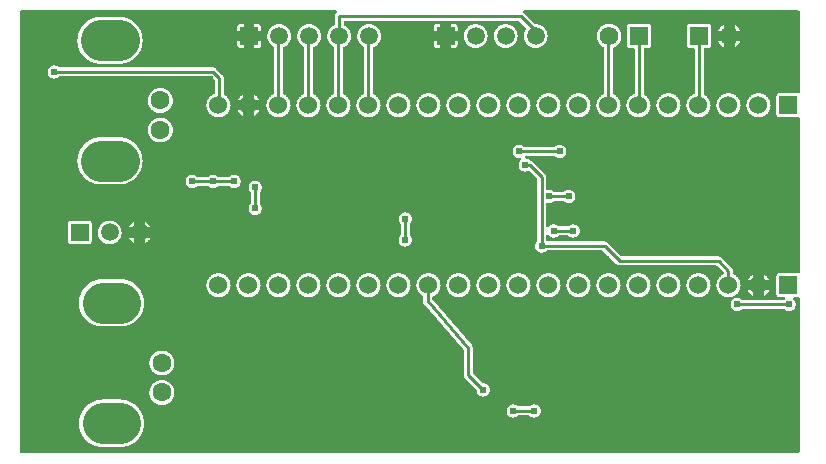
<source format=gtl>
G04 Layer: TopLayer*
G04 EasyEDA v6.4.7, 2020-11-20T18:15:40+05:30*
G04 2bd19a94ae5149c988909f382a05baad,5a8210e43a1b4091af5044d7901ac753,10*
G04 Gerber Generator version 0.2*
G04 Scale: 100 percent, Rotated: No, Reflected: No *
G04 Dimensions in millimeters *
G04 leading zeros omitted , absolute positions ,3 integer and 3 decimal *
%FSLAX33Y33*%
%MOMM*%
G90*
D02*

%ADD10C,0.254000*%
%ADD11C,0.609600*%
%ADD12R,1.574800X1.574800*%
%ADD13C,1.574800*%
%ADD14C,1.524000*%
%ADD16C,1.500124*%
%ADD18C,1.498600*%
%ADD20C,1.600200*%
%ADD21C,3.500120*%

%LPD*%
G36*
G01X27036Y37716D02*
G01X358Y37716D01*
G01X343Y37715D01*
G01X329Y37712D01*
G01X315Y37707D01*
G01X303Y37700D01*
G01X291Y37691D01*
G01X281Y37681D01*
G01X272Y37669D01*
G01X265Y37657D01*
G01X260Y37643D01*
G01X257Y37629D01*
G01X256Y37614D01*
G01X256Y358D01*
G01X257Y343D01*
G01X260Y329D01*
G01X265Y315D01*
G01X272Y303D01*
G01X281Y291D01*
G01X291Y281D01*
G01X303Y272D01*
G01X315Y265D01*
G01X329Y260D01*
G01X343Y257D01*
G01X358Y256D01*
G01X66189Y256D01*
G01X66204Y257D01*
G01X66218Y260D01*
G01X66232Y265D01*
G01X66244Y272D01*
G01X66256Y281D01*
G01X66266Y291D01*
G01X66275Y303D01*
G01X66282Y315D01*
G01X66287Y329D01*
G01X66290Y343D01*
G01X66291Y358D01*
G01X66291Y13345D01*
G01X66290Y13360D01*
G01X66287Y13374D01*
G01X66282Y13387D01*
G01X66275Y13400D01*
G01X66266Y13412D01*
G01X66256Y13422D01*
G01X66244Y13431D01*
G01X66232Y13438D01*
G01X66218Y13443D01*
G01X66204Y13446D01*
G01X66189Y13447D01*
G01X66167Y13444D01*
G01X66138Y13440D01*
G01X66110Y13438D01*
G01X65828Y13438D01*
G01X65814Y13437D01*
G01X65800Y13434D01*
G01X65786Y13429D01*
G01X65773Y13422D01*
G01X65762Y13413D01*
G01X65751Y13403D01*
G01X65743Y13391D01*
G01X65736Y13379D01*
G01X65731Y13365D01*
G01X65728Y13351D01*
G01X65727Y13337D01*
G01X65728Y13321D01*
G01X65731Y13307D01*
G01X65736Y13293D01*
G01X65743Y13280D01*
G01X65752Y13268D01*
G01X65763Y13258D01*
G01X65790Y13235D01*
G01X65814Y13210D01*
G01X65838Y13184D01*
G01X65859Y13156D01*
G01X65879Y13127D01*
G01X65897Y13096D01*
G01X65913Y13065D01*
G01X65927Y13033D01*
G01X65938Y13000D01*
G01X65948Y12966D01*
G01X65956Y12932D01*
G01X65961Y12897D01*
G01X65965Y12862D01*
G01X65966Y12827D01*
G01X65965Y12792D01*
G01X65962Y12759D01*
G01X65957Y12725D01*
G01X65950Y12692D01*
G01X65940Y12659D01*
G01X65929Y12627D01*
G01X65917Y12596D01*
G01X65901Y12565D01*
G01X65885Y12536D01*
G01X65866Y12507D01*
G01X65846Y12481D01*
G01X65825Y12454D01*
G01X65777Y12406D01*
G01X65750Y12385D01*
G01X65724Y12365D01*
G01X65695Y12346D01*
G01X65666Y12330D01*
G01X65635Y12314D01*
G01X65604Y12302D01*
G01X65572Y12291D01*
G01X65539Y12281D01*
G01X65506Y12274D01*
G01X65472Y12269D01*
G01X65439Y12266D01*
G01X65405Y12265D01*
G01X65369Y12266D01*
G01X65334Y12270D01*
G01X65300Y12275D01*
G01X65266Y12282D01*
G01X65232Y12292D01*
G01X65199Y12304D01*
G01X65167Y12318D01*
G01X65135Y12334D01*
G01X65105Y12352D01*
G01X65076Y12371D01*
G01X65048Y12393D01*
G01X65022Y12416D01*
G01X65010Y12425D01*
G01X64997Y12433D01*
G01X64983Y12438D01*
G01X64968Y12442D01*
G01X64953Y12443D01*
G01X61458Y12443D01*
G01X61443Y12442D01*
G01X61428Y12438D01*
G01X61414Y12433D01*
G01X61400Y12425D01*
G01X61389Y12416D01*
G01X61362Y12393D01*
G01X61334Y12371D01*
G01X61305Y12352D01*
G01X61275Y12334D01*
G01X61244Y12318D01*
G01X61212Y12304D01*
G01X61179Y12292D01*
G01X61145Y12282D01*
G01X61111Y12275D01*
G01X61076Y12270D01*
G01X61041Y12266D01*
G01X61006Y12265D01*
G01X60972Y12266D01*
G01X60939Y12269D01*
G01X60905Y12274D01*
G01X60872Y12281D01*
G01X60839Y12291D01*
G01X60807Y12302D01*
G01X60776Y12314D01*
G01X60745Y12330D01*
G01X60716Y12346D01*
G01X60687Y12365D01*
G01X60660Y12385D01*
G01X60634Y12406D01*
G01X60609Y12430D01*
G01X60586Y12454D01*
G01X60564Y12481D01*
G01X60544Y12507D01*
G01X60526Y12536D01*
G01X60509Y12565D01*
G01X60494Y12596D01*
G01X60481Y12627D01*
G01X60470Y12659D01*
G01X60461Y12692D01*
G01X60454Y12725D01*
G01X60449Y12759D01*
G01X60446Y12792D01*
G01X60445Y12827D01*
G01X60446Y12861D01*
G01X60449Y12894D01*
G01X60454Y12928D01*
G01X60461Y12961D01*
G01X60470Y12994D01*
G01X60481Y13026D01*
G01X60494Y13057D01*
G01X60509Y13088D01*
G01X60526Y13117D01*
G01X60544Y13146D01*
G01X60564Y13172D01*
G01X60586Y13199D01*
G01X60609Y13223D01*
G01X60634Y13247D01*
G01X60660Y13268D01*
G01X60687Y13288D01*
G01X60716Y13307D01*
G01X60745Y13323D01*
G01X60776Y13339D01*
G01X60807Y13351D01*
G01X60839Y13362D01*
G01X60872Y13372D01*
G01X60905Y13379D01*
G01X60939Y13384D01*
G01X60972Y13387D01*
G01X61006Y13388D01*
G01X61041Y13387D01*
G01X61076Y13383D01*
G01X61111Y13378D01*
G01X61145Y13371D01*
G01X61179Y13361D01*
G01X61212Y13349D01*
G01X61244Y13335D01*
G01X61275Y13319D01*
G01X61305Y13301D01*
G01X61334Y13282D01*
G01X61362Y13260D01*
G01X61389Y13237D01*
G01X61400Y13228D01*
G01X61414Y13220D01*
G01X61428Y13215D01*
G01X61443Y13211D01*
G01X61458Y13210D01*
G01X64953Y13210D01*
G01X64968Y13211D01*
G01X64983Y13215D01*
G01X64997Y13220D01*
G01X65010Y13228D01*
G01X65022Y13237D01*
G01X65046Y13258D01*
G01X65057Y13268D01*
G01X65066Y13280D01*
G01X65073Y13293D01*
G01X65078Y13307D01*
G01X65081Y13321D01*
G01X65082Y13337D01*
G01X65081Y13351D01*
G01X65078Y13365D01*
G01X65073Y13379D01*
G01X65066Y13391D01*
G01X65058Y13403D01*
G01X65047Y13413D01*
G01X65036Y13422D01*
G01X65023Y13429D01*
G01X65009Y13434D01*
G01X64995Y13437D01*
G01X64981Y13438D01*
G01X64586Y13438D01*
G01X64562Y13439D01*
G01X64538Y13442D01*
G01X64516Y13448D01*
G01X64493Y13455D01*
G01X64471Y13465D01*
G01X64450Y13476D01*
G01X64431Y13490D01*
G01X64413Y13505D01*
G01X64396Y13521D01*
G01X64381Y13540D01*
G01X64367Y13560D01*
G01X64356Y13580D01*
G01X64346Y13602D01*
G01X64339Y13624D01*
G01X64333Y13647D01*
G01X64330Y13671D01*
G01X64329Y13695D01*
G01X64329Y15219D01*
G01X64330Y15242D01*
G01X64333Y15265D01*
G01X64339Y15289D01*
G01X64346Y15311D01*
G01X64356Y15333D01*
G01X64367Y15353D01*
G01X64381Y15373D01*
G01X64396Y15391D01*
G01X64413Y15408D01*
G01X64431Y15423D01*
G01X64450Y15437D01*
G01X64471Y15448D01*
G01X64493Y15457D01*
G01X64516Y15465D01*
G01X64538Y15471D01*
G01X64562Y15474D01*
G01X64586Y15475D01*
G01X66110Y15475D01*
G01X66138Y15473D01*
G01X66167Y15469D01*
G01X66189Y15466D01*
G01X66204Y15467D01*
G01X66218Y15470D01*
G01X66232Y15475D01*
G01X66244Y15482D01*
G01X66256Y15491D01*
G01X66266Y15501D01*
G01X66275Y15513D01*
G01X66282Y15526D01*
G01X66287Y15539D01*
G01X66290Y15553D01*
G01X66291Y15568D01*
G01X66291Y28585D01*
G01X66290Y28600D01*
G01X66287Y28614D01*
G01X66282Y28628D01*
G01X66275Y28641D01*
G01X66266Y28652D01*
G01X66256Y28662D01*
G01X66244Y28671D01*
G01X66232Y28678D01*
G01X66218Y28683D01*
G01X66204Y28686D01*
G01X66189Y28687D01*
G01X66167Y28684D01*
G01X66138Y28680D01*
G01X66110Y28678D01*
G01X64586Y28678D01*
G01X64562Y28679D01*
G01X64538Y28682D01*
G01X64516Y28688D01*
G01X64493Y28695D01*
G01X64471Y28705D01*
G01X64450Y28716D01*
G01X64431Y28730D01*
G01X64413Y28745D01*
G01X64396Y28761D01*
G01X64381Y28780D01*
G01X64367Y28800D01*
G01X64356Y28820D01*
G01X64346Y28842D01*
G01X64339Y28865D01*
G01X64333Y28887D01*
G01X64330Y28911D01*
G01X64329Y28935D01*
G01X64329Y30459D01*
G01X64330Y30482D01*
G01X64333Y30505D01*
G01X64339Y30529D01*
G01X64346Y30551D01*
G01X64356Y30573D01*
G01X64367Y30594D01*
G01X64381Y30613D01*
G01X64396Y30631D01*
G01X64413Y30648D01*
G01X64431Y30663D01*
G01X64450Y30677D01*
G01X64471Y30688D01*
G01X64493Y30698D01*
G01X64516Y30705D01*
G01X64538Y30711D01*
G01X64562Y30714D01*
G01X64586Y30715D01*
G01X66110Y30715D01*
G01X66138Y30714D01*
G01X66167Y30709D01*
G01X66189Y30706D01*
G01X66204Y30707D01*
G01X66218Y30710D01*
G01X66232Y30715D01*
G01X66244Y30722D01*
G01X66256Y30731D01*
G01X66266Y30741D01*
G01X66275Y30753D01*
G01X66282Y30766D01*
G01X66287Y30779D01*
G01X66290Y30793D01*
G01X66291Y30808D01*
G01X66291Y37614D01*
G01X66290Y37629D01*
G01X66287Y37643D01*
G01X66282Y37657D01*
G01X66275Y37669D01*
G01X66266Y37681D01*
G01X66256Y37691D01*
G01X66244Y37700D01*
G01X66232Y37707D01*
G01X66218Y37712D01*
G01X66204Y37715D01*
G01X66189Y37716D01*
G01X42940Y37716D01*
G01X42926Y37715D01*
G01X42912Y37712D01*
G01X42898Y37707D01*
G01X42885Y37700D01*
G01X42874Y37691D01*
G01X42864Y37681D01*
G01X42855Y37669D01*
G01X42848Y37657D01*
G01X42843Y37643D01*
G01X42840Y37629D01*
G01X42839Y37614D01*
G01X42840Y37598D01*
G01X42844Y37582D01*
G01X42851Y37567D01*
G01X42860Y37552D01*
G01X42871Y37540D01*
G01X42884Y37530D01*
G01X42914Y37507D01*
G01X42943Y37482D01*
G01X43830Y36594D01*
G01X43842Y36584D01*
G01X43856Y36576D01*
G01X43870Y36569D01*
G01X43886Y36566D01*
G01X43902Y36565D01*
G01X43942Y36565D01*
G01X43988Y36564D01*
G01X44034Y36561D01*
G01X44081Y36556D01*
G01X44126Y36548D01*
G01X44172Y36538D01*
G01X44217Y36527D01*
G01X44261Y36513D01*
G01X44305Y36497D01*
G01X44348Y36479D01*
G01X44390Y36460D01*
G01X44431Y36438D01*
G01X44471Y36414D01*
G01X44510Y36389D01*
G01X44548Y36362D01*
G01X44584Y36333D01*
G01X44619Y36303D01*
G01X44653Y36271D01*
G01X44685Y36237D01*
G01X44715Y36202D01*
G01X44744Y36166D01*
G01X44771Y36128D01*
G01X44796Y36089D01*
G01X44820Y36049D01*
G01X44842Y36008D01*
G01X44861Y35966D01*
G01X44879Y35923D01*
G01X44895Y35879D01*
G01X44909Y35835D01*
G01X44920Y35790D01*
G01X44930Y35744D01*
G01X44938Y35699D01*
G01X44943Y35652D01*
G01X44946Y35606D01*
G01X44947Y35560D01*
G01X44946Y35513D01*
G01X44943Y35467D01*
G01X44938Y35420D01*
G01X44930Y35375D01*
G01X44920Y35329D01*
G01X44909Y35284D01*
G01X44895Y35240D01*
G01X44879Y35196D01*
G01X44861Y35153D01*
G01X44842Y35111D01*
G01X44820Y35070D01*
G01X44796Y35030D01*
G01X44771Y34991D01*
G01X44744Y34953D01*
G01X44715Y34917D01*
G01X44685Y34882D01*
G01X44653Y34848D01*
G01X44619Y34816D01*
G01X44584Y34786D01*
G01X44548Y34757D01*
G01X44510Y34730D01*
G01X44471Y34705D01*
G01X44431Y34681D01*
G01X44390Y34659D01*
G01X44348Y34640D01*
G01X44305Y34622D01*
G01X44261Y34606D01*
G01X44217Y34592D01*
G01X44172Y34581D01*
G01X44126Y34571D01*
G01X44081Y34563D01*
G01X44034Y34558D01*
G01X43988Y34555D01*
G01X43942Y34554D01*
G01X43895Y34555D01*
G01X43849Y34558D01*
G01X43802Y34563D01*
G01X43757Y34571D01*
G01X43711Y34581D01*
G01X43666Y34592D01*
G01X43622Y34606D01*
G01X43578Y34622D01*
G01X43535Y34640D01*
G01X43493Y34659D01*
G01X43452Y34681D01*
G01X43412Y34705D01*
G01X43373Y34730D01*
G01X43335Y34757D01*
G01X43299Y34786D01*
G01X43264Y34816D01*
G01X43230Y34848D01*
G01X43198Y34882D01*
G01X43168Y34917D01*
G01X43139Y34953D01*
G01X43112Y34991D01*
G01X43087Y35030D01*
G01X43063Y35070D01*
G01X43041Y35111D01*
G01X43022Y35153D01*
G01X43004Y35196D01*
G01X42988Y35240D01*
G01X42974Y35284D01*
G01X42963Y35329D01*
G01X42953Y35375D01*
G01X42945Y35420D01*
G01X42940Y35467D01*
G01X42937Y35513D01*
G01X42936Y35560D01*
G01X42937Y35605D01*
G01X42940Y35650D01*
G01X42945Y35696D01*
G01X42952Y35741D01*
G01X42962Y35786D01*
G01X42973Y35830D01*
G01X42986Y35873D01*
G01X43001Y35916D01*
G01X43018Y35959D01*
G01X43037Y36000D01*
G01X43058Y36041D01*
G01X43081Y36080D01*
G01X43113Y36132D01*
G01X43118Y36146D01*
G01X43122Y36160D01*
G01X43123Y36175D01*
G01X43121Y36191D01*
G01X43118Y36206D01*
G01X43111Y36221D01*
G01X43103Y36235D01*
G01X43093Y36247D01*
G01X42542Y36797D01*
G01X42530Y36808D01*
G01X42517Y36816D01*
G01X42502Y36822D01*
G01X42487Y36826D01*
G01X42470Y36827D01*
G01X27790Y36827D01*
G01X27775Y36826D01*
G01X27761Y36823D01*
G01X27747Y36818D01*
G01X27735Y36811D01*
G01X27723Y36802D01*
G01X27713Y36792D01*
G01X27704Y36780D01*
G01X27697Y36768D01*
G01X27692Y36754D01*
G01X27689Y36740D01*
G01X27688Y36725D01*
G01X27688Y36555D01*
G01X27690Y36539D01*
G01X27693Y36523D01*
G01X27699Y36508D01*
G01X27708Y36494D01*
G01X27719Y36482D01*
G01X27731Y36472D01*
G01X27745Y36464D01*
G01X27787Y36442D01*
G01X27827Y36419D01*
G01X27867Y36394D01*
G01X27905Y36367D01*
G01X27942Y36338D01*
G01X27978Y36307D01*
G01X28012Y36275D01*
G01X28044Y36241D01*
G01X28075Y36206D01*
G01X28104Y36170D01*
G01X28132Y36132D01*
G01X28157Y36093D01*
G01X28181Y36052D01*
G01X28203Y36011D01*
G01X28223Y35969D01*
G01X28241Y35926D01*
G01X28258Y35882D01*
G01X28271Y35837D01*
G01X28283Y35792D01*
G01X28293Y35746D01*
G01X28301Y35700D01*
G01X28306Y35653D01*
G01X28309Y35606D01*
G01X28310Y35560D01*
G01X28309Y35514D01*
G01X28306Y35469D01*
G01X28301Y35424D01*
G01X28294Y35379D01*
G01X28285Y35334D01*
G01X28274Y35290D01*
G01X28261Y35247D01*
G01X28245Y35204D01*
G01X28229Y35162D01*
G01X28210Y35121D01*
G01X28189Y35080D01*
G01X28166Y35041D01*
G01X28142Y35003D01*
G01X28116Y34965D01*
G01X28088Y34929D01*
G01X28059Y34895D01*
G01X28028Y34861D01*
G01X27996Y34829D01*
G01X27962Y34799D01*
G01X27927Y34770D01*
G01X27891Y34743D01*
G01X27854Y34717D01*
G01X27815Y34693D01*
G01X27775Y34671D01*
G01X27735Y34650D01*
G01X27694Y34632D01*
G01X27680Y34625D01*
G01X27668Y34617D01*
G01X27657Y34606D01*
G01X27648Y34594D01*
G01X27641Y34582D01*
G01X27636Y34567D01*
G01X27632Y34553D01*
G01X27631Y34538D01*
G01X27631Y30706D01*
G01X27633Y30690D01*
G01X27636Y30674D01*
G01X27643Y30659D01*
G01X27651Y30645D01*
G01X27662Y30633D01*
G01X27675Y30623D01*
G01X27689Y30615D01*
G01X27730Y30594D01*
G01X27769Y30571D01*
G01X27808Y30547D01*
G01X27846Y30521D01*
G01X27882Y30493D01*
G01X27917Y30464D01*
G01X27951Y30433D01*
G01X27983Y30401D01*
G01X28014Y30367D01*
G01X28044Y30332D01*
G01X28071Y30296D01*
G01X28097Y30258D01*
G01X28122Y30219D01*
G01X28144Y30179D01*
G01X28165Y30139D01*
G01X28184Y30097D01*
G01X28201Y30055D01*
G01X28216Y30012D01*
G01X28229Y29967D01*
G01X28240Y29923D01*
G01X28250Y29879D01*
G01X28257Y29833D01*
G01X28262Y29788D01*
G01X28265Y29742D01*
G01X28266Y29697D01*
G01X28265Y29651D01*
G01X28262Y29605D01*
G01X28257Y29560D01*
G01X28250Y29515D01*
G01X28241Y29470D01*
G01X28230Y29425D01*
G01X28216Y29382D01*
G01X28201Y29339D01*
G01X28184Y29296D01*
G01X28165Y29255D01*
G01X28144Y29214D01*
G01X28122Y29174D01*
G01X28097Y29135D01*
G01X28072Y29098D01*
G01X28044Y29062D01*
G01X28015Y29027D01*
G01X27984Y28993D01*
G01X27951Y28960D01*
G01X27918Y28930D01*
G01X27883Y28900D01*
G01X27846Y28873D01*
G01X27808Y28846D01*
G01X27770Y28822D01*
G01X27730Y28800D01*
G01X27690Y28779D01*
G01X27648Y28760D01*
G01X27605Y28743D01*
G01X27562Y28728D01*
G01X27518Y28715D01*
G01X27474Y28704D01*
G01X27429Y28694D01*
G01X27384Y28687D01*
G01X27339Y28682D01*
G01X27293Y28679D01*
G01X27248Y28678D01*
G01X27202Y28679D01*
G01X27156Y28682D01*
G01X27111Y28687D01*
G01X27066Y28694D01*
G01X27021Y28704D01*
G01X26976Y28715D01*
G01X26933Y28728D01*
G01X26889Y28743D01*
G01X26847Y28760D01*
G01X26806Y28779D01*
G01X26765Y28800D01*
G01X26725Y28822D01*
G01X26686Y28846D01*
G01X26649Y28873D01*
G01X26613Y28900D01*
G01X26578Y28930D01*
G01X26544Y28960D01*
G01X26512Y28993D01*
G01X26481Y29027D01*
G01X26451Y29062D01*
G01X26424Y29098D01*
G01X26397Y29135D01*
G01X26373Y29174D01*
G01X26350Y29214D01*
G01X26330Y29255D01*
G01X26311Y29296D01*
G01X26294Y29339D01*
G01X26279Y29382D01*
G01X26266Y29425D01*
G01X26254Y29470D01*
G01X26245Y29515D01*
G01X26238Y29560D01*
G01X26233Y29605D01*
G01X26230Y29651D01*
G01X26229Y29697D01*
G01X26230Y29742D01*
G01X26233Y29788D01*
G01X26238Y29833D01*
G01X26245Y29879D01*
G01X26254Y29923D01*
G01X26266Y29968D01*
G01X26279Y30012D01*
G01X26294Y30055D01*
G01X26311Y30097D01*
G01X26330Y30139D01*
G01X26351Y30180D01*
G01X26373Y30219D01*
G01X26398Y30258D01*
G01X26424Y30296D01*
G01X26452Y30332D01*
G01X26481Y30367D01*
G01X26512Y30401D01*
G01X26544Y30433D01*
G01X26578Y30464D01*
G01X26613Y30493D01*
G01X26650Y30521D01*
G01X26687Y30547D01*
G01X26726Y30571D01*
G01X26766Y30594D01*
G01X26807Y30615D01*
G01X26820Y30623D01*
G01X26833Y30633D01*
G01X26844Y30646D01*
G01X26852Y30659D01*
G01X26859Y30674D01*
G01X26863Y30690D01*
G01X26864Y30706D01*
G01X26864Y34594D01*
G01X26863Y34609D01*
G01X26859Y34624D01*
G01X26854Y34638D01*
G01X26846Y34652D01*
G01X26836Y34663D01*
G01X26825Y34674D01*
G01X26812Y34682D01*
G01X26772Y34706D01*
G01X26734Y34731D01*
G01X26696Y34758D01*
G01X26660Y34787D01*
G01X26625Y34818D01*
G01X26592Y34850D01*
G01X26560Y34883D01*
G01X26529Y34918D01*
G01X26501Y34955D01*
G01X26473Y34993D01*
G01X26425Y35071D01*
G01X26403Y35112D01*
G01X26384Y35155D01*
G01X26366Y35197D01*
G01X26350Y35241D01*
G01X26337Y35285D01*
G01X26325Y35330D01*
G01X26316Y35375D01*
G01X26308Y35421D01*
G01X26303Y35467D01*
G01X26300Y35513D01*
G01X26299Y35560D01*
G01X26300Y35606D01*
G01X26303Y35653D01*
G01X26308Y35700D01*
G01X26316Y35746D01*
G01X26326Y35792D01*
G01X26338Y35837D01*
G01X26351Y35882D01*
G01X26368Y35926D01*
G01X26386Y35969D01*
G01X26406Y36011D01*
G01X26428Y36052D01*
G01X26452Y36093D01*
G01X26477Y36132D01*
G01X26505Y36170D01*
G01X26534Y36206D01*
G01X26565Y36241D01*
G01X26597Y36275D01*
G01X26631Y36307D01*
G01X26667Y36338D01*
G01X26704Y36367D01*
G01X26742Y36394D01*
G01X26782Y36419D01*
G01X26822Y36442D01*
G01X26864Y36464D01*
G01X26878Y36472D01*
G01X26890Y36482D01*
G01X26901Y36494D01*
G01X26910Y36508D01*
G01X26916Y36523D01*
G01X26919Y36539D01*
G01X26921Y36555D01*
G01X26921Y37211D01*
G01X26922Y37239D01*
G01X26926Y37268D01*
G01X26931Y37297D01*
G01X26938Y37325D01*
G01X26948Y37352D01*
G01X26960Y37379D01*
G01X26973Y37404D01*
G01X26989Y37429D01*
G01X27006Y37452D01*
G01X27026Y37474D01*
G01X27046Y37494D01*
G01X27068Y37513D01*
G01X27092Y37530D01*
G01X27105Y37540D01*
G01X27116Y37552D01*
G01X27125Y37567D01*
G01X27132Y37582D01*
G01X27136Y37598D01*
G01X27137Y37614D01*
G01X27136Y37629D01*
G01X27133Y37643D01*
G01X27128Y37657D01*
G01X27121Y37669D01*
G01X27112Y37681D01*
G01X27102Y37691D01*
G01X27091Y37700D01*
G01X27078Y37707D01*
G01X27064Y37712D01*
G01X27050Y37715D01*
G01X27036Y37716D01*
G37*

%LPC*%
G36*
G01X8778Y4781D02*
G01X7277Y4781D01*
G01X7213Y4780D01*
G01X7148Y4777D01*
G01X7084Y4772D01*
G01X7020Y4765D01*
G01X6957Y4755D01*
G01X6893Y4744D01*
G01X6830Y4731D01*
G01X6768Y4715D01*
G01X6706Y4698D01*
G01X6645Y4679D01*
G01X6584Y4657D01*
G01X6524Y4634D01*
G01X6464Y4609D01*
G01X6406Y4582D01*
G01X6348Y4554D01*
G01X6292Y4523D01*
G01X6237Y4490D01*
G01X6182Y4456D01*
G01X6129Y4420D01*
G01X6077Y4383D01*
G01X6026Y4343D01*
G01X5976Y4302D01*
G01X5928Y4260D01*
G01X5881Y4216D01*
G01X5835Y4170D01*
G01X5791Y4123D01*
G01X5749Y4075D01*
G01X5708Y4025D01*
G01X5669Y3975D01*
G01X5631Y3922D01*
G01X5595Y3869D01*
G01X5561Y3815D01*
G01X5529Y3759D01*
G01X5498Y3703D01*
G01X5469Y3645D01*
G01X5442Y3586D01*
G01X5417Y3528D01*
G01X5393Y3468D01*
G01X5373Y3407D01*
G01X5353Y3345D01*
G01X5336Y3283D01*
G01X5320Y3221D01*
G01X5307Y3158D01*
G01X5296Y3095D01*
G01X5287Y3031D01*
G01X5280Y2967D01*
G01X5274Y2903D01*
G01X5271Y2839D01*
G01X5270Y2774D01*
G01X5271Y2710D01*
G01X5274Y2646D01*
G01X5280Y2582D01*
G01X5287Y2518D01*
G01X5296Y2454D01*
G01X5307Y2391D01*
G01X5320Y2328D01*
G01X5336Y2266D01*
G01X5353Y2204D01*
G01X5373Y2142D01*
G01X5393Y2081D01*
G01X5417Y2021D01*
G01X5442Y1962D01*
G01X5469Y1904D01*
G01X5498Y1846D01*
G01X5529Y1790D01*
G01X5561Y1734D01*
G01X5595Y1680D01*
G01X5631Y1627D01*
G01X5669Y1574D01*
G01X5708Y1524D01*
G01X5749Y1474D01*
G01X5791Y1425D01*
G01X5835Y1379D01*
G01X5881Y1333D01*
G01X5928Y1289D01*
G01X5976Y1247D01*
G01X6026Y1205D01*
G01X6077Y1166D01*
G01X6129Y1129D01*
G01X6182Y1093D01*
G01X6237Y1059D01*
G01X6292Y1026D01*
G01X6348Y995D01*
G01X6406Y967D01*
G01X6464Y940D01*
G01X6524Y914D01*
G01X6584Y892D01*
G01X6645Y870D01*
G01X6706Y851D01*
G01X6768Y834D01*
G01X6830Y818D01*
G01X6893Y805D01*
G01X6957Y794D01*
G01X7020Y784D01*
G01X7084Y777D01*
G01X7148Y772D01*
G01X7213Y769D01*
G01X7277Y768D01*
G01X8778Y768D01*
G01X8842Y769D01*
G01X8906Y772D01*
G01X8970Y777D01*
G01X9034Y784D01*
G01X9098Y794D01*
G01X9161Y805D01*
G01X9224Y818D01*
G01X9287Y834D01*
G01X9349Y851D01*
G01X9410Y870D01*
G01X9471Y892D01*
G01X9531Y914D01*
G01X9590Y940D01*
G01X9648Y967D01*
G01X9706Y995D01*
G01X9762Y1026D01*
G01X9818Y1059D01*
G01X9872Y1093D01*
G01X9926Y1129D01*
G01X9978Y1166D01*
G01X10028Y1205D01*
G01X10078Y1247D01*
G01X10126Y1289D01*
G01X10174Y1333D01*
G01X10219Y1379D01*
G01X10263Y1425D01*
G01X10305Y1474D01*
G01X10346Y1524D01*
G01X10386Y1574D01*
G01X10423Y1627D01*
G01X10459Y1680D01*
G01X10493Y1734D01*
G01X10526Y1790D01*
G01X10557Y1846D01*
G01X10613Y1962D01*
G01X10638Y2021D01*
G01X10661Y2081D01*
G01X10682Y2142D01*
G01X10701Y2204D01*
G01X10718Y2266D01*
G01X10734Y2328D01*
G01X10747Y2391D01*
G01X10758Y2454D01*
G01X10768Y2518D01*
G01X10775Y2582D01*
G01X10780Y2646D01*
G01X10783Y2710D01*
G01X10784Y2774D01*
G01X10783Y2839D01*
G01X10780Y2903D01*
G01X10775Y2967D01*
G01X10768Y3031D01*
G01X10758Y3095D01*
G01X10747Y3158D01*
G01X10734Y3221D01*
G01X10718Y3283D01*
G01X10701Y3345D01*
G01X10682Y3407D01*
G01X10661Y3468D01*
G01X10638Y3528D01*
G01X10613Y3586D01*
G01X10585Y3645D01*
G01X10557Y3703D01*
G01X10526Y3759D01*
G01X10493Y3815D01*
G01X10459Y3869D01*
G01X10423Y3922D01*
G01X10386Y3975D01*
G01X10346Y4025D01*
G01X10305Y4075D01*
G01X10263Y4123D01*
G01X10219Y4170D01*
G01X10174Y4216D01*
G01X10126Y4260D01*
G01X10078Y4302D01*
G01X10028Y4343D01*
G01X9978Y4383D01*
G01X9926Y4420D01*
G01X9872Y4456D01*
G01X9818Y4490D01*
G01X9762Y4523D01*
G01X9706Y4554D01*
G01X9648Y4582D01*
G01X9590Y4609D01*
G01X9531Y4634D01*
G01X9471Y4657D01*
G01X9410Y4679D01*
G01X9349Y4698D01*
G01X9287Y4715D01*
G01X9224Y4731D01*
G01X9161Y4744D01*
G01X9098Y4755D01*
G01X9034Y4765D01*
G01X8970Y4772D01*
G01X8906Y4777D01*
G01X8842Y4780D01*
G01X8778Y4781D01*
G37*
G36*
G01X42072Y4370D02*
G01X42037Y4371D01*
G01X42002Y4370D01*
G01X41969Y4367D01*
G01X41935Y4362D01*
G01X41902Y4355D01*
G01X41869Y4345D01*
G01X41837Y4334D01*
G01X41806Y4322D01*
G01X41775Y4306D01*
G01X41746Y4290D01*
G01X41717Y4271D01*
G01X41691Y4251D01*
G01X41664Y4230D01*
G01X41616Y4182D01*
G01X41595Y4155D01*
G01X41575Y4129D01*
G01X41556Y4100D01*
G01X41540Y4071D01*
G01X41524Y4040D01*
G01X41512Y4009D01*
G01X41501Y3977D01*
G01X41491Y3944D01*
G01X41484Y3911D01*
G01X41479Y3877D01*
G01X41476Y3844D01*
G01X41475Y3810D01*
G01X41476Y3775D01*
G01X41479Y3742D01*
G01X41484Y3708D01*
G01X41491Y3675D01*
G01X41501Y3642D01*
G01X41512Y3610D01*
G01X41524Y3579D01*
G01X41540Y3548D01*
G01X41556Y3519D01*
G01X41575Y3490D01*
G01X41595Y3464D01*
G01X41616Y3437D01*
G01X41664Y3389D01*
G01X41691Y3368D01*
G01X41717Y3348D01*
G01X41746Y3329D01*
G01X41775Y3313D01*
G01X41806Y3297D01*
G01X41837Y3285D01*
G01X41869Y3274D01*
G01X41902Y3264D01*
G01X41935Y3257D01*
G01X41969Y3252D01*
G01X42002Y3249D01*
G01X42037Y3248D01*
G01X42072Y3249D01*
G01X42107Y3253D01*
G01X42141Y3258D01*
G01X42175Y3265D01*
G01X42209Y3275D01*
G01X42242Y3287D01*
G01X42274Y3301D01*
G01X42306Y3317D01*
G01X42336Y3335D01*
G01X42365Y3354D01*
G01X42393Y3376D01*
G01X42419Y3399D01*
G01X42431Y3408D01*
G01X42444Y3416D01*
G01X42458Y3421D01*
G01X42473Y3425D01*
G01X42488Y3426D01*
G01X43363Y3426D01*
G01X43378Y3425D01*
G01X43393Y3421D01*
G01X43407Y3416D01*
G01X43420Y3408D01*
G01X43432Y3399D01*
G01X43458Y3376D01*
G01X43486Y3354D01*
G01X43515Y3335D01*
G01X43545Y3317D01*
G01X43577Y3301D01*
G01X43609Y3287D01*
G01X43642Y3275D01*
G01X43676Y3265D01*
G01X43710Y3258D01*
G01X43744Y3253D01*
G01X43779Y3249D01*
G01X43815Y3248D01*
G01X43849Y3249D01*
G01X43882Y3252D01*
G01X43916Y3257D01*
G01X43949Y3264D01*
G01X43982Y3274D01*
G01X44014Y3285D01*
G01X44045Y3297D01*
G01X44076Y3313D01*
G01X44105Y3329D01*
G01X44134Y3348D01*
G01X44160Y3368D01*
G01X44187Y3389D01*
G01X44235Y3437D01*
G01X44256Y3464D01*
G01X44276Y3490D01*
G01X44295Y3519D01*
G01X44311Y3548D01*
G01X44327Y3579D01*
G01X44339Y3610D01*
G01X44350Y3642D01*
G01X44360Y3675D01*
G01X44367Y3708D01*
G01X44372Y3742D01*
G01X44375Y3775D01*
G01X44376Y3810D01*
G01X44375Y3844D01*
G01X44372Y3877D01*
G01X44367Y3911D01*
G01X44360Y3944D01*
G01X44350Y3977D01*
G01X44339Y4009D01*
G01X44327Y4040D01*
G01X44311Y4071D01*
G01X44295Y4100D01*
G01X44276Y4129D01*
G01X44256Y4155D01*
G01X44235Y4182D01*
G01X44187Y4230D01*
G01X44160Y4251D01*
G01X44134Y4271D01*
G01X44105Y4290D01*
G01X44076Y4306D01*
G01X44045Y4322D01*
G01X44014Y4334D01*
G01X43982Y4345D01*
G01X43949Y4355D01*
G01X43916Y4362D01*
G01X43882Y4367D01*
G01X43849Y4370D01*
G01X43815Y4371D01*
G01X43779Y4370D01*
G01X43744Y4366D01*
G01X43710Y4361D01*
G01X43676Y4354D01*
G01X43642Y4344D01*
G01X43609Y4332D01*
G01X43577Y4318D01*
G01X43545Y4302D01*
G01X43515Y4284D01*
G01X43486Y4265D01*
G01X43458Y4243D01*
G01X43432Y4220D01*
G01X43420Y4211D01*
G01X43407Y4203D01*
G01X43393Y4198D01*
G01X43378Y4194D01*
G01X43363Y4193D01*
G01X42488Y4193D01*
G01X42473Y4194D01*
G01X42458Y4198D01*
G01X42444Y4203D01*
G01X42431Y4211D01*
G01X42419Y4220D01*
G01X42393Y4243D01*
G01X42365Y4265D01*
G01X42336Y4284D01*
G01X42306Y4302D01*
G01X42274Y4318D01*
G01X42242Y4332D01*
G01X42209Y4344D01*
G01X42175Y4354D01*
G01X42141Y4361D01*
G01X42107Y4366D01*
G01X42072Y4370D01*
G37*
G36*
G01X12339Y6428D02*
G01X12292Y6429D01*
G01X12244Y6428D01*
G01X12197Y6425D01*
G01X12150Y6420D01*
G01X12103Y6412D01*
G01X12057Y6403D01*
G01X12011Y6392D01*
G01X11965Y6378D01*
G01X11921Y6362D01*
G01X11877Y6344D01*
G01X11833Y6325D01*
G01X11791Y6303D01*
G01X11750Y6280D01*
G01X11710Y6255D01*
G01X11671Y6228D01*
G01X11633Y6199D01*
G01X11597Y6169D01*
G01X11562Y6137D01*
G01X11528Y6103D01*
G01X11496Y6068D01*
G01X11466Y6031D01*
G01X11437Y5994D01*
G01X11410Y5955D01*
G01X11385Y5915D01*
G01X11361Y5874D01*
G01X11340Y5831D01*
G01X11320Y5788D01*
G01X11303Y5744D01*
G01X11287Y5699D01*
G01X11273Y5654D01*
G01X11262Y5608D01*
G01X11252Y5562D01*
G01X11245Y5515D01*
G01X11240Y5468D01*
G01X11236Y5420D01*
G01X11235Y5373D01*
G01X11236Y5325D01*
G01X11240Y5278D01*
G01X11245Y5231D01*
G01X11252Y5184D01*
G01X11262Y5138D01*
G01X11273Y5092D01*
G01X11287Y5046D01*
G01X11303Y5002D01*
G01X11320Y4958D01*
G01X11340Y4914D01*
G01X11361Y4872D01*
G01X11385Y4831D01*
G01X11410Y4791D01*
G01X11437Y4752D01*
G01X11466Y4714D01*
G01X11496Y4678D01*
G01X11528Y4643D01*
G01X11562Y4609D01*
G01X11597Y4577D01*
G01X11633Y4547D01*
G01X11671Y4518D01*
G01X11710Y4491D01*
G01X11750Y4466D01*
G01X11791Y4442D01*
G01X11833Y4421D01*
G01X11877Y4401D01*
G01X11921Y4384D01*
G01X11965Y4368D01*
G01X12011Y4354D01*
G01X12057Y4343D01*
G01X12103Y4333D01*
G01X12150Y4326D01*
G01X12197Y4321D01*
G01X12244Y4318D01*
G01X12292Y4316D01*
G01X12339Y4318D01*
G01X12387Y4321D01*
G01X12434Y4326D01*
G01X12481Y4333D01*
G01X12527Y4343D01*
G01X12573Y4354D01*
G01X12618Y4368D01*
G01X12663Y4384D01*
G01X12707Y4401D01*
G01X12750Y4421D01*
G01X12792Y4442D01*
G01X12834Y4466D01*
G01X12874Y4491D01*
G01X12913Y4518D01*
G01X12950Y4547D01*
G01X12987Y4577D01*
G01X13022Y4609D01*
G01X13056Y4643D01*
G01X13088Y4678D01*
G01X13118Y4714D01*
G01X13147Y4752D01*
G01X13173Y4791D01*
G01X13199Y4831D01*
G01X13222Y4872D01*
G01X13244Y4914D01*
G01X13263Y4958D01*
G01X13281Y5002D01*
G01X13297Y5046D01*
G01X13311Y5092D01*
G01X13322Y5138D01*
G01X13331Y5184D01*
G01X13339Y5231D01*
G01X13344Y5278D01*
G01X13347Y5325D01*
G01X13349Y5373D01*
G01X13347Y5420D01*
G01X13344Y5468D01*
G01X13339Y5515D01*
G01X13331Y5562D01*
G01X13322Y5608D01*
G01X13311Y5654D01*
G01X13297Y5699D01*
G01X13281Y5744D01*
G01X13263Y5788D01*
G01X13244Y5831D01*
G01X13222Y5874D01*
G01X13199Y5915D01*
G01X13173Y5955D01*
G01X13147Y5994D01*
G01X13118Y6031D01*
G01X13088Y6068D01*
G01X13056Y6103D01*
G01X13022Y6137D01*
G01X12987Y6169D01*
G01X12950Y6199D01*
G01X12913Y6228D01*
G01X12874Y6255D01*
G01X12834Y6280D01*
G01X12792Y6303D01*
G01X12750Y6325D01*
G01X12707Y6344D01*
G01X12663Y6362D01*
G01X12618Y6378D01*
G01X12573Y6392D01*
G01X12527Y6403D01*
G01X12481Y6412D01*
G01X12434Y6420D01*
G01X12387Y6425D01*
G01X12339Y6428D01*
G37*
G36*
G01X34913Y15474D02*
G01X34868Y15475D01*
G01X34822Y15474D01*
G01X34776Y15471D01*
G01X34731Y15466D01*
G01X34686Y15458D01*
G01X34641Y15449D01*
G01X34596Y15438D01*
G01X34553Y15425D01*
G01X34509Y15410D01*
G01X34467Y15393D01*
G01X34426Y15374D01*
G01X34385Y15353D01*
G01X34345Y15331D01*
G01X34306Y15307D01*
G01X34269Y15281D01*
G01X34233Y15253D01*
G01X34198Y15224D01*
G01X34164Y15193D01*
G01X34132Y15160D01*
G01X34101Y15127D01*
G01X34071Y15092D01*
G01X34017Y15018D01*
G01X33993Y14979D01*
G01X33970Y14939D01*
G01X33950Y14899D01*
G01X33931Y14857D01*
G01X33914Y14814D01*
G01X33899Y14771D01*
G01X33886Y14727D01*
G01X33874Y14683D01*
G01X33865Y14639D01*
G01X33858Y14593D01*
G01X33853Y14548D01*
G01X33850Y14502D01*
G01X33849Y14457D01*
G01X33850Y14411D01*
G01X33853Y14366D01*
G01X33858Y14321D01*
G01X33865Y14275D01*
G01X33874Y14231D01*
G01X33885Y14187D01*
G01X33898Y14143D01*
G01X33913Y14100D01*
G01X33930Y14058D01*
G01X33949Y14017D01*
G01X33969Y13976D01*
G01X33992Y13936D01*
G01X34016Y13898D01*
G01X34042Y13860D01*
G01X34069Y13824D01*
G01X34098Y13789D01*
G01X34129Y13755D01*
G01X34161Y13723D01*
G01X34195Y13692D01*
G01X34229Y13663D01*
G01X34265Y13635D01*
G01X34303Y13609D01*
G01X34341Y13585D01*
G01X34380Y13562D01*
G01X34393Y13553D01*
G01X34405Y13543D01*
G01X34415Y13531D01*
G01X34423Y13518D01*
G01X34429Y13504D01*
G01X34432Y13488D01*
G01X34433Y13473D01*
G01X34433Y13468D01*
G01X34414Y13100D01*
G01X34414Y13081D01*
G01X34415Y13050D01*
G01X34419Y13020D01*
G01X34425Y12990D01*
G01X34433Y12961D01*
G01X34444Y12932D01*
G01X34457Y12904D01*
G01X34472Y12878D01*
G01X34489Y12852D01*
G01X34508Y12829D01*
G01X37818Y9029D01*
G01X37827Y9017D01*
G01X37834Y9004D01*
G01X37839Y8991D01*
G01X37842Y8976D01*
G01X37843Y8962D01*
G01X37843Y6858D01*
G01X37844Y6828D01*
G01X37848Y6798D01*
G01X37854Y6768D01*
G01X37862Y6739D01*
G01X37872Y6711D01*
G01X37885Y6683D01*
G01X37899Y6657D01*
G01X37916Y6632D01*
G01X37935Y6609D01*
G01X37955Y6586D01*
G01X38906Y5636D01*
G01X38916Y5624D01*
G01X38924Y5611D01*
G01X38930Y5597D01*
G01X38934Y5582D01*
G01X38936Y5568D01*
G01X38938Y5533D01*
G01X38942Y5499D01*
G01X38949Y5465D01*
G01X38957Y5432D01*
G01X38968Y5399D01*
G01X38980Y5367D01*
G01X38995Y5336D01*
G01X39011Y5305D01*
G01X39030Y5276D01*
G01X39049Y5248D01*
G01X39071Y5221D01*
G01X39095Y5196D01*
G01X39119Y5172D01*
G01X39145Y5150D01*
G01X39173Y5129D01*
G01X39202Y5110D01*
G01X39232Y5093D01*
G01X39262Y5077D01*
G01X39294Y5064D01*
G01X39327Y5053D01*
G01X39360Y5043D01*
G01X39394Y5036D01*
G01X39428Y5030D01*
G01X39462Y5027D01*
G01X39497Y5026D01*
G01X39531Y5027D01*
G01X39564Y5030D01*
G01X39598Y5035D01*
G01X39631Y5042D01*
G01X39664Y5052D01*
G01X39696Y5063D01*
G01X39727Y5075D01*
G01X39758Y5091D01*
G01X39787Y5107D01*
G01X39816Y5126D01*
G01X39842Y5146D01*
G01X39869Y5167D01*
G01X39917Y5215D01*
G01X39938Y5242D01*
G01X39958Y5268D01*
G01X39977Y5297D01*
G01X39993Y5326D01*
G01X40009Y5357D01*
G01X40021Y5388D01*
G01X40032Y5420D01*
G01X40042Y5453D01*
G01X40049Y5486D01*
G01X40054Y5520D01*
G01X40057Y5553D01*
G01X40058Y5588D01*
G01X40057Y5622D01*
G01X40054Y5656D01*
G01X40048Y5690D01*
G01X40041Y5724D01*
G01X40031Y5757D01*
G01X40020Y5790D01*
G01X40007Y5822D01*
G01X39991Y5852D01*
G01X39974Y5882D01*
G01X39955Y5911D01*
G01X39934Y5939D01*
G01X39912Y5965D01*
G01X39888Y5989D01*
G01X39863Y6013D01*
G01X39836Y6035D01*
G01X39808Y6054D01*
G01X39779Y6073D01*
G01X39748Y6089D01*
G01X39717Y6104D01*
G01X39685Y6116D01*
G01X39652Y6127D01*
G01X39619Y6135D01*
G01X39585Y6142D01*
G01X39551Y6146D01*
G01X39516Y6148D01*
G01X39502Y6150D01*
G01X39487Y6154D01*
G01X39473Y6160D01*
G01X39460Y6168D01*
G01X39448Y6178D01*
G01X38640Y6987D01*
G01X38629Y6999D01*
G01X38621Y7012D01*
G01X38615Y7027D01*
G01X38611Y7042D01*
G01X38610Y7059D01*
G01X38610Y9144D01*
G01X38609Y9174D01*
G01X38605Y9204D01*
G01X38599Y9234D01*
G01X38591Y9263D01*
G01X38580Y9292D01*
G01X38567Y9320D01*
G01X38552Y9346D01*
G01X38535Y9372D01*
G01X38516Y9395D01*
G01X35216Y13185D01*
G01X35206Y13196D01*
G01X35200Y13209D01*
G01X35195Y13223D01*
G01X35191Y13237D01*
G01X35190Y13251D01*
G01X35191Y13257D01*
G01X35199Y13428D01*
G01X35201Y13445D01*
G01X35206Y13460D01*
G01X35213Y13475D01*
G01X35223Y13488D01*
G01X35234Y13500D01*
G01X35247Y13510D01*
G01X35261Y13517D01*
G01X35303Y13536D01*
G01X35345Y13556D01*
G01X35385Y13579D01*
G01X35424Y13603D01*
G01X35461Y13629D01*
G01X35499Y13657D01*
G01X35534Y13686D01*
G01X35568Y13717D01*
G01X35601Y13750D01*
G01X35632Y13783D01*
G01X35661Y13818D01*
G01X35690Y13855D01*
G01X35715Y13892D01*
G01X35740Y13931D01*
G01X35763Y13972D01*
G01X35784Y14012D01*
G01X35803Y14054D01*
G01X35820Y14097D01*
G01X35836Y14140D01*
G01X35849Y14184D01*
G01X35860Y14229D01*
G01X35869Y14274D01*
G01X35876Y14319D01*
G01X35882Y14365D01*
G01X35885Y14410D01*
G01X35886Y14457D01*
G01X35885Y14502D01*
G01X35882Y14548D01*
G01X35877Y14593D01*
G01X35870Y14639D01*
G01X35861Y14683D01*
G01X35850Y14727D01*
G01X35836Y14771D01*
G01X35821Y14814D01*
G01X35804Y14857D01*
G01X35785Y14899D01*
G01X35764Y14939D01*
G01X35742Y14979D01*
G01X35717Y15018D01*
G01X35692Y15055D01*
G01X35664Y15092D01*
G01X35635Y15127D01*
G01X35604Y15160D01*
G01X35571Y15193D01*
G01X35538Y15224D01*
G01X35503Y15253D01*
G01X35466Y15281D01*
G01X35428Y15307D01*
G01X35390Y15331D01*
G01X35350Y15353D01*
G01X35310Y15374D01*
G01X35268Y15393D01*
G01X35225Y15410D01*
G01X35182Y15425D01*
G01X35138Y15438D01*
G01X35094Y15449D01*
G01X35049Y15458D01*
G01X35004Y15466D01*
G01X34959Y15471D01*
G01X34913Y15474D01*
G37*
G36*
G01X12339Y8928D02*
G01X12292Y8929D01*
G01X12244Y8928D01*
G01X12197Y8925D01*
G01X12150Y8919D01*
G01X12103Y8912D01*
G01X12057Y8902D01*
G01X12011Y8891D01*
G01X11965Y8877D01*
G01X11921Y8862D01*
G01X11877Y8844D01*
G01X11833Y8824D01*
G01X11791Y8803D01*
G01X11750Y8779D01*
G01X11710Y8754D01*
G01X11671Y8727D01*
G01X11633Y8698D01*
G01X11597Y8668D01*
G01X11562Y8636D01*
G01X11528Y8602D01*
G01X11496Y8567D01*
G01X11466Y8531D01*
G01X11437Y8493D01*
G01X11410Y8454D01*
G01X11385Y8414D01*
G01X11361Y8373D01*
G01X11340Y8331D01*
G01X11320Y8288D01*
G01X11303Y8243D01*
G01X11287Y8199D01*
G01X11273Y8153D01*
G01X11262Y8107D01*
G01X11252Y8061D01*
G01X11245Y8014D01*
G01X11240Y7967D01*
G01X11236Y7920D01*
G01X11235Y7872D01*
G01X11236Y7825D01*
G01X11240Y7777D01*
G01X11245Y7730D01*
G01X11252Y7684D01*
G01X11262Y7637D01*
G01X11273Y7591D01*
G01X11287Y7546D01*
G01X11303Y7501D01*
G01X11320Y7457D01*
G01X11340Y7414D01*
G01X11361Y7372D01*
G01X11385Y7330D01*
G01X11410Y7290D01*
G01X11437Y7251D01*
G01X11466Y7214D01*
G01X11496Y7177D01*
G01X11528Y7142D01*
G01X11562Y7108D01*
G01X11597Y7076D01*
G01X11633Y7046D01*
G01X11671Y7018D01*
G01X11710Y6991D01*
G01X11750Y6965D01*
G01X11791Y6942D01*
G01X11833Y6920D01*
G01X11877Y6901D01*
G01X11921Y6883D01*
G01X11965Y6867D01*
G01X12011Y6853D01*
G01X12057Y6842D01*
G01X12103Y6833D01*
G01X12150Y6825D01*
G01X12197Y6820D01*
G01X12244Y6817D01*
G01X12292Y6815D01*
G01X12339Y6817D01*
G01X12387Y6820D01*
G01X12434Y6825D01*
G01X12481Y6833D01*
G01X12527Y6842D01*
G01X12573Y6853D01*
G01X12618Y6867D01*
G01X12663Y6883D01*
G01X12707Y6901D01*
G01X12750Y6920D01*
G01X12792Y6942D01*
G01X12834Y6965D01*
G01X12874Y6991D01*
G01X12913Y7018D01*
G01X12950Y7046D01*
G01X12987Y7076D01*
G01X13022Y7108D01*
G01X13056Y7142D01*
G01X13088Y7177D01*
G01X13118Y7214D01*
G01X13147Y7251D01*
G01X13173Y7290D01*
G01X13199Y7330D01*
G01X13222Y7372D01*
G01X13244Y7414D01*
G01X13263Y7457D01*
G01X13281Y7501D01*
G01X13297Y7546D01*
G01X13311Y7591D01*
G01X13322Y7637D01*
G01X13331Y7684D01*
G01X13339Y7730D01*
G01X13344Y7777D01*
G01X13347Y7825D01*
G01X13349Y7872D01*
G01X13347Y7920D01*
G01X13344Y7967D01*
G01X13339Y8014D01*
G01X13331Y8061D01*
G01X13322Y8107D01*
G01X13311Y8153D01*
G01X13297Y8199D01*
G01X13281Y8243D01*
G01X13263Y8288D01*
G01X13244Y8331D01*
G01X13222Y8373D01*
G01X13199Y8414D01*
G01X13173Y8454D01*
G01X13147Y8493D01*
G01X13118Y8531D01*
G01X13088Y8567D01*
G01X13056Y8602D01*
G01X13022Y8636D01*
G01X12987Y8668D01*
G01X12950Y8698D01*
G01X12913Y8727D01*
G01X12874Y8754D01*
G01X12834Y8779D01*
G01X12792Y8803D01*
G01X12750Y8824D01*
G01X12707Y8844D01*
G01X12663Y8862D01*
G01X12618Y8877D01*
G01X12573Y8891D01*
G01X12527Y8902D01*
G01X12481Y8912D01*
G01X12434Y8919D01*
G01X12387Y8925D01*
G01X12339Y8928D01*
G37*
G36*
G01X8778Y14979D02*
G01X7277Y14979D01*
G01X7213Y14978D01*
G01X7148Y14975D01*
G01X7084Y14970D01*
G01X7020Y14963D01*
G01X6957Y14953D01*
G01X6893Y14942D01*
G01X6830Y14929D01*
G01X6768Y14913D01*
G01X6706Y14896D01*
G01X6645Y14877D01*
G01X6584Y14855D01*
G01X6524Y14833D01*
G01X6464Y14807D01*
G01X6406Y14780D01*
G01X6348Y14752D01*
G01X6292Y14721D01*
G01X6237Y14688D01*
G01X6182Y14654D01*
G01X6129Y14618D01*
G01X6077Y14581D01*
G01X6026Y14542D01*
G01X5976Y14500D01*
G01X5928Y14458D01*
G01X5881Y14414D01*
G01X5835Y14368D01*
G01X5791Y14322D01*
G01X5749Y14273D01*
G01X5708Y14224D01*
G01X5669Y14173D01*
G01X5631Y14120D01*
G01X5595Y14067D01*
G01X5561Y14013D01*
G01X5529Y13957D01*
G01X5498Y13901D01*
G01X5469Y13843D01*
G01X5442Y13785D01*
G01X5417Y13726D01*
G01X5393Y13666D01*
G01X5373Y13605D01*
G01X5353Y13543D01*
G01X5336Y13481D01*
G01X5320Y13419D01*
G01X5307Y13356D01*
G01X5296Y13293D01*
G01X5287Y13229D01*
G01X5280Y13165D01*
G01X5274Y13101D01*
G01X5271Y13037D01*
G01X5270Y12972D01*
G01X5271Y12908D01*
G01X5274Y12844D01*
G01X5280Y12780D01*
G01X5287Y12716D01*
G01X5296Y12652D01*
G01X5307Y12589D01*
G01X5320Y12526D01*
G01X5336Y12464D01*
G01X5353Y12402D01*
G01X5373Y12340D01*
G01X5393Y12279D01*
G01X5417Y12219D01*
G01X5442Y12161D01*
G01X5469Y12102D01*
G01X5498Y12044D01*
G01X5529Y11988D01*
G01X5561Y11932D01*
G01X5595Y11878D01*
G01X5631Y11825D01*
G01X5669Y11772D01*
G01X5708Y11722D01*
G01X5749Y11672D01*
G01X5791Y11624D01*
G01X5835Y11577D01*
G01X5881Y11531D01*
G01X5928Y11487D01*
G01X5976Y11445D01*
G01X6026Y11404D01*
G01X6077Y11364D01*
G01X6129Y11327D01*
G01X6182Y11291D01*
G01X6237Y11257D01*
G01X6292Y11224D01*
G01X6348Y11193D01*
G01X6406Y11165D01*
G01X6464Y11138D01*
G01X6524Y11113D01*
G01X6584Y11090D01*
G01X6645Y11068D01*
G01X6706Y11049D01*
G01X6768Y11032D01*
G01X6830Y11016D01*
G01X6893Y11003D01*
G01X6957Y10992D01*
G01X7020Y10982D01*
G01X7084Y10975D01*
G01X7148Y10970D01*
G01X7213Y10967D01*
G01X7277Y10966D01*
G01X8778Y10966D01*
G01X8842Y10967D01*
G01X8906Y10970D01*
G01X8970Y10975D01*
G01X9034Y10982D01*
G01X9098Y10992D01*
G01X9161Y11003D01*
G01X9224Y11016D01*
G01X9287Y11032D01*
G01X9349Y11049D01*
G01X9410Y11068D01*
G01X9471Y11090D01*
G01X9531Y11113D01*
G01X9590Y11138D01*
G01X9648Y11165D01*
G01X9706Y11193D01*
G01X9762Y11224D01*
G01X9818Y11257D01*
G01X9872Y11291D01*
G01X9926Y11327D01*
G01X9978Y11364D01*
G01X10028Y11404D01*
G01X10078Y11445D01*
G01X10126Y11487D01*
G01X10174Y11531D01*
G01X10219Y11577D01*
G01X10263Y11624D01*
G01X10305Y11672D01*
G01X10346Y11722D01*
G01X10386Y11772D01*
G01X10423Y11825D01*
G01X10459Y11878D01*
G01X10493Y11932D01*
G01X10526Y11988D01*
G01X10557Y12044D01*
G01X10585Y12102D01*
G01X10613Y12161D01*
G01X10638Y12219D01*
G01X10661Y12279D01*
G01X10682Y12340D01*
G01X10701Y12402D01*
G01X10718Y12464D01*
G01X10734Y12526D01*
G01X10747Y12589D01*
G01X10758Y12652D01*
G01X10768Y12716D01*
G01X10775Y12780D01*
G01X10780Y12844D01*
G01X10783Y12908D01*
G01X10784Y12972D01*
G01X10783Y13037D01*
G01X10780Y13101D01*
G01X10775Y13165D01*
G01X10768Y13229D01*
G01X10758Y13293D01*
G01X10747Y13356D01*
G01X10734Y13419D01*
G01X10718Y13481D01*
G01X10701Y13543D01*
G01X10682Y13605D01*
G01X10661Y13666D01*
G01X10638Y13726D01*
G01X10613Y13785D01*
G01X10557Y13901D01*
G01X10526Y13957D01*
G01X10493Y14013D01*
G01X10459Y14067D01*
G01X10423Y14120D01*
G01X10386Y14173D01*
G01X10346Y14224D01*
G01X10305Y14273D01*
G01X10263Y14322D01*
G01X10219Y14368D01*
G01X10174Y14414D01*
G01X10126Y14458D01*
G01X10078Y14500D01*
G01X10028Y14542D01*
G01X9978Y14581D01*
G01X9926Y14618D01*
G01X9872Y14654D01*
G01X9818Y14688D01*
G01X9762Y14721D01*
G01X9706Y14752D01*
G01X9648Y14780D01*
G01X9590Y14807D01*
G01X9531Y14833D01*
G01X9471Y14855D01*
G01X9410Y14877D01*
G01X9349Y14896D01*
G01X9287Y14913D01*
G01X9224Y14929D01*
G01X9161Y14942D01*
G01X9098Y14953D01*
G01X9034Y14963D01*
G01X8970Y14970D01*
G01X8906Y14975D01*
G01X8842Y14978D01*
G01X8778Y14979D01*
G37*
G36*
G01X50153Y15474D02*
G01X50108Y15475D01*
G01X50062Y15474D01*
G01X50016Y15471D01*
G01X49971Y15466D01*
G01X49926Y15458D01*
G01X49881Y15449D01*
G01X49836Y15438D01*
G01X49793Y15425D01*
G01X49749Y15410D01*
G01X49707Y15393D01*
G01X49666Y15374D01*
G01X49625Y15353D01*
G01X49585Y15331D01*
G01X49546Y15307D01*
G01X49509Y15281D01*
G01X49473Y15253D01*
G01X49438Y15224D01*
G01X49404Y15193D01*
G01X49372Y15160D01*
G01X49341Y15127D01*
G01X49311Y15092D01*
G01X49257Y15018D01*
G01X49233Y14979D01*
G01X49210Y14939D01*
G01X49190Y14899D01*
G01X49171Y14857D01*
G01X49154Y14814D01*
G01X49139Y14771D01*
G01X49126Y14727D01*
G01X49114Y14683D01*
G01X49105Y14639D01*
G01X49098Y14593D01*
G01X49093Y14548D01*
G01X49090Y14502D01*
G01X49089Y14457D01*
G01X49090Y14411D01*
G01X49093Y14365D01*
G01X49098Y14320D01*
G01X49105Y14275D01*
G01X49114Y14230D01*
G01X49126Y14185D01*
G01X49139Y14142D01*
G01X49154Y14099D01*
G01X49171Y14056D01*
G01X49190Y14015D01*
G01X49210Y13974D01*
G01X49233Y13934D01*
G01X49257Y13895D01*
G01X49284Y13858D01*
G01X49311Y13822D01*
G01X49341Y13787D01*
G01X49372Y13753D01*
G01X49404Y13720D01*
G01X49438Y13690D01*
G01X49473Y13660D01*
G01X49509Y13633D01*
G01X49546Y13606D01*
G01X49585Y13582D01*
G01X49625Y13560D01*
G01X49666Y13539D01*
G01X49707Y13520D01*
G01X49749Y13503D01*
G01X49793Y13488D01*
G01X49836Y13475D01*
G01X49881Y13464D01*
G01X49926Y13454D01*
G01X49971Y13447D01*
G01X50016Y13442D01*
G01X50062Y13439D01*
G01X50108Y13438D01*
G01X50153Y13439D01*
G01X50199Y13442D01*
G01X50244Y13447D01*
G01X50289Y13454D01*
G01X50334Y13464D01*
G01X50378Y13475D01*
G01X50422Y13488D01*
G01X50465Y13503D01*
G01X50508Y13520D01*
G01X50550Y13539D01*
G01X50590Y13560D01*
G01X50630Y13582D01*
G01X50668Y13606D01*
G01X50706Y13633D01*
G01X50743Y13660D01*
G01X50778Y13690D01*
G01X50811Y13720D01*
G01X50844Y13753D01*
G01X50875Y13787D01*
G01X50904Y13822D01*
G01X50932Y13858D01*
G01X50957Y13895D01*
G01X50982Y13934D01*
G01X51004Y13974D01*
G01X51025Y14015D01*
G01X51044Y14056D01*
G01X51061Y14099D01*
G01X51076Y14142D01*
G01X51090Y14185D01*
G01X51101Y14230D01*
G01X51110Y14275D01*
G01X51117Y14320D01*
G01X51122Y14365D01*
G01X51125Y14411D01*
G01X51126Y14457D01*
G01X51125Y14502D01*
G01X51122Y14548D01*
G01X51117Y14593D01*
G01X51110Y14639D01*
G01X51101Y14683D01*
G01X51090Y14727D01*
G01X51076Y14771D01*
G01X51061Y14814D01*
G01X51044Y14857D01*
G01X51025Y14899D01*
G01X51004Y14939D01*
G01X50982Y14979D01*
G01X50957Y15018D01*
G01X50932Y15055D01*
G01X50904Y15092D01*
G01X50875Y15127D01*
G01X50844Y15160D01*
G01X50811Y15193D01*
G01X50778Y15224D01*
G01X50743Y15253D01*
G01X50706Y15281D01*
G01X50668Y15307D01*
G01X50630Y15331D01*
G01X50590Y15353D01*
G01X50550Y15374D01*
G01X50508Y15393D01*
G01X50465Y15410D01*
G01X50422Y15425D01*
G01X50378Y15438D01*
G01X50334Y15449D01*
G01X50289Y15458D01*
G01X50244Y15466D01*
G01X50199Y15471D01*
G01X50153Y15474D01*
G37*
G36*
G01X22213Y15474D02*
G01X22168Y15475D01*
G01X22122Y15474D01*
G01X22076Y15471D01*
G01X22031Y15466D01*
G01X21986Y15458D01*
G01X21941Y15449D01*
G01X21896Y15438D01*
G01X21853Y15425D01*
G01X21809Y15410D01*
G01X21767Y15393D01*
G01X21726Y15374D01*
G01X21685Y15353D01*
G01X21645Y15331D01*
G01X21606Y15307D01*
G01X21569Y15281D01*
G01X21533Y15253D01*
G01X21498Y15224D01*
G01X21464Y15193D01*
G01X21432Y15160D01*
G01X21401Y15127D01*
G01X21371Y15092D01*
G01X21317Y15018D01*
G01X21293Y14979D01*
G01X21270Y14939D01*
G01X21250Y14899D01*
G01X21231Y14857D01*
G01X21214Y14814D01*
G01X21199Y14771D01*
G01X21186Y14727D01*
G01X21174Y14683D01*
G01X21165Y14639D01*
G01X21158Y14593D01*
G01X21153Y14548D01*
G01X21150Y14502D01*
G01X21149Y14457D01*
G01X21150Y14411D01*
G01X21153Y14365D01*
G01X21158Y14320D01*
G01X21165Y14275D01*
G01X21174Y14230D01*
G01X21186Y14185D01*
G01X21199Y14142D01*
G01X21214Y14099D01*
G01X21231Y14056D01*
G01X21250Y14015D01*
G01X21270Y13974D01*
G01X21293Y13934D01*
G01X21317Y13895D01*
G01X21344Y13858D01*
G01X21371Y13822D01*
G01X21401Y13787D01*
G01X21432Y13753D01*
G01X21464Y13720D01*
G01X21498Y13690D01*
G01X21533Y13660D01*
G01X21569Y13633D01*
G01X21606Y13606D01*
G01X21645Y13582D01*
G01X21685Y13560D01*
G01X21726Y13539D01*
G01X21767Y13520D01*
G01X21809Y13503D01*
G01X21853Y13488D01*
G01X21896Y13475D01*
G01X21941Y13464D01*
G01X21986Y13454D01*
G01X22031Y13447D01*
G01X22076Y13442D01*
G01X22122Y13439D01*
G01X22168Y13438D01*
G01X22213Y13439D01*
G01X22259Y13442D01*
G01X22304Y13447D01*
G01X22349Y13454D01*
G01X22394Y13464D01*
G01X22438Y13475D01*
G01X22482Y13488D01*
G01X22525Y13503D01*
G01X22568Y13520D01*
G01X22610Y13539D01*
G01X22650Y13560D01*
G01X22690Y13582D01*
G01X22728Y13606D01*
G01X22766Y13633D01*
G01X22803Y13660D01*
G01X22838Y13690D01*
G01X22871Y13720D01*
G01X22904Y13753D01*
G01X22935Y13787D01*
G01X22964Y13822D01*
G01X22992Y13858D01*
G01X23017Y13895D01*
G01X23042Y13934D01*
G01X23064Y13974D01*
G01X23085Y14015D01*
G01X23104Y14056D01*
G01X23121Y14099D01*
G01X23136Y14142D01*
G01X23150Y14185D01*
G01X23161Y14230D01*
G01X23170Y14275D01*
G01X23177Y14320D01*
G01X23182Y14365D01*
G01X23185Y14411D01*
G01X23186Y14457D01*
G01X23185Y14502D01*
G01X23182Y14548D01*
G01X23177Y14593D01*
G01X23170Y14639D01*
G01X23161Y14683D01*
G01X23150Y14727D01*
G01X23136Y14771D01*
G01X23121Y14814D01*
G01X23104Y14857D01*
G01X23085Y14899D01*
G01X23064Y14939D01*
G01X23042Y14979D01*
G01X23017Y15018D01*
G01X22992Y15055D01*
G01X22964Y15092D01*
G01X22935Y15127D01*
G01X22904Y15160D01*
G01X22871Y15193D01*
G01X22838Y15224D01*
G01X22803Y15253D01*
G01X22766Y15281D01*
G01X22728Y15307D01*
G01X22690Y15331D01*
G01X22650Y15353D01*
G01X22610Y15374D01*
G01X22568Y15393D01*
G01X22525Y15410D01*
G01X22482Y15425D01*
G01X22438Y15438D01*
G01X22394Y15449D01*
G01X22349Y15458D01*
G01X22304Y15466D01*
G01X22259Y15471D01*
G01X22213Y15474D01*
G37*
G36*
G01X55233Y15474D02*
G01X55188Y15475D01*
G01X55142Y15474D01*
G01X55096Y15471D01*
G01X55051Y15466D01*
G01X55006Y15458D01*
G01X54961Y15449D01*
G01X54916Y15438D01*
G01X54873Y15425D01*
G01X54829Y15410D01*
G01X54787Y15393D01*
G01X54746Y15374D01*
G01X54705Y15353D01*
G01X54665Y15331D01*
G01X54626Y15307D01*
G01X54589Y15281D01*
G01X54553Y15253D01*
G01X54518Y15224D01*
G01X54484Y15193D01*
G01X54452Y15160D01*
G01X54421Y15127D01*
G01X54391Y15092D01*
G01X54337Y15018D01*
G01X54313Y14979D01*
G01X54290Y14939D01*
G01X54270Y14899D01*
G01X54251Y14857D01*
G01X54234Y14814D01*
G01X54219Y14771D01*
G01X54206Y14727D01*
G01X54194Y14683D01*
G01X54185Y14639D01*
G01X54178Y14593D01*
G01X54173Y14548D01*
G01X54170Y14502D01*
G01X54169Y14457D01*
G01X54170Y14411D01*
G01X54173Y14365D01*
G01X54178Y14320D01*
G01X54185Y14275D01*
G01X54194Y14230D01*
G01X54206Y14185D01*
G01X54219Y14142D01*
G01X54234Y14099D01*
G01X54251Y14056D01*
G01X54270Y14015D01*
G01X54290Y13974D01*
G01X54313Y13934D01*
G01X54337Y13895D01*
G01X54364Y13858D01*
G01X54391Y13822D01*
G01X54421Y13787D01*
G01X54452Y13753D01*
G01X54484Y13720D01*
G01X54518Y13690D01*
G01X54553Y13660D01*
G01X54589Y13633D01*
G01X54626Y13606D01*
G01X54665Y13582D01*
G01X54705Y13560D01*
G01X54746Y13539D01*
G01X54787Y13520D01*
G01X54829Y13503D01*
G01X54873Y13488D01*
G01X54916Y13475D01*
G01X54961Y13464D01*
G01X55006Y13454D01*
G01X55051Y13447D01*
G01X55096Y13442D01*
G01X55142Y13439D01*
G01X55188Y13438D01*
G01X55233Y13439D01*
G01X55279Y13442D01*
G01X55324Y13447D01*
G01X55369Y13454D01*
G01X55414Y13464D01*
G01X55458Y13475D01*
G01X55502Y13488D01*
G01X55545Y13503D01*
G01X55588Y13520D01*
G01X55630Y13539D01*
G01X55670Y13560D01*
G01X55710Y13582D01*
G01X55748Y13606D01*
G01X55786Y13633D01*
G01X55823Y13660D01*
G01X55858Y13690D01*
G01X55891Y13720D01*
G01X55924Y13753D01*
G01X55955Y13787D01*
G01X55984Y13822D01*
G01X56012Y13858D01*
G01X56037Y13895D01*
G01X56062Y13934D01*
G01X56084Y13974D01*
G01X56105Y14015D01*
G01X56124Y14056D01*
G01X56141Y14099D01*
G01X56156Y14142D01*
G01X56170Y14185D01*
G01X56181Y14230D01*
G01X56190Y14275D01*
G01X56197Y14320D01*
G01X56202Y14365D01*
G01X56205Y14411D01*
G01X56206Y14457D01*
G01X56205Y14502D01*
G01X56202Y14548D01*
G01X56197Y14593D01*
G01X56190Y14639D01*
G01X56181Y14683D01*
G01X56170Y14727D01*
G01X56156Y14771D01*
G01X56141Y14814D01*
G01X56124Y14857D01*
G01X56105Y14899D01*
G01X56084Y14939D01*
G01X56062Y14979D01*
G01X56037Y15018D01*
G01X56012Y15055D01*
G01X55984Y15092D01*
G01X55955Y15127D01*
G01X55924Y15160D01*
G01X55891Y15193D01*
G01X55858Y15224D01*
G01X55823Y15253D01*
G01X55786Y15281D01*
G01X55748Y15307D01*
G01X55710Y15331D01*
G01X55670Y15353D01*
G01X55630Y15374D01*
G01X55588Y15393D01*
G01X55545Y15410D01*
G01X55502Y15425D01*
G01X55458Y15438D01*
G01X55414Y15449D01*
G01X55369Y15458D01*
G01X55324Y15466D01*
G01X55279Y15471D01*
G01X55233Y15474D01*
G37*
G36*
G01X29833Y15474D02*
G01X29788Y15475D01*
G01X29742Y15474D01*
G01X29696Y15471D01*
G01X29651Y15466D01*
G01X29606Y15458D01*
G01X29561Y15449D01*
G01X29516Y15438D01*
G01X29473Y15425D01*
G01X29429Y15410D01*
G01X29387Y15393D01*
G01X29346Y15374D01*
G01X29305Y15353D01*
G01X29265Y15331D01*
G01X29226Y15307D01*
G01X29189Y15281D01*
G01X29153Y15253D01*
G01X29118Y15224D01*
G01X29084Y15193D01*
G01X29052Y15160D01*
G01X29021Y15127D01*
G01X28991Y15092D01*
G01X28937Y15018D01*
G01X28913Y14979D01*
G01X28890Y14939D01*
G01X28870Y14899D01*
G01X28851Y14857D01*
G01X28834Y14814D01*
G01X28819Y14771D01*
G01X28806Y14727D01*
G01X28794Y14683D01*
G01X28785Y14639D01*
G01X28778Y14593D01*
G01X28773Y14548D01*
G01X28770Y14502D01*
G01X28769Y14457D01*
G01X28770Y14411D01*
G01X28773Y14365D01*
G01X28778Y14320D01*
G01X28785Y14275D01*
G01X28794Y14230D01*
G01X28806Y14185D01*
G01X28819Y14142D01*
G01X28834Y14099D01*
G01X28851Y14056D01*
G01X28870Y14015D01*
G01X28890Y13974D01*
G01X28913Y13934D01*
G01X28937Y13895D01*
G01X28964Y13858D01*
G01X28991Y13822D01*
G01X29021Y13787D01*
G01X29052Y13753D01*
G01X29084Y13720D01*
G01X29118Y13690D01*
G01X29153Y13660D01*
G01X29189Y13633D01*
G01X29226Y13606D01*
G01X29265Y13582D01*
G01X29305Y13560D01*
G01X29346Y13539D01*
G01X29387Y13520D01*
G01X29429Y13503D01*
G01X29473Y13488D01*
G01X29516Y13475D01*
G01X29561Y13464D01*
G01X29606Y13454D01*
G01X29651Y13447D01*
G01X29696Y13442D01*
G01X29742Y13439D01*
G01X29788Y13438D01*
G01X29833Y13439D01*
G01X29879Y13442D01*
G01X29924Y13447D01*
G01X29969Y13454D01*
G01X30014Y13464D01*
G01X30058Y13475D01*
G01X30102Y13488D01*
G01X30145Y13503D01*
G01X30188Y13520D01*
G01X30230Y13539D01*
G01X30270Y13560D01*
G01X30310Y13582D01*
G01X30348Y13606D01*
G01X30386Y13633D01*
G01X30423Y13660D01*
G01X30458Y13690D01*
G01X30491Y13720D01*
G01X30524Y13753D01*
G01X30555Y13787D01*
G01X30584Y13822D01*
G01X30612Y13858D01*
G01X30637Y13895D01*
G01X30662Y13934D01*
G01X30684Y13974D01*
G01X30705Y14015D01*
G01X30724Y14056D01*
G01X30741Y14099D01*
G01X30756Y14142D01*
G01X30770Y14185D01*
G01X30781Y14230D01*
G01X30790Y14275D01*
G01X30797Y14320D01*
G01X30802Y14365D01*
G01X30805Y14411D01*
G01X30806Y14457D01*
G01X30805Y14502D01*
G01X30802Y14548D01*
G01X30797Y14593D01*
G01X30790Y14639D01*
G01X30781Y14683D01*
G01X30770Y14727D01*
G01X30756Y14771D01*
G01X30741Y14814D01*
G01X30724Y14857D01*
G01X30705Y14899D01*
G01X30684Y14939D01*
G01X30662Y14979D01*
G01X30637Y15018D01*
G01X30612Y15055D01*
G01X30584Y15092D01*
G01X30555Y15127D01*
G01X30524Y15160D01*
G01X30491Y15193D01*
G01X30458Y15224D01*
G01X30423Y15253D01*
G01X30386Y15281D01*
G01X30348Y15307D01*
G01X30310Y15331D01*
G01X30270Y15353D01*
G01X30230Y15374D01*
G01X30188Y15393D01*
G01X30145Y15410D01*
G01X30102Y15425D01*
G01X30058Y15438D01*
G01X30014Y15449D01*
G01X29969Y15458D01*
G01X29924Y15466D01*
G01X29879Y15471D01*
G01X29833Y15474D01*
G37*
G36*
G01X39993Y15474D02*
G01X39948Y15475D01*
G01X39902Y15474D01*
G01X39856Y15471D01*
G01X39811Y15466D01*
G01X39766Y15458D01*
G01X39721Y15449D01*
G01X39676Y15438D01*
G01X39633Y15425D01*
G01X39589Y15410D01*
G01X39547Y15393D01*
G01X39506Y15374D01*
G01X39465Y15353D01*
G01X39425Y15331D01*
G01X39386Y15307D01*
G01X39349Y15281D01*
G01X39313Y15253D01*
G01X39278Y15224D01*
G01X39244Y15193D01*
G01X39212Y15160D01*
G01X39181Y15127D01*
G01X39151Y15092D01*
G01X39097Y15018D01*
G01X39073Y14979D01*
G01X39050Y14939D01*
G01X39030Y14899D01*
G01X39011Y14857D01*
G01X38994Y14814D01*
G01X38979Y14771D01*
G01X38966Y14727D01*
G01X38954Y14683D01*
G01X38945Y14639D01*
G01X38938Y14593D01*
G01X38933Y14548D01*
G01X38930Y14502D01*
G01X38929Y14457D01*
G01X38930Y14411D01*
G01X38933Y14365D01*
G01X38938Y14320D01*
G01X38945Y14275D01*
G01X38954Y14230D01*
G01X38966Y14185D01*
G01X38979Y14142D01*
G01X38994Y14099D01*
G01X39011Y14056D01*
G01X39030Y14015D01*
G01X39050Y13974D01*
G01X39073Y13934D01*
G01X39097Y13895D01*
G01X39124Y13858D01*
G01X39151Y13822D01*
G01X39181Y13787D01*
G01X39212Y13753D01*
G01X39244Y13720D01*
G01X39278Y13690D01*
G01X39313Y13660D01*
G01X39349Y13633D01*
G01X39386Y13606D01*
G01X39425Y13582D01*
G01X39465Y13560D01*
G01X39506Y13539D01*
G01X39547Y13520D01*
G01X39589Y13503D01*
G01X39633Y13488D01*
G01X39676Y13475D01*
G01X39721Y13464D01*
G01X39766Y13454D01*
G01X39811Y13447D01*
G01X39856Y13442D01*
G01X39902Y13439D01*
G01X39948Y13438D01*
G01X39993Y13439D01*
G01X40039Y13442D01*
G01X40084Y13447D01*
G01X40129Y13454D01*
G01X40174Y13464D01*
G01X40218Y13475D01*
G01X40262Y13488D01*
G01X40305Y13503D01*
G01X40348Y13520D01*
G01X40390Y13539D01*
G01X40430Y13560D01*
G01X40470Y13582D01*
G01X40508Y13606D01*
G01X40546Y13633D01*
G01X40583Y13660D01*
G01X40618Y13690D01*
G01X40651Y13720D01*
G01X40684Y13753D01*
G01X40715Y13787D01*
G01X40744Y13822D01*
G01X40772Y13858D01*
G01X40797Y13895D01*
G01X40822Y13934D01*
G01X40844Y13974D01*
G01X40865Y14015D01*
G01X40884Y14056D01*
G01X40901Y14099D01*
G01X40916Y14142D01*
G01X40930Y14185D01*
G01X40941Y14230D01*
G01X40950Y14275D01*
G01X40957Y14320D01*
G01X40962Y14365D01*
G01X40965Y14411D01*
G01X40966Y14457D01*
G01X40965Y14502D01*
G01X40962Y14548D01*
G01X40957Y14593D01*
G01X40950Y14639D01*
G01X40941Y14683D01*
G01X40930Y14727D01*
G01X40916Y14771D01*
G01X40901Y14814D01*
G01X40884Y14857D01*
G01X40865Y14899D01*
G01X40844Y14939D01*
G01X40822Y14979D01*
G01X40797Y15018D01*
G01X40772Y15055D01*
G01X40744Y15092D01*
G01X40715Y15127D01*
G01X40684Y15160D01*
G01X40651Y15193D01*
G01X40618Y15224D01*
G01X40583Y15253D01*
G01X40546Y15281D01*
G01X40508Y15307D01*
G01X40470Y15331D01*
G01X40430Y15353D01*
G01X40390Y15374D01*
G01X40348Y15393D01*
G01X40305Y15410D01*
G01X40262Y15425D01*
G01X40218Y15438D01*
G01X40174Y15449D01*
G01X40129Y15458D01*
G01X40084Y15466D01*
G01X40039Y15471D01*
G01X39993Y15474D01*
G37*
G36*
G01X24753Y15474D02*
G01X24708Y15475D01*
G01X24662Y15474D01*
G01X24616Y15471D01*
G01X24571Y15466D01*
G01X24526Y15458D01*
G01X24481Y15449D01*
G01X24436Y15438D01*
G01X24393Y15425D01*
G01X24349Y15410D01*
G01X24307Y15393D01*
G01X24266Y15374D01*
G01X24225Y15353D01*
G01X24185Y15331D01*
G01X24146Y15307D01*
G01X24109Y15281D01*
G01X24073Y15253D01*
G01X24038Y15224D01*
G01X24004Y15193D01*
G01X23972Y15160D01*
G01X23941Y15127D01*
G01X23911Y15092D01*
G01X23857Y15018D01*
G01X23833Y14979D01*
G01X23810Y14939D01*
G01X23790Y14899D01*
G01X23771Y14857D01*
G01X23754Y14814D01*
G01X23739Y14771D01*
G01X23726Y14727D01*
G01X23714Y14683D01*
G01X23705Y14639D01*
G01X23698Y14593D01*
G01X23693Y14548D01*
G01X23690Y14502D01*
G01X23689Y14457D01*
G01X23690Y14411D01*
G01X23693Y14365D01*
G01X23698Y14320D01*
G01X23705Y14275D01*
G01X23714Y14230D01*
G01X23726Y14185D01*
G01X23739Y14142D01*
G01X23754Y14099D01*
G01X23771Y14056D01*
G01X23790Y14015D01*
G01X23810Y13974D01*
G01X23833Y13934D01*
G01X23857Y13895D01*
G01X23884Y13858D01*
G01X23911Y13822D01*
G01X23941Y13787D01*
G01X23972Y13753D01*
G01X24004Y13720D01*
G01X24038Y13690D01*
G01X24073Y13660D01*
G01X24109Y13633D01*
G01X24146Y13606D01*
G01X24185Y13582D01*
G01X24225Y13560D01*
G01X24266Y13539D01*
G01X24307Y13520D01*
G01X24349Y13503D01*
G01X24393Y13488D01*
G01X24436Y13475D01*
G01X24481Y13464D01*
G01X24526Y13454D01*
G01X24571Y13447D01*
G01X24616Y13442D01*
G01X24662Y13439D01*
G01X24708Y13438D01*
G01X24753Y13439D01*
G01X24799Y13442D01*
G01X24844Y13447D01*
G01X24889Y13454D01*
G01X24934Y13464D01*
G01X24978Y13475D01*
G01X25022Y13488D01*
G01X25065Y13503D01*
G01X25108Y13520D01*
G01X25150Y13539D01*
G01X25190Y13560D01*
G01X25230Y13582D01*
G01X25268Y13606D01*
G01X25306Y13633D01*
G01X25343Y13660D01*
G01X25378Y13690D01*
G01X25411Y13720D01*
G01X25444Y13753D01*
G01X25475Y13787D01*
G01X25504Y13822D01*
G01X25532Y13858D01*
G01X25557Y13895D01*
G01X25582Y13934D01*
G01X25604Y13974D01*
G01X25625Y14015D01*
G01X25644Y14056D01*
G01X25661Y14099D01*
G01X25676Y14142D01*
G01X25690Y14185D01*
G01X25701Y14230D01*
G01X25710Y14275D01*
G01X25717Y14320D01*
G01X25722Y14365D01*
G01X25725Y14411D01*
G01X25726Y14457D01*
G01X25725Y14502D01*
G01X25722Y14548D01*
G01X25717Y14593D01*
G01X25710Y14639D01*
G01X25701Y14683D01*
G01X25690Y14727D01*
G01X25676Y14771D01*
G01X25661Y14814D01*
G01X25644Y14857D01*
G01X25625Y14899D01*
G01X25604Y14939D01*
G01X25582Y14979D01*
G01X25557Y15018D01*
G01X25532Y15055D01*
G01X25504Y15092D01*
G01X25475Y15127D01*
G01X25444Y15160D01*
G01X25411Y15193D01*
G01X25378Y15224D01*
G01X25343Y15253D01*
G01X25306Y15281D01*
G01X25268Y15307D01*
G01X25230Y15331D01*
G01X25190Y15353D01*
G01X25150Y15374D01*
G01X25108Y15393D01*
G01X25065Y15410D01*
G01X25022Y15425D01*
G01X24978Y15438D01*
G01X24934Y15449D01*
G01X24889Y15458D01*
G01X24844Y15466D01*
G01X24799Y15471D01*
G01X24753Y15474D01*
G37*
G36*
G01X42533Y15474D02*
G01X42488Y15475D01*
G01X42442Y15474D01*
G01X42396Y15471D01*
G01X42351Y15466D01*
G01X42306Y15458D01*
G01X42261Y15449D01*
G01X42216Y15438D01*
G01X42173Y15425D01*
G01X42129Y15410D01*
G01X42087Y15393D01*
G01X42046Y15374D01*
G01X42005Y15353D01*
G01X41965Y15331D01*
G01X41926Y15307D01*
G01X41889Y15281D01*
G01X41853Y15253D01*
G01X41818Y15224D01*
G01X41784Y15193D01*
G01X41752Y15160D01*
G01X41721Y15127D01*
G01X41691Y15092D01*
G01X41637Y15018D01*
G01X41613Y14979D01*
G01X41590Y14939D01*
G01X41570Y14899D01*
G01X41551Y14857D01*
G01X41534Y14814D01*
G01X41519Y14771D01*
G01X41506Y14727D01*
G01X41494Y14683D01*
G01X41485Y14639D01*
G01X41478Y14593D01*
G01X41473Y14548D01*
G01X41470Y14502D01*
G01X41469Y14457D01*
G01X41470Y14411D01*
G01X41473Y14365D01*
G01X41478Y14320D01*
G01X41485Y14275D01*
G01X41494Y14230D01*
G01X41506Y14185D01*
G01X41519Y14142D01*
G01X41534Y14099D01*
G01X41551Y14056D01*
G01X41570Y14015D01*
G01X41590Y13974D01*
G01X41613Y13934D01*
G01X41637Y13895D01*
G01X41664Y13858D01*
G01X41691Y13822D01*
G01X41721Y13787D01*
G01X41752Y13753D01*
G01X41784Y13720D01*
G01X41818Y13690D01*
G01X41853Y13660D01*
G01X41889Y13633D01*
G01X41926Y13606D01*
G01X41965Y13582D01*
G01X42005Y13560D01*
G01X42046Y13539D01*
G01X42087Y13520D01*
G01X42129Y13503D01*
G01X42173Y13488D01*
G01X42216Y13475D01*
G01X42261Y13464D01*
G01X42306Y13454D01*
G01X42351Y13447D01*
G01X42396Y13442D01*
G01X42442Y13439D01*
G01X42488Y13438D01*
G01X42533Y13439D01*
G01X42579Y13442D01*
G01X42624Y13447D01*
G01X42669Y13454D01*
G01X42714Y13464D01*
G01X42758Y13475D01*
G01X42802Y13488D01*
G01X42845Y13503D01*
G01X42888Y13520D01*
G01X42930Y13539D01*
G01X42970Y13560D01*
G01X43010Y13582D01*
G01X43048Y13606D01*
G01X43086Y13633D01*
G01X43123Y13660D01*
G01X43158Y13690D01*
G01X43191Y13720D01*
G01X43224Y13753D01*
G01X43255Y13787D01*
G01X43284Y13822D01*
G01X43312Y13858D01*
G01X43337Y13895D01*
G01X43362Y13934D01*
G01X43384Y13974D01*
G01X43405Y14015D01*
G01X43424Y14056D01*
G01X43441Y14099D01*
G01X43456Y14142D01*
G01X43470Y14185D01*
G01X43481Y14230D01*
G01X43490Y14275D01*
G01X43497Y14320D01*
G01X43502Y14365D01*
G01X43505Y14411D01*
G01X43506Y14457D01*
G01X43505Y14502D01*
G01X43502Y14548D01*
G01X43497Y14593D01*
G01X43490Y14639D01*
G01X43481Y14683D01*
G01X43470Y14727D01*
G01X43456Y14771D01*
G01X43441Y14814D01*
G01X43424Y14857D01*
G01X43405Y14899D01*
G01X43384Y14939D01*
G01X43362Y14979D01*
G01X43337Y15018D01*
G01X43312Y15055D01*
G01X43284Y15092D01*
G01X43255Y15127D01*
G01X43224Y15160D01*
G01X43191Y15193D01*
G01X43158Y15224D01*
G01X43123Y15253D01*
G01X43086Y15281D01*
G01X43048Y15307D01*
G01X43010Y15331D01*
G01X42970Y15353D01*
G01X42930Y15374D01*
G01X42888Y15393D01*
G01X42845Y15410D01*
G01X42802Y15425D01*
G01X42758Y15438D01*
G01X42714Y15449D01*
G01X42669Y15458D01*
G01X42624Y15466D01*
G01X42579Y15471D01*
G01X42533Y15474D01*
G37*
G36*
G01X27293Y15474D02*
G01X27248Y15475D01*
G01X27202Y15474D01*
G01X27156Y15471D01*
G01X27111Y15466D01*
G01X27066Y15458D01*
G01X27021Y15449D01*
G01X26976Y15438D01*
G01X26933Y15425D01*
G01X26889Y15410D01*
G01X26847Y15393D01*
G01X26806Y15374D01*
G01X26765Y15353D01*
G01X26725Y15331D01*
G01X26686Y15307D01*
G01X26649Y15281D01*
G01X26613Y15253D01*
G01X26578Y15224D01*
G01X26544Y15193D01*
G01X26512Y15160D01*
G01X26481Y15127D01*
G01X26451Y15092D01*
G01X26397Y15018D01*
G01X26373Y14979D01*
G01X26350Y14939D01*
G01X26330Y14899D01*
G01X26311Y14857D01*
G01X26294Y14814D01*
G01X26279Y14771D01*
G01X26266Y14727D01*
G01X26254Y14683D01*
G01X26245Y14639D01*
G01X26238Y14593D01*
G01X26233Y14548D01*
G01X26230Y14502D01*
G01X26229Y14457D01*
G01X26230Y14411D01*
G01X26233Y14365D01*
G01X26238Y14320D01*
G01X26245Y14275D01*
G01X26254Y14230D01*
G01X26266Y14185D01*
G01X26279Y14142D01*
G01X26294Y14099D01*
G01X26311Y14056D01*
G01X26330Y14015D01*
G01X26350Y13974D01*
G01X26373Y13934D01*
G01X26397Y13895D01*
G01X26424Y13858D01*
G01X26451Y13822D01*
G01X26481Y13787D01*
G01X26512Y13753D01*
G01X26544Y13720D01*
G01X26578Y13690D01*
G01X26613Y13660D01*
G01X26649Y13633D01*
G01X26686Y13606D01*
G01X26725Y13582D01*
G01X26765Y13560D01*
G01X26806Y13539D01*
G01X26847Y13520D01*
G01X26889Y13503D01*
G01X26933Y13488D01*
G01X26976Y13475D01*
G01X27021Y13464D01*
G01X27066Y13454D01*
G01X27111Y13447D01*
G01X27156Y13442D01*
G01X27202Y13439D01*
G01X27248Y13438D01*
G01X27293Y13439D01*
G01X27339Y13442D01*
G01X27384Y13447D01*
G01X27429Y13454D01*
G01X27474Y13464D01*
G01X27518Y13475D01*
G01X27562Y13488D01*
G01X27605Y13503D01*
G01X27648Y13520D01*
G01X27690Y13539D01*
G01X27730Y13560D01*
G01X27770Y13582D01*
G01X27808Y13606D01*
G01X27846Y13633D01*
G01X27883Y13660D01*
G01X27918Y13690D01*
G01X27951Y13720D01*
G01X27984Y13753D01*
G01X28015Y13787D01*
G01X28044Y13822D01*
G01X28072Y13858D01*
G01X28097Y13895D01*
G01X28122Y13934D01*
G01X28144Y13974D01*
G01X28165Y14015D01*
G01X28184Y14056D01*
G01X28201Y14099D01*
G01X28216Y14142D01*
G01X28230Y14185D01*
G01X28241Y14230D01*
G01X28250Y14275D01*
G01X28257Y14320D01*
G01X28262Y14365D01*
G01X28265Y14411D01*
G01X28266Y14457D01*
G01X28265Y14502D01*
G01X28262Y14548D01*
G01X28257Y14593D01*
G01X28250Y14639D01*
G01X28241Y14683D01*
G01X28230Y14727D01*
G01X28216Y14771D01*
G01X28201Y14814D01*
G01X28184Y14857D01*
G01X28165Y14899D01*
G01X28144Y14939D01*
G01X28122Y14979D01*
G01X28097Y15018D01*
G01X28072Y15055D01*
G01X28044Y15092D01*
G01X28015Y15127D01*
G01X27984Y15160D01*
G01X27951Y15193D01*
G01X27918Y15224D01*
G01X27883Y15253D01*
G01X27846Y15281D01*
G01X27808Y15307D01*
G01X27770Y15331D01*
G01X27730Y15353D01*
G01X27690Y15374D01*
G01X27648Y15393D01*
G01X27605Y15410D01*
G01X27562Y15425D01*
G01X27518Y15438D01*
G01X27474Y15449D01*
G01X27429Y15458D01*
G01X27384Y15466D01*
G01X27339Y15471D01*
G01X27293Y15474D01*
G37*
G36*
G01X52693Y15474D02*
G01X52648Y15475D01*
G01X52602Y15474D01*
G01X52556Y15471D01*
G01X52511Y15466D01*
G01X52466Y15458D01*
G01X52421Y15449D01*
G01X52376Y15438D01*
G01X52333Y15425D01*
G01X52289Y15410D01*
G01X52247Y15393D01*
G01X52206Y15374D01*
G01X52165Y15353D01*
G01X52125Y15331D01*
G01X52086Y15307D01*
G01X52049Y15281D01*
G01X52013Y15253D01*
G01X51978Y15224D01*
G01X51944Y15193D01*
G01X51912Y15160D01*
G01X51881Y15127D01*
G01X51851Y15092D01*
G01X51797Y15018D01*
G01X51773Y14979D01*
G01X51750Y14939D01*
G01X51730Y14899D01*
G01X51711Y14857D01*
G01X51694Y14814D01*
G01X51679Y14771D01*
G01X51666Y14727D01*
G01X51654Y14683D01*
G01X51645Y14639D01*
G01X51638Y14593D01*
G01X51633Y14548D01*
G01X51630Y14502D01*
G01X51629Y14457D01*
G01X51630Y14411D01*
G01X51633Y14365D01*
G01X51638Y14320D01*
G01X51645Y14275D01*
G01X51654Y14230D01*
G01X51666Y14185D01*
G01X51679Y14142D01*
G01X51694Y14099D01*
G01X51711Y14056D01*
G01X51730Y14015D01*
G01X51750Y13974D01*
G01X51773Y13934D01*
G01X51797Y13895D01*
G01X51824Y13858D01*
G01X51851Y13822D01*
G01X51881Y13787D01*
G01X51912Y13753D01*
G01X51944Y13720D01*
G01X51978Y13690D01*
G01X52013Y13660D01*
G01X52049Y13633D01*
G01X52086Y13606D01*
G01X52125Y13582D01*
G01X52165Y13560D01*
G01X52206Y13539D01*
G01X52247Y13520D01*
G01X52289Y13503D01*
G01X52333Y13488D01*
G01X52376Y13475D01*
G01X52421Y13464D01*
G01X52466Y13454D01*
G01X52511Y13447D01*
G01X52556Y13442D01*
G01X52602Y13439D01*
G01X52648Y13438D01*
G01X52693Y13439D01*
G01X52739Y13442D01*
G01X52784Y13447D01*
G01X52829Y13454D01*
G01X52874Y13464D01*
G01X52918Y13475D01*
G01X52962Y13488D01*
G01X53005Y13503D01*
G01X53048Y13520D01*
G01X53090Y13539D01*
G01X53130Y13560D01*
G01X53170Y13582D01*
G01X53208Y13606D01*
G01X53246Y13633D01*
G01X53283Y13660D01*
G01X53318Y13690D01*
G01X53351Y13720D01*
G01X53384Y13753D01*
G01X53415Y13787D01*
G01X53444Y13822D01*
G01X53472Y13858D01*
G01X53497Y13895D01*
G01X53522Y13934D01*
G01X53544Y13974D01*
G01X53565Y14015D01*
G01X53584Y14056D01*
G01X53601Y14099D01*
G01X53616Y14142D01*
G01X53630Y14185D01*
G01X53641Y14230D01*
G01X53650Y14275D01*
G01X53657Y14320D01*
G01X53662Y14365D01*
G01X53665Y14411D01*
G01X53666Y14457D01*
G01X53665Y14502D01*
G01X53662Y14548D01*
G01X53657Y14593D01*
G01X53650Y14639D01*
G01X53641Y14683D01*
G01X53630Y14727D01*
G01X53616Y14771D01*
G01X53601Y14814D01*
G01X53584Y14857D01*
G01X53565Y14899D01*
G01X53544Y14939D01*
G01X53522Y14979D01*
G01X53497Y15018D01*
G01X53472Y15055D01*
G01X53444Y15092D01*
G01X53415Y15127D01*
G01X53384Y15160D01*
G01X53351Y15193D01*
G01X53318Y15224D01*
G01X53283Y15253D01*
G01X53246Y15281D01*
G01X53208Y15307D01*
G01X53170Y15331D01*
G01X53130Y15353D01*
G01X53090Y15374D01*
G01X53048Y15393D01*
G01X53005Y15410D01*
G01X52962Y15425D01*
G01X52918Y15438D01*
G01X52874Y15449D01*
G01X52829Y15458D01*
G01X52784Y15466D01*
G01X52739Y15471D01*
G01X52693Y15474D01*
G37*
G36*
G01X57773Y15474D02*
G01X57728Y15475D01*
G01X57682Y15474D01*
G01X57636Y15471D01*
G01X57591Y15466D01*
G01X57546Y15458D01*
G01X57501Y15449D01*
G01X57456Y15438D01*
G01X57413Y15425D01*
G01X57369Y15410D01*
G01X57327Y15393D01*
G01X57286Y15374D01*
G01X57245Y15353D01*
G01X57205Y15331D01*
G01X57166Y15307D01*
G01X57129Y15281D01*
G01X57093Y15253D01*
G01X57058Y15224D01*
G01X57024Y15193D01*
G01X56992Y15160D01*
G01X56961Y15127D01*
G01X56931Y15092D01*
G01X56877Y15018D01*
G01X56853Y14979D01*
G01X56830Y14939D01*
G01X56810Y14899D01*
G01X56791Y14857D01*
G01X56774Y14814D01*
G01X56759Y14771D01*
G01X56746Y14727D01*
G01X56734Y14683D01*
G01X56725Y14639D01*
G01X56718Y14593D01*
G01X56713Y14548D01*
G01X56710Y14502D01*
G01X56709Y14457D01*
G01X56710Y14411D01*
G01X56713Y14365D01*
G01X56718Y14320D01*
G01X56725Y14275D01*
G01X56734Y14230D01*
G01X56746Y14185D01*
G01X56759Y14142D01*
G01X56774Y14099D01*
G01X56791Y14056D01*
G01X56810Y14015D01*
G01X56830Y13974D01*
G01X56853Y13934D01*
G01X56877Y13895D01*
G01X56904Y13858D01*
G01X56931Y13822D01*
G01X56961Y13787D01*
G01X56992Y13753D01*
G01X57024Y13720D01*
G01X57058Y13690D01*
G01X57093Y13660D01*
G01X57129Y13633D01*
G01X57166Y13606D01*
G01X57205Y13582D01*
G01X57245Y13560D01*
G01X57286Y13539D01*
G01X57327Y13520D01*
G01X57369Y13503D01*
G01X57413Y13488D01*
G01X57456Y13475D01*
G01X57501Y13464D01*
G01X57546Y13454D01*
G01X57591Y13447D01*
G01X57636Y13442D01*
G01X57682Y13439D01*
G01X57728Y13438D01*
G01X57773Y13439D01*
G01X57819Y13442D01*
G01X57864Y13447D01*
G01X57909Y13454D01*
G01X57954Y13464D01*
G01X57998Y13475D01*
G01X58042Y13488D01*
G01X58085Y13503D01*
G01X58128Y13520D01*
G01X58170Y13539D01*
G01X58210Y13560D01*
G01X58250Y13582D01*
G01X58288Y13606D01*
G01X58326Y13633D01*
G01X58363Y13660D01*
G01X58398Y13690D01*
G01X58431Y13720D01*
G01X58464Y13753D01*
G01X58495Y13787D01*
G01X58524Y13822D01*
G01X58552Y13858D01*
G01X58577Y13895D01*
G01X58602Y13934D01*
G01X58624Y13974D01*
G01X58645Y14015D01*
G01X58664Y14056D01*
G01X58681Y14099D01*
G01X58696Y14142D01*
G01X58710Y14185D01*
G01X58721Y14230D01*
G01X58730Y14275D01*
G01X58737Y14320D01*
G01X58742Y14365D01*
G01X58745Y14411D01*
G01X58746Y14457D01*
G01X58745Y14502D01*
G01X58742Y14548D01*
G01X58737Y14593D01*
G01X58730Y14639D01*
G01X58721Y14683D01*
G01X58710Y14727D01*
G01X58696Y14771D01*
G01X58681Y14814D01*
G01X58664Y14857D01*
G01X58645Y14899D01*
G01X58624Y14939D01*
G01X58602Y14979D01*
G01X58577Y15018D01*
G01X58552Y15055D01*
G01X58524Y15092D01*
G01X58495Y15127D01*
G01X58464Y15160D01*
G01X58431Y15193D01*
G01X58398Y15224D01*
G01X58363Y15253D01*
G01X58326Y15281D01*
G01X58288Y15307D01*
G01X58250Y15331D01*
G01X58210Y15353D01*
G01X58170Y15374D01*
G01X58128Y15393D01*
G01X58085Y15410D01*
G01X58042Y15425D01*
G01X57998Y15438D01*
G01X57954Y15449D01*
G01X57909Y15458D01*
G01X57864Y15466D01*
G01X57819Y15471D01*
G01X57773Y15474D01*
G37*
G36*
G01X19673Y15474D02*
G01X19628Y15475D01*
G01X19582Y15474D01*
G01X19536Y15471D01*
G01X19491Y15466D01*
G01X19446Y15458D01*
G01X19401Y15449D01*
G01X19356Y15438D01*
G01X19313Y15425D01*
G01X19269Y15410D01*
G01X19227Y15393D01*
G01X19186Y15374D01*
G01X19145Y15353D01*
G01X19105Y15331D01*
G01X19066Y15307D01*
G01X19029Y15281D01*
G01X18993Y15253D01*
G01X18958Y15224D01*
G01X18924Y15193D01*
G01X18892Y15160D01*
G01X18861Y15127D01*
G01X18831Y15092D01*
G01X18777Y15018D01*
G01X18753Y14979D01*
G01X18730Y14939D01*
G01X18710Y14899D01*
G01X18691Y14857D01*
G01X18674Y14814D01*
G01X18659Y14771D01*
G01X18646Y14727D01*
G01X18634Y14683D01*
G01X18625Y14639D01*
G01X18618Y14593D01*
G01X18613Y14548D01*
G01X18610Y14502D01*
G01X18609Y14457D01*
G01X18610Y14411D01*
G01X18613Y14365D01*
G01X18618Y14320D01*
G01X18625Y14275D01*
G01X18634Y14230D01*
G01X18646Y14185D01*
G01X18659Y14142D01*
G01X18674Y14099D01*
G01X18691Y14056D01*
G01X18710Y14015D01*
G01X18730Y13974D01*
G01X18753Y13934D01*
G01X18777Y13895D01*
G01X18804Y13858D01*
G01X18831Y13822D01*
G01X18861Y13787D01*
G01X18892Y13753D01*
G01X18924Y13720D01*
G01X18958Y13690D01*
G01X18993Y13660D01*
G01X19029Y13633D01*
G01X19066Y13606D01*
G01X19105Y13582D01*
G01X19145Y13560D01*
G01X19186Y13539D01*
G01X19227Y13520D01*
G01X19269Y13503D01*
G01X19313Y13488D01*
G01X19356Y13475D01*
G01X19401Y13464D01*
G01X19446Y13454D01*
G01X19491Y13447D01*
G01X19536Y13442D01*
G01X19582Y13439D01*
G01X19628Y13438D01*
G01X19673Y13439D01*
G01X19719Y13442D01*
G01X19764Y13447D01*
G01X19809Y13454D01*
G01X19854Y13464D01*
G01X19898Y13475D01*
G01X19942Y13488D01*
G01X19985Y13503D01*
G01X20028Y13520D01*
G01X20070Y13539D01*
G01X20110Y13560D01*
G01X20150Y13582D01*
G01X20188Y13606D01*
G01X20226Y13633D01*
G01X20263Y13660D01*
G01X20298Y13690D01*
G01X20331Y13720D01*
G01X20364Y13753D01*
G01X20395Y13787D01*
G01X20424Y13822D01*
G01X20452Y13858D01*
G01X20477Y13895D01*
G01X20502Y13934D01*
G01X20524Y13974D01*
G01X20545Y14015D01*
G01X20564Y14056D01*
G01X20581Y14099D01*
G01X20596Y14142D01*
G01X20610Y14185D01*
G01X20621Y14230D01*
G01X20630Y14275D01*
G01X20637Y14320D01*
G01X20642Y14365D01*
G01X20645Y14411D01*
G01X20646Y14457D01*
G01X20645Y14502D01*
G01X20642Y14548D01*
G01X20637Y14593D01*
G01X20630Y14639D01*
G01X20621Y14683D01*
G01X20610Y14727D01*
G01X20596Y14771D01*
G01X20581Y14814D01*
G01X20564Y14857D01*
G01X20545Y14899D01*
G01X20524Y14939D01*
G01X20502Y14979D01*
G01X20477Y15018D01*
G01X20452Y15055D01*
G01X20424Y15092D01*
G01X20395Y15127D01*
G01X20364Y15160D01*
G01X20331Y15193D01*
G01X20298Y15224D01*
G01X20263Y15253D01*
G01X20226Y15281D01*
G01X20188Y15307D01*
G01X20150Y15331D01*
G01X20110Y15353D01*
G01X20070Y15374D01*
G01X20028Y15393D01*
G01X19985Y15410D01*
G01X19942Y15425D01*
G01X19898Y15438D01*
G01X19854Y15449D01*
G01X19809Y15458D01*
G01X19764Y15466D01*
G01X19719Y15471D01*
G01X19673Y15474D01*
G37*
G36*
G01X45073Y15474D02*
G01X45028Y15475D01*
G01X44982Y15474D01*
G01X44936Y15471D01*
G01X44891Y15466D01*
G01X44846Y15458D01*
G01X44801Y15449D01*
G01X44756Y15438D01*
G01X44713Y15425D01*
G01X44669Y15410D01*
G01X44627Y15393D01*
G01X44586Y15374D01*
G01X44545Y15353D01*
G01X44505Y15331D01*
G01X44466Y15307D01*
G01X44429Y15281D01*
G01X44393Y15253D01*
G01X44358Y15224D01*
G01X44324Y15193D01*
G01X44292Y15160D01*
G01X44261Y15127D01*
G01X44231Y15092D01*
G01X44177Y15018D01*
G01X44153Y14979D01*
G01X44130Y14939D01*
G01X44110Y14899D01*
G01X44091Y14857D01*
G01X44074Y14814D01*
G01X44059Y14771D01*
G01X44046Y14727D01*
G01X44034Y14683D01*
G01X44025Y14639D01*
G01X44018Y14593D01*
G01X44013Y14548D01*
G01X44010Y14502D01*
G01X44009Y14457D01*
G01X44010Y14411D01*
G01X44013Y14365D01*
G01X44018Y14320D01*
G01X44025Y14275D01*
G01X44034Y14230D01*
G01X44046Y14185D01*
G01X44059Y14142D01*
G01X44074Y14099D01*
G01X44091Y14056D01*
G01X44110Y14015D01*
G01X44130Y13974D01*
G01X44153Y13934D01*
G01X44177Y13895D01*
G01X44204Y13858D01*
G01X44231Y13822D01*
G01X44261Y13787D01*
G01X44292Y13753D01*
G01X44324Y13720D01*
G01X44358Y13690D01*
G01X44393Y13660D01*
G01X44429Y13633D01*
G01X44466Y13606D01*
G01X44505Y13582D01*
G01X44545Y13560D01*
G01X44586Y13539D01*
G01X44627Y13520D01*
G01X44669Y13503D01*
G01X44713Y13488D01*
G01X44756Y13475D01*
G01X44801Y13464D01*
G01X44846Y13454D01*
G01X44891Y13447D01*
G01X44936Y13442D01*
G01X44982Y13439D01*
G01X45028Y13438D01*
G01X45073Y13439D01*
G01X45119Y13442D01*
G01X45164Y13447D01*
G01X45209Y13454D01*
G01X45254Y13464D01*
G01X45298Y13475D01*
G01X45342Y13488D01*
G01X45385Y13503D01*
G01X45428Y13520D01*
G01X45470Y13539D01*
G01X45510Y13560D01*
G01X45550Y13582D01*
G01X45588Y13606D01*
G01X45626Y13633D01*
G01X45663Y13660D01*
G01X45698Y13690D01*
G01X45731Y13720D01*
G01X45764Y13753D01*
G01X45795Y13787D01*
G01X45824Y13822D01*
G01X45852Y13858D01*
G01X45877Y13895D01*
G01X45902Y13934D01*
G01X45924Y13974D01*
G01X45945Y14015D01*
G01X45964Y14056D01*
G01X45981Y14099D01*
G01X45996Y14142D01*
G01X46010Y14185D01*
G01X46021Y14230D01*
G01X46030Y14275D01*
G01X46037Y14320D01*
G01X46042Y14365D01*
G01X46045Y14411D01*
G01X46046Y14457D01*
G01X46045Y14502D01*
G01X46042Y14548D01*
G01X46037Y14593D01*
G01X46030Y14639D01*
G01X46021Y14683D01*
G01X46010Y14727D01*
G01X45996Y14771D01*
G01X45981Y14814D01*
G01X45964Y14857D01*
G01X45945Y14899D01*
G01X45924Y14939D01*
G01X45902Y14979D01*
G01X45877Y15018D01*
G01X45852Y15055D01*
G01X45824Y15092D01*
G01X45795Y15127D01*
G01X45764Y15160D01*
G01X45731Y15193D01*
G01X45698Y15224D01*
G01X45663Y15253D01*
G01X45626Y15281D01*
G01X45588Y15307D01*
G01X45550Y15331D01*
G01X45510Y15353D01*
G01X45470Y15374D01*
G01X45428Y15393D01*
G01X45385Y15410D01*
G01X45342Y15425D01*
G01X45298Y15438D01*
G01X45254Y15449D01*
G01X45209Y15458D01*
G01X45164Y15466D01*
G01X45119Y15471D01*
G01X45073Y15474D01*
G37*
G36*
G01X32373Y15474D02*
G01X32328Y15475D01*
G01X32282Y15474D01*
G01X32236Y15471D01*
G01X32191Y15466D01*
G01X32146Y15458D01*
G01X32101Y15449D01*
G01X32056Y15438D01*
G01X32013Y15425D01*
G01X31969Y15410D01*
G01X31927Y15393D01*
G01X31886Y15374D01*
G01X31845Y15353D01*
G01X31805Y15331D01*
G01X31766Y15307D01*
G01X31729Y15281D01*
G01X31693Y15253D01*
G01X31658Y15224D01*
G01X31624Y15193D01*
G01X31592Y15160D01*
G01X31561Y15127D01*
G01X31531Y15092D01*
G01X31477Y15018D01*
G01X31453Y14979D01*
G01X31430Y14939D01*
G01X31410Y14899D01*
G01X31391Y14857D01*
G01X31374Y14814D01*
G01X31359Y14771D01*
G01X31346Y14727D01*
G01X31334Y14683D01*
G01X31325Y14639D01*
G01X31318Y14593D01*
G01X31313Y14548D01*
G01X31310Y14502D01*
G01X31309Y14457D01*
G01X31310Y14411D01*
G01X31313Y14365D01*
G01X31318Y14320D01*
G01X31325Y14275D01*
G01X31334Y14230D01*
G01X31346Y14185D01*
G01X31359Y14142D01*
G01X31374Y14099D01*
G01X31391Y14056D01*
G01X31410Y14015D01*
G01X31430Y13974D01*
G01X31453Y13934D01*
G01X31477Y13895D01*
G01X31504Y13858D01*
G01X31531Y13822D01*
G01X31561Y13787D01*
G01X31592Y13753D01*
G01X31624Y13720D01*
G01X31658Y13690D01*
G01X31693Y13660D01*
G01X31729Y13633D01*
G01X31766Y13606D01*
G01X31805Y13582D01*
G01X31845Y13560D01*
G01X31886Y13539D01*
G01X31927Y13520D01*
G01X31969Y13503D01*
G01X32013Y13488D01*
G01X32056Y13475D01*
G01X32101Y13464D01*
G01X32146Y13454D01*
G01X32191Y13447D01*
G01X32236Y13442D01*
G01X32282Y13439D01*
G01X32328Y13438D01*
G01X32373Y13439D01*
G01X32419Y13442D01*
G01X32464Y13447D01*
G01X32509Y13454D01*
G01X32554Y13464D01*
G01X32598Y13475D01*
G01X32642Y13488D01*
G01X32685Y13503D01*
G01X32728Y13520D01*
G01X32770Y13539D01*
G01X32810Y13560D01*
G01X32850Y13582D01*
G01X32888Y13606D01*
G01X32926Y13633D01*
G01X32963Y13660D01*
G01X32998Y13690D01*
G01X33031Y13720D01*
G01X33064Y13753D01*
G01X33095Y13787D01*
G01X33124Y13822D01*
G01X33152Y13858D01*
G01X33177Y13895D01*
G01X33202Y13934D01*
G01X33224Y13974D01*
G01X33245Y14015D01*
G01X33264Y14056D01*
G01X33281Y14099D01*
G01X33296Y14142D01*
G01X33310Y14185D01*
G01X33321Y14230D01*
G01X33330Y14275D01*
G01X33337Y14320D01*
G01X33342Y14365D01*
G01X33345Y14411D01*
G01X33346Y14457D01*
G01X33345Y14502D01*
G01X33342Y14548D01*
G01X33337Y14593D01*
G01X33330Y14639D01*
G01X33321Y14683D01*
G01X33310Y14727D01*
G01X33296Y14771D01*
G01X33281Y14814D01*
G01X33264Y14857D01*
G01X33245Y14899D01*
G01X33224Y14939D01*
G01X33202Y14979D01*
G01X33177Y15018D01*
G01X33152Y15055D01*
G01X33124Y15092D01*
G01X33095Y15127D01*
G01X33064Y15160D01*
G01X33031Y15193D01*
G01X32998Y15224D01*
G01X32963Y15253D01*
G01X32926Y15281D01*
G01X32888Y15307D01*
G01X32850Y15331D01*
G01X32810Y15353D01*
G01X32770Y15374D01*
G01X32728Y15393D01*
G01X32685Y15410D01*
G01X32642Y15425D01*
G01X32598Y15438D01*
G01X32554Y15449D01*
G01X32509Y15458D01*
G01X32464Y15466D01*
G01X32419Y15471D01*
G01X32373Y15474D01*
G37*
G36*
G01X47613Y15474D02*
G01X47568Y15475D01*
G01X47522Y15474D01*
G01X47476Y15471D01*
G01X47431Y15466D01*
G01X47386Y15458D01*
G01X47341Y15449D01*
G01X47296Y15438D01*
G01X47253Y15425D01*
G01X47209Y15410D01*
G01X47167Y15393D01*
G01X47126Y15374D01*
G01X47085Y15353D01*
G01X47045Y15331D01*
G01X47006Y15307D01*
G01X46969Y15281D01*
G01X46933Y15253D01*
G01X46898Y15224D01*
G01X46864Y15193D01*
G01X46832Y15160D01*
G01X46801Y15127D01*
G01X46771Y15092D01*
G01X46717Y15018D01*
G01X46693Y14979D01*
G01X46670Y14939D01*
G01X46650Y14899D01*
G01X46631Y14857D01*
G01X46614Y14814D01*
G01X46599Y14771D01*
G01X46586Y14727D01*
G01X46574Y14683D01*
G01X46565Y14639D01*
G01X46558Y14593D01*
G01X46553Y14548D01*
G01X46550Y14502D01*
G01X46549Y14457D01*
G01X46550Y14411D01*
G01X46553Y14365D01*
G01X46558Y14320D01*
G01X46565Y14275D01*
G01X46574Y14230D01*
G01X46586Y14185D01*
G01X46599Y14142D01*
G01X46614Y14099D01*
G01X46631Y14056D01*
G01X46650Y14015D01*
G01X46670Y13974D01*
G01X46693Y13934D01*
G01X46717Y13895D01*
G01X46744Y13858D01*
G01X46771Y13822D01*
G01X46801Y13787D01*
G01X46832Y13753D01*
G01X46864Y13720D01*
G01X46898Y13690D01*
G01X46933Y13660D01*
G01X46969Y13633D01*
G01X47006Y13606D01*
G01X47045Y13582D01*
G01X47085Y13560D01*
G01X47126Y13539D01*
G01X47167Y13520D01*
G01X47209Y13503D01*
G01X47253Y13488D01*
G01X47296Y13475D01*
G01X47341Y13464D01*
G01X47386Y13454D01*
G01X47431Y13447D01*
G01X47476Y13442D01*
G01X47522Y13439D01*
G01X47568Y13438D01*
G01X47613Y13439D01*
G01X47659Y13442D01*
G01X47704Y13447D01*
G01X47749Y13454D01*
G01X47794Y13464D01*
G01X47838Y13475D01*
G01X47882Y13488D01*
G01X47925Y13503D01*
G01X47968Y13520D01*
G01X48010Y13539D01*
G01X48050Y13560D01*
G01X48090Y13582D01*
G01X48128Y13606D01*
G01X48166Y13633D01*
G01X48203Y13660D01*
G01X48238Y13690D01*
G01X48271Y13720D01*
G01X48304Y13753D01*
G01X48335Y13787D01*
G01X48364Y13822D01*
G01X48392Y13858D01*
G01X48417Y13895D01*
G01X48442Y13934D01*
G01X48464Y13974D01*
G01X48485Y14015D01*
G01X48504Y14056D01*
G01X48521Y14099D01*
G01X48536Y14142D01*
G01X48550Y14185D01*
G01X48561Y14230D01*
G01X48570Y14275D01*
G01X48577Y14320D01*
G01X48582Y14365D01*
G01X48585Y14411D01*
G01X48586Y14457D01*
G01X48585Y14502D01*
G01X48582Y14548D01*
G01X48577Y14593D01*
G01X48570Y14639D01*
G01X48561Y14683D01*
G01X48550Y14727D01*
G01X48536Y14771D01*
G01X48521Y14814D01*
G01X48504Y14857D01*
G01X48485Y14899D01*
G01X48464Y14939D01*
G01X48442Y14979D01*
G01X48417Y15018D01*
G01X48392Y15055D01*
G01X48364Y15092D01*
G01X48335Y15127D01*
G01X48304Y15160D01*
G01X48271Y15193D01*
G01X48238Y15224D01*
G01X48203Y15253D01*
G01X48166Y15281D01*
G01X48128Y15307D01*
G01X48090Y15331D01*
G01X48050Y15353D01*
G01X48010Y15374D01*
G01X47968Y15393D01*
G01X47925Y15410D01*
G01X47882Y15425D01*
G01X47838Y15438D01*
G01X47794Y15449D01*
G01X47749Y15458D01*
G01X47704Y15466D01*
G01X47659Y15471D01*
G01X47613Y15474D01*
G37*
G36*
G01X37453Y15474D02*
G01X37408Y15475D01*
G01X37362Y15474D01*
G01X37316Y15471D01*
G01X37271Y15466D01*
G01X37226Y15458D01*
G01X37181Y15449D01*
G01X37136Y15438D01*
G01X37093Y15425D01*
G01X37049Y15410D01*
G01X37007Y15393D01*
G01X36966Y15374D01*
G01X36925Y15353D01*
G01X36885Y15331D01*
G01X36846Y15307D01*
G01X36809Y15281D01*
G01X36773Y15253D01*
G01X36738Y15224D01*
G01X36704Y15193D01*
G01X36672Y15160D01*
G01X36641Y15127D01*
G01X36611Y15092D01*
G01X36557Y15018D01*
G01X36533Y14979D01*
G01X36510Y14939D01*
G01X36490Y14899D01*
G01X36471Y14857D01*
G01X36454Y14814D01*
G01X36439Y14771D01*
G01X36426Y14727D01*
G01X36414Y14683D01*
G01X36405Y14639D01*
G01X36398Y14593D01*
G01X36393Y14548D01*
G01X36390Y14502D01*
G01X36389Y14457D01*
G01X36390Y14411D01*
G01X36393Y14365D01*
G01X36398Y14320D01*
G01X36405Y14275D01*
G01X36414Y14230D01*
G01X36426Y14185D01*
G01X36439Y14142D01*
G01X36454Y14099D01*
G01X36471Y14056D01*
G01X36490Y14015D01*
G01X36510Y13974D01*
G01X36533Y13934D01*
G01X36557Y13895D01*
G01X36584Y13858D01*
G01X36611Y13822D01*
G01X36641Y13787D01*
G01X36672Y13753D01*
G01X36704Y13720D01*
G01X36738Y13690D01*
G01X36773Y13660D01*
G01X36809Y13633D01*
G01X36846Y13606D01*
G01X36885Y13582D01*
G01X36925Y13560D01*
G01X36966Y13539D01*
G01X37007Y13520D01*
G01X37049Y13503D01*
G01X37093Y13488D01*
G01X37136Y13475D01*
G01X37181Y13464D01*
G01X37226Y13454D01*
G01X37271Y13447D01*
G01X37316Y13442D01*
G01X37362Y13439D01*
G01X37408Y13438D01*
G01X37453Y13439D01*
G01X37499Y13442D01*
G01X37544Y13447D01*
G01X37589Y13454D01*
G01X37634Y13464D01*
G01X37678Y13475D01*
G01X37722Y13488D01*
G01X37765Y13503D01*
G01X37808Y13520D01*
G01X37850Y13539D01*
G01X37890Y13560D01*
G01X37930Y13582D01*
G01X37968Y13606D01*
G01X38006Y13633D01*
G01X38043Y13660D01*
G01X38078Y13690D01*
G01X38111Y13720D01*
G01X38144Y13753D01*
G01X38175Y13787D01*
G01X38204Y13822D01*
G01X38232Y13858D01*
G01X38257Y13895D01*
G01X38282Y13934D01*
G01X38304Y13974D01*
G01X38325Y14015D01*
G01X38344Y14056D01*
G01X38361Y14099D01*
G01X38376Y14142D01*
G01X38390Y14185D01*
G01X38401Y14230D01*
G01X38410Y14275D01*
G01X38417Y14320D01*
G01X38422Y14365D01*
G01X38425Y14411D01*
G01X38426Y14457D01*
G01X38425Y14502D01*
G01X38422Y14548D01*
G01X38417Y14593D01*
G01X38410Y14639D01*
G01X38401Y14683D01*
G01X38390Y14727D01*
G01X38376Y14771D01*
G01X38361Y14814D01*
G01X38344Y14857D01*
G01X38325Y14899D01*
G01X38304Y14939D01*
G01X38282Y14979D01*
G01X38257Y15018D01*
G01X38232Y15055D01*
G01X38204Y15092D01*
G01X38175Y15127D01*
G01X38144Y15160D01*
G01X38111Y15193D01*
G01X38078Y15224D01*
G01X38043Y15253D01*
G01X38006Y15281D01*
G01X37968Y15307D01*
G01X37930Y15331D01*
G01X37890Y15353D01*
G01X37850Y15374D01*
G01X37808Y15393D01*
G01X37765Y15410D01*
G01X37722Y15425D01*
G01X37678Y15438D01*
G01X37634Y15449D01*
G01X37589Y15458D01*
G01X37544Y15466D01*
G01X37499Y15471D01*
G01X37453Y15474D01*
G37*
G36*
G01X17133Y15474D02*
G01X17088Y15475D01*
G01X17042Y15474D01*
G01X16996Y15471D01*
G01X16951Y15466D01*
G01X16906Y15458D01*
G01X16861Y15449D01*
G01X16816Y15438D01*
G01X16773Y15425D01*
G01X16729Y15410D01*
G01X16687Y15393D01*
G01X16646Y15374D01*
G01X16605Y15353D01*
G01X16565Y15331D01*
G01X16526Y15307D01*
G01X16489Y15281D01*
G01X16453Y15253D01*
G01X16418Y15224D01*
G01X16384Y15193D01*
G01X16352Y15160D01*
G01X16321Y15127D01*
G01X16291Y15092D01*
G01X16237Y15018D01*
G01X16213Y14979D01*
G01X16190Y14939D01*
G01X16170Y14899D01*
G01X16151Y14857D01*
G01X16134Y14814D01*
G01X16119Y14771D01*
G01X16106Y14727D01*
G01X16094Y14683D01*
G01X16085Y14639D01*
G01X16078Y14593D01*
G01X16073Y14548D01*
G01X16070Y14502D01*
G01X16069Y14457D01*
G01X16070Y14411D01*
G01X16073Y14365D01*
G01X16078Y14320D01*
G01X16085Y14275D01*
G01X16094Y14230D01*
G01X16106Y14185D01*
G01X16119Y14142D01*
G01X16134Y14099D01*
G01X16151Y14056D01*
G01X16170Y14015D01*
G01X16190Y13974D01*
G01X16213Y13934D01*
G01X16237Y13895D01*
G01X16264Y13858D01*
G01X16291Y13822D01*
G01X16321Y13787D01*
G01X16352Y13753D01*
G01X16384Y13720D01*
G01X16418Y13690D01*
G01X16453Y13660D01*
G01X16489Y13633D01*
G01X16526Y13606D01*
G01X16565Y13582D01*
G01X16605Y13560D01*
G01X16646Y13539D01*
G01X16687Y13520D01*
G01X16729Y13503D01*
G01X16773Y13488D01*
G01X16816Y13475D01*
G01X16861Y13464D01*
G01X16906Y13454D01*
G01X16951Y13447D01*
G01X16996Y13442D01*
G01X17042Y13439D01*
G01X17088Y13438D01*
G01X17133Y13439D01*
G01X17179Y13442D01*
G01X17224Y13447D01*
G01X17269Y13454D01*
G01X17314Y13464D01*
G01X17358Y13475D01*
G01X17402Y13488D01*
G01X17445Y13503D01*
G01X17488Y13520D01*
G01X17530Y13539D01*
G01X17570Y13560D01*
G01X17610Y13582D01*
G01X17648Y13606D01*
G01X17686Y13633D01*
G01X17723Y13660D01*
G01X17758Y13690D01*
G01X17791Y13720D01*
G01X17824Y13753D01*
G01X17855Y13787D01*
G01X17884Y13822D01*
G01X17912Y13858D01*
G01X17937Y13895D01*
G01X17962Y13934D01*
G01X17984Y13974D01*
G01X18005Y14015D01*
G01X18024Y14056D01*
G01X18041Y14099D01*
G01X18056Y14142D01*
G01X18070Y14185D01*
G01X18081Y14230D01*
G01X18090Y14275D01*
G01X18097Y14320D01*
G01X18102Y14365D01*
G01X18105Y14411D01*
G01X18106Y14457D01*
G01X18105Y14502D01*
G01X18102Y14548D01*
G01X18097Y14593D01*
G01X18090Y14639D01*
G01X18081Y14683D01*
G01X18070Y14727D01*
G01X18056Y14771D01*
G01X18041Y14814D01*
G01X18024Y14857D01*
G01X18005Y14899D01*
G01X17984Y14939D01*
G01X17962Y14979D01*
G01X17937Y15018D01*
G01X17912Y15055D01*
G01X17884Y15092D01*
G01X17855Y15127D01*
G01X17824Y15160D01*
G01X17791Y15193D01*
G01X17758Y15224D01*
G01X17723Y15253D01*
G01X17686Y15281D01*
G01X17648Y15307D01*
G01X17610Y15331D01*
G01X17570Y15353D01*
G01X17530Y15374D01*
G01X17488Y15393D01*
G01X17445Y15410D01*
G01X17402Y15425D01*
G01X17358Y15438D01*
G01X17314Y15449D01*
G01X17269Y15458D01*
G01X17224Y15466D01*
G01X17179Y15471D01*
G01X17133Y15474D01*
G37*
G36*
G01X42580Y26341D02*
G01X42545Y26342D01*
G01X42510Y26341D01*
G01X42477Y26338D01*
G01X42443Y26333D01*
G01X42410Y26326D01*
G01X42377Y26316D01*
G01X42345Y26305D01*
G01X42314Y26293D01*
G01X42283Y26277D01*
G01X42254Y26261D01*
G01X42225Y26242D01*
G01X42199Y26222D01*
G01X42172Y26201D01*
G01X42124Y26153D01*
G01X42103Y26126D01*
G01X42083Y26100D01*
G01X42064Y26071D01*
G01X42048Y26042D01*
G01X42032Y26011D01*
G01X42020Y25980D01*
G01X42009Y25948D01*
G01X41999Y25915D01*
G01X41992Y25882D01*
G01X41987Y25848D01*
G01X41984Y25815D01*
G01X41983Y25781D01*
G01X41984Y25746D01*
G01X41987Y25713D01*
G01X41992Y25679D01*
G01X41999Y25646D01*
G01X42009Y25613D01*
G01X42020Y25581D01*
G01X42032Y25550D01*
G01X42048Y25519D01*
G01X42064Y25490D01*
G01X42083Y25461D01*
G01X42103Y25435D01*
G01X42124Y25408D01*
G01X42172Y25360D01*
G01X42199Y25339D01*
G01X42225Y25319D01*
G01X42254Y25300D01*
G01X42283Y25284D01*
G01X42314Y25268D01*
G01X42345Y25256D01*
G01X42377Y25245D01*
G01X42410Y25235D01*
G01X42443Y25228D01*
G01X42477Y25223D01*
G01X42510Y25220D01*
G01X42545Y25219D01*
G01X42589Y25221D01*
G01X42597Y25221D01*
G01X42612Y25220D01*
G01X42626Y25217D01*
G01X42639Y25212D01*
G01X42653Y25205D01*
G01X42664Y25196D01*
G01X42675Y25186D01*
G01X42683Y25174D01*
G01X42690Y25162D01*
G01X42695Y25149D01*
G01X42698Y25134D01*
G01X42699Y25120D01*
G01X42698Y25103D01*
G01X42694Y25087D01*
G01X42687Y25072D01*
G01X42678Y25058D01*
G01X42667Y25046D01*
G01X42643Y25021D01*
G01X42619Y24995D01*
G01X42598Y24967D01*
G01X42578Y24938D01*
G01X42560Y24907D01*
G01X42545Y24876D01*
G01X42530Y24844D01*
G01X42519Y24811D01*
G01X42509Y24777D01*
G01X42501Y24742D01*
G01X42496Y24708D01*
G01X42492Y24673D01*
G01X42491Y24638D01*
G01X42492Y24603D01*
G01X42495Y24570D01*
G01X42500Y24536D01*
G01X42507Y24503D01*
G01X42517Y24470D01*
G01X42528Y24438D01*
G01X42540Y24407D01*
G01X42556Y24376D01*
G01X42572Y24347D01*
G01X42591Y24318D01*
G01X42611Y24292D01*
G01X42632Y24265D01*
G01X42680Y24217D01*
G01X42707Y24196D01*
G01X42733Y24176D01*
G01X42762Y24157D01*
G01X42791Y24141D01*
G01X42822Y24125D01*
G01X42853Y24113D01*
G01X42885Y24102D01*
G01X42918Y24092D01*
G01X42951Y24085D01*
G01X42985Y24080D01*
G01X43018Y24077D01*
G01X43053Y24076D01*
G01X43089Y24077D01*
G01X43125Y24081D01*
G01X43161Y24087D01*
G01X43196Y24095D01*
G01X43231Y24106D01*
G01X43265Y24118D01*
G01X43299Y24133D01*
G01X43313Y24139D01*
G01X43328Y24142D01*
G01X43343Y24143D01*
G01X43359Y24142D01*
G01X43375Y24138D01*
G01X43389Y24132D01*
G01X43403Y24124D01*
G01X43415Y24114D01*
G01X44036Y23492D01*
G01X44047Y23480D01*
G01X44055Y23467D01*
G01X44061Y23452D01*
G01X44065Y23437D01*
G01X44066Y23420D01*
G01X44066Y18231D01*
G01X44065Y18216D01*
G01X44061Y18201D01*
G01X44056Y18187D01*
G01X44048Y18174D01*
G01X44039Y18162D01*
G01X44016Y18136D01*
G01X43994Y18108D01*
G01X43975Y18079D01*
G01X43957Y18049D01*
G01X43941Y18017D01*
G01X43927Y17985D01*
G01X43915Y17952D01*
G01X43905Y17918D01*
G01X43898Y17884D01*
G01X43893Y17850D01*
G01X43889Y17815D01*
G01X43888Y17780D01*
G01X43889Y17745D01*
G01X43892Y17712D01*
G01X43897Y17678D01*
G01X43904Y17645D01*
G01X43914Y17612D01*
G01X43925Y17580D01*
G01X43937Y17549D01*
G01X43953Y17518D01*
G01X43969Y17489D01*
G01X43988Y17460D01*
G01X44008Y17434D01*
G01X44029Y17407D01*
G01X44077Y17359D01*
G01X44104Y17338D01*
G01X44130Y17318D01*
G01X44159Y17299D01*
G01X44188Y17283D01*
G01X44219Y17267D01*
G01X44250Y17255D01*
G01X44282Y17244D01*
G01X44315Y17234D01*
G01X44348Y17227D01*
G01X44382Y17222D01*
G01X44415Y17219D01*
G01X44450Y17218D01*
G01X44485Y17219D01*
G01X44520Y17223D01*
G01X44554Y17228D01*
G01X44588Y17235D01*
G01X44622Y17245D01*
G01X44655Y17257D01*
G01X44687Y17271D01*
G01X44719Y17287D01*
G01X44749Y17305D01*
G01X44778Y17324D01*
G01X44806Y17346D01*
G01X44832Y17369D01*
G01X44844Y17378D01*
G01X44857Y17386D01*
G01X44871Y17391D01*
G01X44886Y17395D01*
G01X44901Y17396D01*
G01X49582Y17396D01*
G01X49599Y17395D01*
G01X49614Y17391D01*
G01X49629Y17385D01*
G01X49642Y17377D01*
G01X49654Y17366D01*
G01X50782Y16238D01*
G01X50805Y16218D01*
G01X50828Y16199D01*
G01X50853Y16182D01*
G01X50879Y16168D01*
G01X50907Y16155D01*
G01X50935Y16145D01*
G01X50964Y16137D01*
G01X50994Y16131D01*
G01X51024Y16127D01*
G01X51054Y16126D01*
G01X59234Y16126D01*
G01X59251Y16125D01*
G01X59266Y16121D01*
G01X59281Y16115D01*
G01X59294Y16107D01*
G01X59306Y16096D01*
G01X59854Y15548D01*
G01X59865Y15536D01*
G01X59873Y15522D01*
G01X59879Y15508D01*
G01X59883Y15492D01*
G01X59884Y15476D01*
G01X59884Y15466D01*
G01X59883Y15450D01*
G01X59879Y15434D01*
G01X59872Y15419D01*
G01X59864Y15406D01*
G01X59853Y15393D01*
G01X59840Y15383D01*
G01X59827Y15375D01*
G01X59786Y15354D01*
G01X59746Y15331D01*
G01X59707Y15307D01*
G01X59670Y15281D01*
G01X59633Y15253D01*
G01X59598Y15224D01*
G01X59564Y15193D01*
G01X59532Y15161D01*
G01X59501Y15127D01*
G01X59472Y15092D01*
G01X59444Y15056D01*
G01X59418Y15018D01*
G01X59393Y14979D01*
G01X59371Y14940D01*
G01X59350Y14899D01*
G01X59331Y14857D01*
G01X59314Y14815D01*
G01X59299Y14772D01*
G01X59286Y14728D01*
G01X59274Y14683D01*
G01X59265Y14639D01*
G01X59258Y14593D01*
G01X59253Y14548D01*
G01X59250Y14502D01*
G01X59249Y14457D01*
G01X59250Y14411D01*
G01X59253Y14365D01*
G01X59258Y14320D01*
G01X59265Y14275D01*
G01X59274Y14230D01*
G01X59286Y14185D01*
G01X59299Y14142D01*
G01X59314Y14099D01*
G01X59331Y14056D01*
G01X59350Y14015D01*
G01X59370Y13974D01*
G01X59393Y13934D01*
G01X59417Y13895D01*
G01X59444Y13858D01*
G01X59471Y13822D01*
G01X59501Y13787D01*
G01X59532Y13753D01*
G01X59564Y13720D01*
G01X59598Y13690D01*
G01X59633Y13660D01*
G01X59669Y13633D01*
G01X59706Y13606D01*
G01X59745Y13582D01*
G01X59785Y13560D01*
G01X59826Y13539D01*
G01X59867Y13520D01*
G01X59909Y13503D01*
G01X59953Y13488D01*
G01X59996Y13475D01*
G01X60041Y13464D01*
G01X60086Y13454D01*
G01X60131Y13447D01*
G01X60176Y13442D01*
G01X60222Y13439D01*
G01X60268Y13438D01*
G01X60313Y13439D01*
G01X60359Y13442D01*
G01X60404Y13447D01*
G01X60449Y13454D01*
G01X60494Y13464D01*
G01X60538Y13475D01*
G01X60582Y13488D01*
G01X60625Y13503D01*
G01X60668Y13520D01*
G01X60710Y13539D01*
G01X60750Y13560D01*
G01X60790Y13582D01*
G01X60828Y13606D01*
G01X60866Y13633D01*
G01X60903Y13660D01*
G01X60938Y13690D01*
G01X60971Y13720D01*
G01X61004Y13753D01*
G01X61035Y13787D01*
G01X61064Y13822D01*
G01X61092Y13858D01*
G01X61117Y13895D01*
G01X61142Y13934D01*
G01X61164Y13974D01*
G01X61185Y14015D01*
G01X61204Y14056D01*
G01X61221Y14099D01*
G01X61236Y14142D01*
G01X61250Y14185D01*
G01X61261Y14230D01*
G01X61270Y14275D01*
G01X61277Y14320D01*
G01X61282Y14365D01*
G01X61285Y14411D01*
G01X61286Y14457D01*
G01X61285Y14502D01*
G01X61282Y14548D01*
G01X61277Y14593D01*
G01X61270Y14639D01*
G01X61260Y14683D01*
G01X61249Y14727D01*
G01X61236Y14772D01*
G01X61221Y14815D01*
G01X61204Y14857D01*
G01X61185Y14899D01*
G01X61164Y14939D01*
G01X61142Y14979D01*
G01X61117Y15018D01*
G01X61091Y15056D01*
G01X61064Y15092D01*
G01X61034Y15127D01*
G01X61003Y15161D01*
G01X60971Y15193D01*
G01X60937Y15224D01*
G01X60902Y15253D01*
G01X60866Y15281D01*
G01X60828Y15307D01*
G01X60789Y15331D01*
G01X60750Y15354D01*
G01X60709Y15375D01*
G01X60695Y15383D01*
G01X60682Y15393D01*
G01X60671Y15405D01*
G01X60663Y15419D01*
G01X60656Y15434D01*
G01X60653Y15450D01*
G01X60651Y15466D01*
G01X60651Y15677D01*
G01X60650Y15707D01*
G01X60647Y15737D01*
G01X60640Y15767D01*
G01X60632Y15796D01*
G01X60622Y15824D01*
G01X60609Y15852D01*
G01X60595Y15878D01*
G01X60578Y15903D01*
G01X60559Y15926D01*
G01X60539Y15949D01*
G01X59707Y16781D01*
G01X59684Y16801D01*
G01X59661Y16820D01*
G01X59636Y16837D01*
G01X59610Y16851D01*
G01X59582Y16864D01*
G01X59554Y16874D01*
G01X59525Y16882D01*
G01X59495Y16888D01*
G01X59465Y16892D01*
G01X59436Y16893D01*
G01X51255Y16893D01*
G01X51238Y16894D01*
G01X51223Y16898D01*
G01X51208Y16904D01*
G01X51195Y16912D01*
G01X51183Y16923D01*
G01X50055Y18051D01*
G01X50032Y18071D01*
G01X50009Y18090D01*
G01X49984Y18107D01*
G01X49958Y18121D01*
G01X49930Y18134D01*
G01X49902Y18144D01*
G01X49873Y18152D01*
G01X49843Y18158D01*
G01X49813Y18162D01*
G01X49784Y18163D01*
G01X44935Y18163D01*
G01X44920Y18164D01*
G01X44906Y18167D01*
G01X44892Y18172D01*
G01X44880Y18179D01*
G01X44868Y18188D01*
G01X44858Y18198D01*
G01X44849Y18210D01*
G01X44842Y18222D01*
G01X44837Y18236D01*
G01X44834Y18250D01*
G01X44833Y18265D01*
G01X44833Y18652D01*
G01X44834Y18667D01*
G01X44837Y18681D01*
G01X44842Y18694D01*
G01X44849Y18707D01*
G01X44858Y18719D01*
G01X44868Y18729D01*
G01X44880Y18738D01*
G01X44892Y18745D01*
G01X44906Y18750D01*
G01X44920Y18753D01*
G01X44935Y18754D01*
G01X44950Y18753D01*
G01X44966Y18749D01*
G01X44980Y18743D01*
G01X44994Y18735D01*
G01X45006Y18725D01*
G01X45016Y18713D01*
G01X45038Y18686D01*
G01X45061Y18660D01*
G01X45086Y18636D01*
G01X45112Y18613D01*
G01X45140Y18592D01*
G01X45169Y18573D01*
G01X45199Y18556D01*
G01X45230Y18540D01*
G01X45262Y18526D01*
G01X45294Y18515D01*
G01X45328Y18505D01*
G01X45362Y18498D01*
G01X45396Y18492D01*
G01X45431Y18489D01*
G01X45466Y18488D01*
G01X45501Y18489D01*
G01X45536Y18493D01*
G01X45570Y18498D01*
G01X45604Y18505D01*
G01X45638Y18515D01*
G01X45671Y18527D01*
G01X45703Y18541D01*
G01X45735Y18557D01*
G01X45765Y18575D01*
G01X45794Y18594D01*
G01X45822Y18616D01*
G01X45848Y18639D01*
G01X45860Y18648D01*
G01X45873Y18656D01*
G01X45887Y18661D01*
G01X45902Y18665D01*
G01X45917Y18666D01*
G01X46665Y18666D01*
G01X46680Y18665D01*
G01X46695Y18661D01*
G01X46709Y18656D01*
G01X46722Y18648D01*
G01X46734Y18639D01*
G01X46760Y18616D01*
G01X46788Y18594D01*
G01X46817Y18575D01*
G01X46847Y18557D01*
G01X46879Y18541D01*
G01X46911Y18527D01*
G01X46944Y18515D01*
G01X46978Y18505D01*
G01X47012Y18498D01*
G01X47046Y18493D01*
G01X47081Y18489D01*
G01X47117Y18488D01*
G01X47151Y18489D01*
G01X47184Y18492D01*
G01X47218Y18497D01*
G01X47251Y18504D01*
G01X47284Y18514D01*
G01X47316Y18525D01*
G01X47347Y18537D01*
G01X47378Y18553D01*
G01X47407Y18569D01*
G01X47436Y18588D01*
G01X47462Y18608D01*
G01X47489Y18629D01*
G01X47537Y18677D01*
G01X47558Y18704D01*
G01X47578Y18730D01*
G01X47597Y18759D01*
G01X47613Y18788D01*
G01X47629Y18819D01*
G01X47641Y18850D01*
G01X47652Y18882D01*
G01X47662Y18915D01*
G01X47669Y18948D01*
G01X47674Y18982D01*
G01X47677Y19015D01*
G01X47678Y19050D01*
G01X47677Y19084D01*
G01X47674Y19117D01*
G01X47669Y19151D01*
G01X47662Y19184D01*
G01X47652Y19217D01*
G01X47641Y19249D01*
G01X47629Y19280D01*
G01X47613Y19311D01*
G01X47597Y19340D01*
G01X47578Y19369D01*
G01X47558Y19395D01*
G01X47537Y19422D01*
G01X47489Y19470D01*
G01X47462Y19491D01*
G01X47436Y19511D01*
G01X47407Y19530D01*
G01X47378Y19546D01*
G01X47347Y19562D01*
G01X47316Y19574D01*
G01X47284Y19585D01*
G01X47251Y19595D01*
G01X47218Y19602D01*
G01X47184Y19607D01*
G01X47151Y19610D01*
G01X47117Y19611D01*
G01X47081Y19610D01*
G01X47046Y19606D01*
G01X47012Y19601D01*
G01X46978Y19594D01*
G01X46944Y19584D01*
G01X46911Y19572D01*
G01X46879Y19558D01*
G01X46847Y19542D01*
G01X46817Y19524D01*
G01X46788Y19505D01*
G01X46760Y19483D01*
G01X46734Y19460D01*
G01X46722Y19451D01*
G01X46709Y19443D01*
G01X46695Y19438D01*
G01X46680Y19434D01*
G01X46665Y19433D01*
G01X45917Y19433D01*
G01X45902Y19434D01*
G01X45887Y19438D01*
G01X45873Y19443D01*
G01X45860Y19451D01*
G01X45848Y19460D01*
G01X45822Y19483D01*
G01X45794Y19505D01*
G01X45765Y19524D01*
G01X45735Y19542D01*
G01X45703Y19558D01*
G01X45671Y19572D01*
G01X45638Y19584D01*
G01X45604Y19594D01*
G01X45570Y19601D01*
G01X45536Y19606D01*
G01X45501Y19610D01*
G01X45466Y19611D01*
G01X45431Y19610D01*
G01X45396Y19607D01*
G01X45362Y19601D01*
G01X45328Y19594D01*
G01X45294Y19584D01*
G01X45262Y19573D01*
G01X45230Y19559D01*
G01X45199Y19543D01*
G01X45169Y19526D01*
G01X45140Y19507D01*
G01X45112Y19486D01*
G01X45086Y19463D01*
G01X45061Y19439D01*
G01X45038Y19413D01*
G01X45016Y19386D01*
G01X45006Y19374D01*
G01X44994Y19364D01*
G01X44980Y19356D01*
G01X44966Y19350D01*
G01X44950Y19346D01*
G01X44935Y19345D01*
G01X44920Y19346D01*
G01X44906Y19349D01*
G01X44892Y19354D01*
G01X44880Y19361D01*
G01X44868Y19370D01*
G01X44858Y19380D01*
G01X44849Y19392D01*
G01X44842Y19405D01*
G01X44837Y19418D01*
G01X44834Y19432D01*
G01X44833Y19447D01*
G01X44833Y21325D01*
G01X44834Y21339D01*
G01X44837Y21353D01*
G01X44842Y21367D01*
G01X44849Y21380D01*
G01X44858Y21391D01*
G01X44868Y21402D01*
G01X44880Y21410D01*
G01X44892Y21417D01*
G01X44906Y21422D01*
G01X44920Y21425D01*
G01X44935Y21426D01*
G01X44958Y21424D01*
G01X45000Y21416D01*
G01X45042Y21411D01*
G01X45085Y21409D01*
G01X45120Y21410D01*
G01X45155Y21414D01*
G01X45189Y21419D01*
G01X45223Y21426D01*
G01X45257Y21436D01*
G01X45290Y21448D01*
G01X45322Y21462D01*
G01X45354Y21478D01*
G01X45384Y21496D01*
G01X45413Y21515D01*
G01X45441Y21537D01*
G01X45467Y21560D01*
G01X45479Y21569D01*
G01X45492Y21577D01*
G01X45506Y21582D01*
G01X45521Y21586D01*
G01X45536Y21587D01*
G01X46284Y21587D01*
G01X46299Y21586D01*
G01X46314Y21582D01*
G01X46328Y21577D01*
G01X46341Y21569D01*
G01X46353Y21560D01*
G01X46379Y21537D01*
G01X46407Y21515D01*
G01X46436Y21496D01*
G01X46466Y21478D01*
G01X46498Y21462D01*
G01X46530Y21448D01*
G01X46563Y21436D01*
G01X46597Y21426D01*
G01X46631Y21419D01*
G01X46665Y21414D01*
G01X46700Y21410D01*
G01X46736Y21409D01*
G01X46770Y21410D01*
G01X46803Y21413D01*
G01X46837Y21418D01*
G01X46870Y21425D01*
G01X46903Y21435D01*
G01X46935Y21446D01*
G01X46966Y21458D01*
G01X46997Y21474D01*
G01X47026Y21490D01*
G01X47055Y21509D01*
G01X47081Y21529D01*
G01X47108Y21550D01*
G01X47156Y21598D01*
G01X47177Y21625D01*
G01X47197Y21651D01*
G01X47216Y21680D01*
G01X47232Y21709D01*
G01X47248Y21740D01*
G01X47260Y21771D01*
G01X47271Y21803D01*
G01X47281Y21836D01*
G01X47288Y21869D01*
G01X47293Y21903D01*
G01X47296Y21936D01*
G01X47297Y21971D01*
G01X47296Y22005D01*
G01X47293Y22038D01*
G01X47288Y22072D01*
G01X47281Y22105D01*
G01X47271Y22138D01*
G01X47260Y22170D01*
G01X47248Y22201D01*
G01X47232Y22232D01*
G01X47216Y22261D01*
G01X47197Y22290D01*
G01X47177Y22316D01*
G01X47156Y22343D01*
G01X47108Y22391D01*
G01X47081Y22412D01*
G01X47055Y22432D01*
G01X47026Y22451D01*
G01X46997Y22467D01*
G01X46966Y22483D01*
G01X46935Y22495D01*
G01X46903Y22506D01*
G01X46870Y22516D01*
G01X46837Y22523D01*
G01X46803Y22528D01*
G01X46770Y22531D01*
G01X46736Y22532D01*
G01X46700Y22531D01*
G01X46665Y22527D01*
G01X46631Y22522D01*
G01X46597Y22515D01*
G01X46563Y22505D01*
G01X46530Y22493D01*
G01X46498Y22479D01*
G01X46466Y22463D01*
G01X46436Y22445D01*
G01X46407Y22426D01*
G01X46379Y22404D01*
G01X46353Y22381D01*
G01X46341Y22372D01*
G01X46328Y22364D01*
G01X46314Y22359D01*
G01X46299Y22355D01*
G01X46284Y22354D01*
G01X45536Y22354D01*
G01X45521Y22355D01*
G01X45506Y22359D01*
G01X45492Y22364D01*
G01X45479Y22372D01*
G01X45467Y22381D01*
G01X45441Y22404D01*
G01X45413Y22426D01*
G01X45384Y22445D01*
G01X45354Y22463D01*
G01X45322Y22479D01*
G01X45290Y22493D01*
G01X45257Y22505D01*
G01X45223Y22515D01*
G01X45189Y22522D01*
G01X45155Y22527D01*
G01X45120Y22531D01*
G01X45085Y22532D01*
G01X45042Y22530D01*
G01X45000Y22525D01*
G01X44958Y22517D01*
G01X44935Y22515D01*
G01X44920Y22516D01*
G01X44906Y22519D01*
G01X44892Y22524D01*
G01X44880Y22531D01*
G01X44868Y22539D01*
G01X44858Y22550D01*
G01X44849Y22561D01*
G01X44842Y22574D01*
G01X44837Y22588D01*
G01X44834Y22602D01*
G01X44833Y22616D01*
G01X44833Y23622D01*
G01X44832Y23651D01*
G01X44828Y23681D01*
G01X44822Y23711D01*
G01X44814Y23740D01*
G01X44804Y23768D01*
G01X44791Y23796D01*
G01X44777Y23822D01*
G01X44760Y23847D01*
G01X44741Y23870D01*
G01X44721Y23893D01*
G01X43705Y24909D01*
G01X43683Y24929D01*
G01X43659Y24947D01*
G01X43634Y24964D01*
G01X43608Y24979D01*
G01X43581Y24992D01*
G01X43553Y25002D01*
G01X43524Y25010D01*
G01X43494Y25016D01*
G01X43480Y25020D01*
G01X43466Y25026D01*
G01X43452Y25033D01*
G01X43441Y25043D01*
G01X43414Y25067D01*
G01X43386Y25089D01*
G01X43356Y25109D01*
G01X43325Y25128D01*
G01X43293Y25144D01*
G01X43261Y25159D01*
G01X43227Y25171D01*
G01X43192Y25181D01*
G01X43157Y25189D01*
G01X43122Y25195D01*
G01X43107Y25197D01*
G01X43094Y25202D01*
G01X43080Y25209D01*
G01X43069Y25218D01*
G01X43058Y25228D01*
G01X43049Y25240D01*
G01X43042Y25253D01*
G01X43037Y25266D01*
G01X43034Y25281D01*
G01X43033Y25295D01*
G01X43034Y25310D01*
G01X43037Y25324D01*
G01X43042Y25338D01*
G01X43049Y25350D01*
G01X43058Y25362D01*
G01X43068Y25372D01*
G01X43079Y25381D01*
G01X43092Y25388D01*
G01X43106Y25393D01*
G01X43120Y25396D01*
G01X43134Y25397D01*
G01X45522Y25397D01*
G01X45537Y25396D01*
G01X45552Y25392D01*
G01X45566Y25387D01*
G01X45579Y25379D01*
G01X45591Y25370D01*
G01X45617Y25347D01*
G01X45645Y25325D01*
G01X45674Y25306D01*
G01X45704Y25288D01*
G01X45736Y25272D01*
G01X45768Y25258D01*
G01X45801Y25246D01*
G01X45835Y25236D01*
G01X45869Y25229D01*
G01X45903Y25224D01*
G01X45938Y25220D01*
G01X45974Y25219D01*
G01X46008Y25220D01*
G01X46041Y25223D01*
G01X46075Y25228D01*
G01X46108Y25235D01*
G01X46141Y25245D01*
G01X46173Y25256D01*
G01X46204Y25268D01*
G01X46235Y25284D01*
G01X46264Y25300D01*
G01X46293Y25319D01*
G01X46319Y25339D01*
G01X46346Y25360D01*
G01X46394Y25408D01*
G01X46415Y25435D01*
G01X46435Y25461D01*
G01X46454Y25490D01*
G01X46470Y25519D01*
G01X46486Y25550D01*
G01X46498Y25581D01*
G01X46509Y25613D01*
G01X46519Y25646D01*
G01X46526Y25679D01*
G01X46531Y25713D01*
G01X46534Y25746D01*
G01X46535Y25781D01*
G01X46534Y25815D01*
G01X46531Y25848D01*
G01X46526Y25882D01*
G01X46519Y25915D01*
G01X46509Y25948D01*
G01X46498Y25980D01*
G01X46486Y26011D01*
G01X46470Y26042D01*
G01X46454Y26071D01*
G01X46435Y26100D01*
G01X46415Y26126D01*
G01X46394Y26153D01*
G01X46346Y26201D01*
G01X46319Y26222D01*
G01X46293Y26242D01*
G01X46264Y26261D01*
G01X46235Y26277D01*
G01X46204Y26293D01*
G01X46173Y26305D01*
G01X46141Y26316D01*
G01X46108Y26326D01*
G01X46075Y26333D01*
G01X46041Y26338D01*
G01X46008Y26341D01*
G01X45974Y26342D01*
G01X45938Y26341D01*
G01X45903Y26337D01*
G01X45869Y26332D01*
G01X45835Y26325D01*
G01X45801Y26315D01*
G01X45768Y26303D01*
G01X45736Y26289D01*
G01X45704Y26273D01*
G01X45674Y26255D01*
G01X45645Y26236D01*
G01X45617Y26214D01*
G01X45591Y26191D01*
G01X45579Y26182D01*
G01X45566Y26174D01*
G01X45552Y26169D01*
G01X45537Y26165D01*
G01X45522Y26164D01*
G01X42996Y26164D01*
G01X42981Y26165D01*
G01X42966Y26169D01*
G01X42952Y26174D01*
G01X42939Y26182D01*
G01X42927Y26191D01*
G01X42901Y26214D01*
G01X42873Y26236D01*
G01X42844Y26255D01*
G01X42814Y26273D01*
G01X42782Y26289D01*
G01X42750Y26303D01*
G01X42717Y26315D01*
G01X42683Y26325D01*
G01X42649Y26332D01*
G01X42615Y26337D01*
G01X42580Y26341D01*
G37*
G36*
G01X63724Y14012D02*
G01X63252Y14012D01*
G01X63252Y13540D01*
G01X63295Y13562D01*
G01X63337Y13586D01*
G01X63378Y13613D01*
G01X63418Y13641D01*
G01X63456Y13671D01*
G01X63492Y13703D01*
G01X63528Y13736D01*
G01X63561Y13771D01*
G01X63593Y13808D01*
G01X63623Y13847D01*
G01X63651Y13886D01*
G01X63677Y13927D01*
G01X63702Y13969D01*
G01X63724Y14012D01*
G37*
G36*
G01X62363Y14012D02*
G01X61891Y14012D01*
G01X61914Y13969D01*
G01X61937Y13927D01*
G01X61964Y13886D01*
G01X61992Y13847D01*
G01X62022Y13808D01*
G01X62054Y13771D01*
G01X62087Y13736D01*
G01X62122Y13703D01*
G01X62159Y13671D01*
G01X62197Y13641D01*
G01X62237Y13613D01*
G01X62278Y13586D01*
G01X62320Y13562D01*
G01X62363Y13540D01*
G01X62363Y14012D01*
G37*
G36*
G01X63295Y15351D02*
G01X63252Y15373D01*
G01X63252Y14901D01*
G01X63724Y14901D01*
G01X63702Y14944D01*
G01X63677Y14987D01*
G01X63651Y15027D01*
G01X63623Y15067D01*
G01X63593Y15105D01*
G01X63561Y15141D01*
G01X63528Y15177D01*
G01X63492Y15210D01*
G01X63456Y15242D01*
G01X63418Y15272D01*
G01X63378Y15300D01*
G01X63337Y15326D01*
G01X63295Y15351D01*
G37*
G36*
G01X62363Y14901D02*
G01X62363Y15373D01*
G01X62320Y15351D01*
G01X62278Y15326D01*
G01X62237Y15300D01*
G01X62197Y15272D01*
G01X62159Y15242D01*
G01X62122Y15210D01*
G01X62087Y15177D01*
G01X62054Y15141D01*
G01X62022Y15105D01*
G01X61992Y15067D01*
G01X61964Y15027D01*
G01X61937Y14987D01*
G01X61891Y14901D01*
G01X62363Y14901D01*
G37*
G36*
G01X32927Y20626D02*
G01X32893Y20627D01*
G01X32858Y20626D01*
G01X32825Y20623D01*
G01X32791Y20618D01*
G01X32758Y20611D01*
G01X32725Y20601D01*
G01X32693Y20590D01*
G01X32662Y20578D01*
G01X32631Y20562D01*
G01X32602Y20546D01*
G01X32573Y20527D01*
G01X32547Y20507D01*
G01X32520Y20486D01*
G01X32472Y20438D01*
G01X32451Y20411D01*
G01X32431Y20385D01*
G01X32412Y20356D01*
G01X32396Y20327D01*
G01X32380Y20296D01*
G01X32368Y20265D01*
G01X32357Y20233D01*
G01X32347Y20200D01*
G01X32340Y20167D01*
G01X32335Y20133D01*
G01X32332Y20100D01*
G01X32331Y20066D01*
G01X32332Y20030D01*
G01X32336Y19995D01*
G01X32341Y19961D01*
G01X32348Y19927D01*
G01X32358Y19893D01*
G01X32370Y19860D01*
G01X32384Y19828D01*
G01X32400Y19796D01*
G01X32418Y19766D01*
G01X32437Y19737D01*
G01X32459Y19709D01*
G01X32482Y19683D01*
G01X32491Y19671D01*
G01X32499Y19658D01*
G01X32504Y19644D01*
G01X32508Y19629D01*
G01X32509Y19614D01*
G01X32509Y18739D01*
G01X32508Y18724D01*
G01X32504Y18709D01*
G01X32499Y18695D01*
G01X32491Y18682D01*
G01X32482Y18670D01*
G01X32459Y18644D01*
G01X32437Y18616D01*
G01X32418Y18587D01*
G01X32400Y18557D01*
G01X32384Y18525D01*
G01X32370Y18493D01*
G01X32358Y18460D01*
G01X32348Y18426D01*
G01X32341Y18392D01*
G01X32336Y18358D01*
G01X32332Y18323D01*
G01X32331Y18288D01*
G01X32332Y18253D01*
G01X32335Y18220D01*
G01X32340Y18186D01*
G01X32347Y18153D01*
G01X32357Y18120D01*
G01X32368Y18088D01*
G01X32380Y18057D01*
G01X32396Y18026D01*
G01X32412Y17997D01*
G01X32431Y17968D01*
G01X32451Y17942D01*
G01X32472Y17915D01*
G01X32520Y17867D01*
G01X32547Y17846D01*
G01X32573Y17826D01*
G01X32602Y17807D01*
G01X32631Y17791D01*
G01X32662Y17775D01*
G01X32693Y17763D01*
G01X32725Y17752D01*
G01X32758Y17742D01*
G01X32791Y17735D01*
G01X32825Y17730D01*
G01X32858Y17727D01*
G01X32893Y17726D01*
G01X32927Y17727D01*
G01X32960Y17730D01*
G01X32994Y17735D01*
G01X33027Y17742D01*
G01X33060Y17752D01*
G01X33092Y17763D01*
G01X33123Y17775D01*
G01X33154Y17791D01*
G01X33183Y17807D01*
G01X33212Y17826D01*
G01X33238Y17846D01*
G01X33265Y17867D01*
G01X33313Y17915D01*
G01X33334Y17942D01*
G01X33354Y17968D01*
G01X33373Y17997D01*
G01X33389Y18026D01*
G01X33405Y18057D01*
G01X33417Y18088D01*
G01X33428Y18120D01*
G01X33438Y18153D01*
G01X33445Y18186D01*
G01X33450Y18220D01*
G01X33453Y18253D01*
G01X33454Y18288D01*
G01X33453Y18323D01*
G01X33449Y18358D01*
G01X33444Y18392D01*
G01X33437Y18426D01*
G01X33427Y18460D01*
G01X33415Y18493D01*
G01X33401Y18525D01*
G01X33385Y18557D01*
G01X33367Y18587D01*
G01X33348Y18616D01*
G01X33326Y18644D01*
G01X33303Y18670D01*
G01X33294Y18682D01*
G01X33286Y18695D01*
G01X33281Y18709D01*
G01X33277Y18724D01*
G01X33276Y18739D01*
G01X33276Y19614D01*
G01X33277Y19629D01*
G01X33281Y19644D01*
G01X33286Y19658D01*
G01X33294Y19671D01*
G01X33303Y19683D01*
G01X33326Y19709D01*
G01X33348Y19737D01*
G01X33367Y19766D01*
G01X33385Y19796D01*
G01X33401Y19828D01*
G01X33415Y19860D01*
G01X33427Y19893D01*
G01X33437Y19927D01*
G01X33444Y19961D01*
G01X33449Y19995D01*
G01X33453Y20030D01*
G01X33454Y20066D01*
G01X33453Y20100D01*
G01X33450Y20133D01*
G01X33445Y20167D01*
G01X33438Y20200D01*
G01X33428Y20233D01*
G01X33417Y20265D01*
G01X33405Y20296D01*
G01X33389Y20327D01*
G01X33373Y20356D01*
G01X33354Y20385D01*
G01X33334Y20411D01*
G01X33313Y20438D01*
G01X33265Y20486D01*
G01X33238Y20507D01*
G01X33212Y20527D01*
G01X33183Y20546D01*
G01X33154Y20562D01*
G01X33123Y20578D01*
G01X33092Y20590D01*
G01X33060Y20601D01*
G01X33027Y20611D01*
G01X32994Y20618D01*
G01X32960Y20623D01*
G01X32927Y20626D01*
G37*
G36*
G01X6083Y19929D02*
G01X4584Y19929D01*
G01X4560Y19928D01*
G01X4536Y19925D01*
G01X4513Y19919D01*
G01X4491Y19912D01*
G01X4469Y19902D01*
G01X4449Y19891D01*
G01X4429Y19877D01*
G01X4410Y19862D01*
G01X4394Y19846D01*
G01X4379Y19827D01*
G01X4365Y19807D01*
G01X4354Y19787D01*
G01X4344Y19765D01*
G01X4337Y19743D01*
G01X4331Y19720D01*
G01X4328Y19696D01*
G01X4327Y19672D01*
G01X4327Y18172D01*
G01X4328Y18149D01*
G01X4331Y18125D01*
G01X4337Y18102D01*
G01X4344Y18080D01*
G01X4354Y18058D01*
G01X4365Y18038D01*
G01X4379Y18018D01*
G01X4394Y17999D01*
G01X4410Y17983D01*
G01X4429Y17968D01*
G01X4449Y17954D01*
G01X4469Y17943D01*
G01X4491Y17933D01*
G01X4513Y17926D01*
G01X4536Y17920D01*
G01X4560Y17917D01*
G01X4584Y17916D01*
G01X6084Y17916D01*
G01X6107Y17917D01*
G01X6131Y17920D01*
G01X6154Y17926D01*
G01X6176Y17933D01*
G01X6198Y17943D01*
G01X6218Y17954D01*
G01X6238Y17968D01*
G01X6257Y17983D01*
G01X6273Y17999D01*
G01X6288Y18018D01*
G01X6302Y18038D01*
G01X6313Y18058D01*
G01X6323Y18080D01*
G01X6330Y18102D01*
G01X6336Y18125D01*
G01X6339Y18149D01*
G01X6340Y18172D01*
G01X6340Y19672D01*
G01X6339Y19696D01*
G01X6336Y19720D01*
G01X6330Y19743D01*
G01X6323Y19765D01*
G01X6313Y19787D01*
G01X6302Y19807D01*
G01X6288Y19827D01*
G01X6273Y19846D01*
G01X6257Y19862D01*
G01X6238Y19877D01*
G01X6218Y19891D01*
G01X6198Y19902D01*
G01X6176Y19912D01*
G01X6154Y19919D01*
G01X6131Y19925D01*
G01X6107Y19928D01*
G01X6083Y19929D01*
G37*
G36*
G01X7920Y19928D02*
G01X7874Y19929D01*
G01X7827Y19928D01*
G01X7781Y19925D01*
G01X7734Y19919D01*
G01X7689Y19912D01*
G01X7643Y19902D01*
G01X7598Y19891D01*
G01X7553Y19877D01*
G01X7510Y19861D01*
G01X7467Y19844D01*
G01X7425Y19824D01*
G01X7384Y19802D01*
G01X7344Y19778D01*
G01X7305Y19753D01*
G01X7267Y19726D01*
G01X7230Y19697D01*
G01X7195Y19666D01*
G01X7162Y19634D01*
G01X7130Y19601D01*
G01X7099Y19566D01*
G01X7070Y19529D01*
G01X7043Y19491D01*
G01X7018Y19452D01*
G01X6994Y19412D01*
G01X6972Y19371D01*
G01X6952Y19329D01*
G01X6935Y19286D01*
G01X6919Y19243D01*
G01X6905Y19198D01*
G01X6894Y19153D01*
G01X6884Y19107D01*
G01X6877Y19062D01*
G01X6871Y19015D01*
G01X6868Y18969D01*
G01X6867Y18923D01*
G01X6868Y18876D01*
G01X6871Y18830D01*
G01X6877Y18783D01*
G01X6884Y18738D01*
G01X6894Y18692D01*
G01X6905Y18647D01*
G01X6919Y18602D01*
G01X6935Y18559D01*
G01X6952Y18516D01*
G01X6972Y18474D01*
G01X6994Y18433D01*
G01X7018Y18393D01*
G01X7043Y18354D01*
G01X7070Y18316D01*
G01X7099Y18279D01*
G01X7130Y18244D01*
G01X7162Y18211D01*
G01X7195Y18179D01*
G01X7230Y18148D01*
G01X7267Y18119D01*
G01X7305Y18092D01*
G01X7344Y18067D01*
G01X7384Y18043D01*
G01X7425Y18021D01*
G01X7467Y18001D01*
G01X7510Y17984D01*
G01X7553Y17968D01*
G01X7598Y17954D01*
G01X7643Y17943D01*
G01X7689Y17933D01*
G01X7734Y17926D01*
G01X7781Y17920D01*
G01X7827Y17917D01*
G01X7874Y17916D01*
G01X7920Y17917D01*
G01X7966Y17920D01*
G01X8013Y17926D01*
G01X8058Y17933D01*
G01X8104Y17943D01*
G01X8149Y17954D01*
G01X8194Y17968D01*
G01X8237Y17984D01*
G01X8280Y18001D01*
G01X8322Y18021D01*
G01X8363Y18043D01*
G01X8403Y18067D01*
G01X8442Y18092D01*
G01X8480Y18119D01*
G01X8517Y18148D01*
G01X8552Y18179D01*
G01X8585Y18211D01*
G01X8617Y18244D01*
G01X8648Y18279D01*
G01X8677Y18316D01*
G01X8704Y18354D01*
G01X8729Y18393D01*
G01X8753Y18433D01*
G01X8775Y18474D01*
G01X8795Y18516D01*
G01X8812Y18559D01*
G01X8828Y18602D01*
G01X8842Y18647D01*
G01X8853Y18692D01*
G01X8863Y18738D01*
G01X8870Y18783D01*
G01X8876Y18830D01*
G01X8879Y18876D01*
G01X8880Y18923D01*
G01X8879Y18969D01*
G01X8876Y19015D01*
G01X8870Y19062D01*
G01X8863Y19107D01*
G01X8853Y19153D01*
G01X8842Y19198D01*
G01X8828Y19243D01*
G01X8812Y19286D01*
G01X8795Y19329D01*
G01X8775Y19371D01*
G01X8753Y19412D01*
G01X8729Y19452D01*
G01X8704Y19491D01*
G01X8677Y19529D01*
G01X8648Y19566D01*
G01X8617Y19601D01*
G01X8585Y19634D01*
G01X8552Y19666D01*
G01X8517Y19697D01*
G01X8480Y19726D01*
G01X8442Y19753D01*
G01X8403Y19778D01*
G01X8363Y19802D01*
G01X8322Y19824D01*
G01X8280Y19844D01*
G01X8237Y19861D01*
G01X8194Y19877D01*
G01X8149Y19891D01*
G01X8104Y19902D01*
G01X8058Y19912D01*
G01X8013Y19919D01*
G01X7966Y19925D01*
G01X7920Y19928D01*
G37*
G36*
G01X9975Y18484D02*
G01X9507Y18484D01*
G01X9530Y18441D01*
G01X9553Y18399D01*
G01X9579Y18359D01*
G01X9607Y18320D01*
G01X9637Y18282D01*
G01X9669Y18245D01*
G01X9702Y18211D01*
G01X9736Y18178D01*
G01X9773Y18146D01*
G01X9811Y18116D01*
G01X9850Y18088D01*
G01X9890Y18062D01*
G01X9932Y18039D01*
G01X9975Y18016D01*
G01X9975Y18484D01*
G37*
G36*
G01X11320Y18484D02*
G01X10852Y18484D01*
G01X10852Y18016D01*
G01X10895Y18039D01*
G01X10937Y18062D01*
G01X10977Y18088D01*
G01X11016Y18116D01*
G01X11054Y18146D01*
G01X11091Y18178D01*
G01X11125Y18211D01*
G01X11158Y18245D01*
G01X11190Y18282D01*
G01X11220Y18320D01*
G01X11248Y18359D01*
G01X11274Y18399D01*
G01X11297Y18441D01*
G01X11320Y18484D01*
G37*
G36*
G01X9975Y19361D02*
G01X9975Y19829D01*
G01X9932Y19806D01*
G01X9890Y19783D01*
G01X9850Y19757D01*
G01X9811Y19729D01*
G01X9773Y19699D01*
G01X9736Y19667D01*
G01X9702Y19634D01*
G01X9669Y19600D01*
G01X9637Y19563D01*
G01X9607Y19525D01*
G01X9579Y19486D01*
G01X9553Y19446D01*
G01X9530Y19404D01*
G01X9507Y19361D01*
G01X9975Y19361D01*
G37*
G36*
G01X10895Y19806D02*
G01X10852Y19829D01*
G01X10852Y19361D01*
G01X11320Y19361D01*
G01X11297Y19404D01*
G01X11274Y19446D01*
G01X11248Y19486D01*
G01X11220Y19525D01*
G01X11190Y19563D01*
G01X11158Y19600D01*
G01X11125Y19634D01*
G01X11091Y19667D01*
G01X11054Y19699D01*
G01X11016Y19729D01*
G01X10977Y19757D01*
G01X10937Y19783D01*
G01X10895Y19806D01*
G37*
G36*
G01X20227Y23293D02*
G01X20193Y23294D01*
G01X20158Y23293D01*
G01X20125Y23290D01*
G01X20091Y23285D01*
G01X20058Y23278D01*
G01X20025Y23268D01*
G01X19993Y23257D01*
G01X19962Y23245D01*
G01X19931Y23229D01*
G01X19902Y23213D01*
G01X19873Y23194D01*
G01X19847Y23174D01*
G01X19820Y23153D01*
G01X19772Y23105D01*
G01X19751Y23078D01*
G01X19731Y23052D01*
G01X19712Y23023D01*
G01X19696Y22994D01*
G01X19680Y22963D01*
G01X19668Y22932D01*
G01X19657Y22900D01*
G01X19647Y22867D01*
G01X19640Y22834D01*
G01X19635Y22800D01*
G01X19632Y22767D01*
G01X19631Y22733D01*
G01X19632Y22697D01*
G01X19636Y22662D01*
G01X19641Y22628D01*
G01X19648Y22594D01*
G01X19658Y22560D01*
G01X19670Y22527D01*
G01X19684Y22495D01*
G01X19700Y22463D01*
G01X19718Y22433D01*
G01X19737Y22404D01*
G01X19759Y22376D01*
G01X19782Y22350D01*
G01X19791Y22338D01*
G01X19799Y22325D01*
G01X19804Y22311D01*
G01X19808Y22296D01*
G01X19809Y22281D01*
G01X19809Y21406D01*
G01X19808Y21391D01*
G01X19804Y21376D01*
G01X19799Y21362D01*
G01X19791Y21349D01*
G01X19782Y21337D01*
G01X19759Y21311D01*
G01X19737Y21283D01*
G01X19718Y21254D01*
G01X19700Y21224D01*
G01X19684Y21192D01*
G01X19670Y21160D01*
G01X19658Y21127D01*
G01X19648Y21093D01*
G01X19641Y21059D01*
G01X19636Y21025D01*
G01X19632Y20990D01*
G01X19631Y20955D01*
G01X19632Y20920D01*
G01X19635Y20887D01*
G01X19640Y20853D01*
G01X19647Y20820D01*
G01X19657Y20787D01*
G01X19668Y20755D01*
G01X19680Y20724D01*
G01X19696Y20693D01*
G01X19712Y20664D01*
G01X19731Y20635D01*
G01X19751Y20609D01*
G01X19772Y20582D01*
G01X19820Y20534D01*
G01X19847Y20513D01*
G01X19873Y20493D01*
G01X19902Y20474D01*
G01X19931Y20458D01*
G01X19962Y20442D01*
G01X19993Y20430D01*
G01X20025Y20419D01*
G01X20058Y20409D01*
G01X20091Y20402D01*
G01X20125Y20397D01*
G01X20158Y20394D01*
G01X20193Y20393D01*
G01X20227Y20394D01*
G01X20260Y20397D01*
G01X20294Y20402D01*
G01X20327Y20409D01*
G01X20360Y20419D01*
G01X20392Y20430D01*
G01X20423Y20442D01*
G01X20454Y20458D01*
G01X20483Y20474D01*
G01X20512Y20493D01*
G01X20538Y20513D01*
G01X20565Y20534D01*
G01X20613Y20582D01*
G01X20634Y20609D01*
G01X20654Y20635D01*
G01X20673Y20664D01*
G01X20689Y20693D01*
G01X20705Y20724D01*
G01X20717Y20755D01*
G01X20728Y20787D01*
G01X20738Y20820D01*
G01X20745Y20853D01*
G01X20750Y20887D01*
G01X20753Y20920D01*
G01X20754Y20955D01*
G01X20753Y20990D01*
G01X20749Y21025D01*
G01X20744Y21059D01*
G01X20737Y21093D01*
G01X20727Y21127D01*
G01X20715Y21160D01*
G01X20701Y21192D01*
G01X20685Y21224D01*
G01X20667Y21254D01*
G01X20648Y21283D01*
G01X20626Y21311D01*
G01X20603Y21337D01*
G01X20594Y21349D01*
G01X20586Y21362D01*
G01X20581Y21376D01*
G01X20577Y21391D01*
G01X20576Y21406D01*
G01X20576Y22281D01*
G01X20577Y22296D01*
G01X20581Y22311D01*
G01X20586Y22325D01*
G01X20594Y22338D01*
G01X20603Y22350D01*
G01X20626Y22376D01*
G01X20648Y22404D01*
G01X20667Y22433D01*
G01X20685Y22463D01*
G01X20701Y22495D01*
G01X20715Y22527D01*
G01X20727Y22560D01*
G01X20737Y22594D01*
G01X20744Y22628D01*
G01X20749Y22662D01*
G01X20753Y22697D01*
G01X20754Y22733D01*
G01X20753Y22767D01*
G01X20750Y22800D01*
G01X20745Y22834D01*
G01X20738Y22867D01*
G01X20728Y22900D01*
G01X20717Y22932D01*
G01X20705Y22963D01*
G01X20689Y22994D01*
G01X20673Y23023D01*
G01X20654Y23052D01*
G01X20634Y23078D01*
G01X20613Y23105D01*
G01X20565Y23153D01*
G01X20538Y23174D01*
G01X20512Y23194D01*
G01X20483Y23213D01*
G01X20454Y23229D01*
G01X20423Y23245D01*
G01X20392Y23257D01*
G01X20360Y23268D01*
G01X20327Y23278D01*
G01X20294Y23285D01*
G01X20260Y23290D01*
G01X20227Y23293D01*
G37*
G36*
G01X14894Y23801D02*
G01X14859Y23802D01*
G01X14824Y23801D01*
G01X14791Y23798D01*
G01X14757Y23793D01*
G01X14724Y23786D01*
G01X14691Y23776D01*
G01X14659Y23765D01*
G01X14628Y23753D01*
G01X14597Y23737D01*
G01X14568Y23721D01*
G01X14539Y23702D01*
G01X14513Y23682D01*
G01X14486Y23661D01*
G01X14438Y23613D01*
G01X14417Y23586D01*
G01X14397Y23560D01*
G01X14378Y23531D01*
G01X14362Y23502D01*
G01X14346Y23471D01*
G01X14334Y23440D01*
G01X14323Y23408D01*
G01X14313Y23375D01*
G01X14306Y23342D01*
G01X14301Y23308D01*
G01X14298Y23275D01*
G01X14297Y23241D01*
G01X14298Y23206D01*
G01X14301Y23173D01*
G01X14306Y23139D01*
G01X14313Y23106D01*
G01X14323Y23073D01*
G01X14334Y23041D01*
G01X14346Y23010D01*
G01X14362Y22979D01*
G01X14378Y22950D01*
G01X14397Y22921D01*
G01X14417Y22895D01*
G01X14438Y22868D01*
G01X14486Y22820D01*
G01X14513Y22799D01*
G01X14539Y22779D01*
G01X14568Y22760D01*
G01X14597Y22744D01*
G01X14628Y22728D01*
G01X14659Y22716D01*
G01X14691Y22705D01*
G01X14724Y22695D01*
G01X14757Y22688D01*
G01X14791Y22683D01*
G01X14824Y22680D01*
G01X14859Y22679D01*
G01X14894Y22680D01*
G01X14929Y22684D01*
G01X14963Y22689D01*
G01X14997Y22696D01*
G01X15031Y22706D01*
G01X15064Y22718D01*
G01X15096Y22732D01*
G01X15128Y22748D01*
G01X15158Y22766D01*
G01X15187Y22785D01*
G01X15215Y22807D01*
G01X15241Y22830D01*
G01X15253Y22839D01*
G01X15266Y22847D01*
G01X15280Y22852D01*
G01X15295Y22856D01*
G01X15310Y22857D01*
G01X16185Y22857D01*
G01X16200Y22856D01*
G01X16215Y22852D01*
G01X16229Y22847D01*
G01X16242Y22839D01*
G01X16254Y22830D01*
G01X16280Y22807D01*
G01X16308Y22785D01*
G01X16337Y22766D01*
G01X16367Y22748D01*
G01X16399Y22732D01*
G01X16431Y22718D01*
G01X16464Y22706D01*
G01X16498Y22696D01*
G01X16532Y22689D01*
G01X16566Y22684D01*
G01X16601Y22680D01*
G01X16637Y22679D01*
G01X16672Y22680D01*
G01X16707Y22684D01*
G01X16741Y22689D01*
G01X16775Y22696D01*
G01X16809Y22706D01*
G01X16842Y22718D01*
G01X16874Y22732D01*
G01X16906Y22748D01*
G01X16936Y22766D01*
G01X16965Y22785D01*
G01X16993Y22807D01*
G01X17019Y22830D01*
G01X17031Y22839D01*
G01X17044Y22847D01*
G01X17058Y22852D01*
G01X17073Y22856D01*
G01X17088Y22857D01*
G01X17963Y22857D01*
G01X17978Y22856D01*
G01X17993Y22852D01*
G01X18007Y22847D01*
G01X18020Y22839D01*
G01X18032Y22830D01*
G01X18058Y22807D01*
G01X18086Y22785D01*
G01X18115Y22766D01*
G01X18145Y22748D01*
G01X18177Y22732D01*
G01X18209Y22718D01*
G01X18242Y22706D01*
G01X18276Y22696D01*
G01X18310Y22689D01*
G01X18344Y22684D01*
G01X18379Y22680D01*
G01X18415Y22679D01*
G01X18449Y22680D01*
G01X18482Y22683D01*
G01X18516Y22688D01*
G01X18549Y22695D01*
G01X18582Y22705D01*
G01X18614Y22716D01*
G01X18645Y22728D01*
G01X18676Y22744D01*
G01X18705Y22760D01*
G01X18734Y22779D01*
G01X18760Y22799D01*
G01X18787Y22820D01*
G01X18835Y22868D01*
G01X18856Y22895D01*
G01X18876Y22921D01*
G01X18895Y22950D01*
G01X18911Y22979D01*
G01X18927Y23010D01*
G01X18939Y23041D01*
G01X18950Y23073D01*
G01X18960Y23106D01*
G01X18967Y23139D01*
G01X18972Y23173D01*
G01X18975Y23206D01*
G01X18976Y23241D01*
G01X18975Y23275D01*
G01X18972Y23308D01*
G01X18967Y23342D01*
G01X18960Y23375D01*
G01X18950Y23408D01*
G01X18939Y23440D01*
G01X18927Y23471D01*
G01X18911Y23502D01*
G01X18895Y23531D01*
G01X18876Y23560D01*
G01X18856Y23586D01*
G01X18835Y23613D01*
G01X18787Y23661D01*
G01X18760Y23682D01*
G01X18734Y23702D01*
G01X18705Y23721D01*
G01X18676Y23737D01*
G01X18645Y23753D01*
G01X18614Y23765D01*
G01X18582Y23776D01*
G01X18549Y23786D01*
G01X18516Y23793D01*
G01X18482Y23798D01*
G01X18449Y23801D01*
G01X18415Y23802D01*
G01X18379Y23801D01*
G01X18344Y23797D01*
G01X18310Y23792D01*
G01X18276Y23785D01*
G01X18242Y23775D01*
G01X18209Y23763D01*
G01X18177Y23749D01*
G01X18145Y23733D01*
G01X18115Y23715D01*
G01X18086Y23696D01*
G01X18058Y23674D01*
G01X18032Y23651D01*
G01X18020Y23642D01*
G01X18007Y23634D01*
G01X17993Y23629D01*
G01X17978Y23625D01*
G01X17963Y23624D01*
G01X17088Y23624D01*
G01X17073Y23625D01*
G01X17058Y23629D01*
G01X17044Y23634D01*
G01X17031Y23642D01*
G01X17019Y23651D01*
G01X16993Y23674D01*
G01X16965Y23696D01*
G01X16936Y23715D01*
G01X16906Y23733D01*
G01X16874Y23749D01*
G01X16842Y23763D01*
G01X16809Y23775D01*
G01X16775Y23785D01*
G01X16741Y23792D01*
G01X16707Y23797D01*
G01X16672Y23801D01*
G01X16637Y23802D01*
G01X16601Y23801D01*
G01X16566Y23797D01*
G01X16532Y23792D01*
G01X16498Y23785D01*
G01X16464Y23775D01*
G01X16431Y23763D01*
G01X16399Y23749D01*
G01X16367Y23733D01*
G01X16337Y23715D01*
G01X16308Y23696D01*
G01X16280Y23674D01*
G01X16254Y23651D01*
G01X16242Y23642D01*
G01X16229Y23634D01*
G01X16215Y23629D01*
G01X16200Y23625D01*
G01X16185Y23624D01*
G01X15310Y23624D01*
G01X15295Y23625D01*
G01X15280Y23629D01*
G01X15266Y23634D01*
G01X15253Y23642D01*
G01X15241Y23651D01*
G01X15215Y23674D01*
G01X15187Y23696D01*
G01X15158Y23715D01*
G01X15128Y23733D01*
G01X15096Y23749D01*
G01X15064Y23763D01*
G01X15031Y23775D01*
G01X14997Y23785D01*
G01X14963Y23792D01*
G01X14929Y23797D01*
G01X14894Y23801D01*
G37*
G36*
G01X8651Y27006D02*
G01X7150Y27006D01*
G01X7086Y27005D01*
G01X7021Y27002D01*
G01X6957Y26997D01*
G01X6893Y26990D01*
G01X6830Y26980D01*
G01X6766Y26969D01*
G01X6703Y26956D01*
G01X6641Y26940D01*
G01X6579Y26923D01*
G01X6518Y26904D01*
G01X6457Y26882D01*
G01X6397Y26859D01*
G01X6337Y26834D01*
G01X6279Y26807D01*
G01X6221Y26779D01*
G01X6165Y26748D01*
G01X6110Y26715D01*
G01X6055Y26681D01*
G01X6002Y26645D01*
G01X5950Y26608D01*
G01X5899Y26568D01*
G01X5849Y26527D01*
G01X5801Y26485D01*
G01X5754Y26441D01*
G01X5708Y26395D01*
G01X5664Y26348D01*
G01X5622Y26300D01*
G01X5581Y26250D01*
G01X5542Y26200D01*
G01X5504Y26147D01*
G01X5468Y26094D01*
G01X5434Y26040D01*
G01X5402Y25984D01*
G01X5371Y25928D01*
G01X5342Y25870D01*
G01X5315Y25811D01*
G01X5290Y25753D01*
G01X5266Y25693D01*
G01X5246Y25632D01*
G01X5226Y25570D01*
G01X5209Y25508D01*
G01X5193Y25446D01*
G01X5180Y25383D01*
G01X5169Y25320D01*
G01X5160Y25256D01*
G01X5153Y25192D01*
G01X5147Y25128D01*
G01X5144Y25064D01*
G01X5143Y24999D01*
G01X5144Y24935D01*
G01X5147Y24871D01*
G01X5153Y24807D01*
G01X5160Y24743D01*
G01X5169Y24679D01*
G01X5180Y24616D01*
G01X5193Y24553D01*
G01X5209Y24491D01*
G01X5226Y24429D01*
G01X5246Y24367D01*
G01X5266Y24306D01*
G01X5290Y24246D01*
G01X5315Y24187D01*
G01X5342Y24129D01*
G01X5371Y24071D01*
G01X5402Y24015D01*
G01X5434Y23959D01*
G01X5468Y23905D01*
G01X5504Y23852D01*
G01X5542Y23799D01*
G01X5581Y23749D01*
G01X5622Y23699D01*
G01X5664Y23650D01*
G01X5708Y23604D01*
G01X5754Y23558D01*
G01X5801Y23514D01*
G01X5849Y23472D01*
G01X5899Y23430D01*
G01X5950Y23391D01*
G01X6002Y23354D01*
G01X6055Y23318D01*
G01X6110Y23284D01*
G01X6165Y23251D01*
G01X6221Y23220D01*
G01X6279Y23192D01*
G01X6337Y23165D01*
G01X6397Y23139D01*
G01X6457Y23117D01*
G01X6518Y23095D01*
G01X6579Y23076D01*
G01X6641Y23059D01*
G01X6703Y23043D01*
G01X6766Y23030D01*
G01X6830Y23019D01*
G01X6893Y23009D01*
G01X6957Y23002D01*
G01X7021Y22997D01*
G01X7086Y22994D01*
G01X7150Y22993D01*
G01X8651Y22993D01*
G01X8715Y22994D01*
G01X8779Y22997D01*
G01X8843Y23002D01*
G01X8907Y23009D01*
G01X8971Y23019D01*
G01X9034Y23030D01*
G01X9097Y23043D01*
G01X9160Y23059D01*
G01X9222Y23076D01*
G01X9283Y23095D01*
G01X9344Y23117D01*
G01X9404Y23139D01*
G01X9463Y23165D01*
G01X9521Y23192D01*
G01X9579Y23220D01*
G01X9635Y23251D01*
G01X9691Y23284D01*
G01X9745Y23318D01*
G01X9799Y23354D01*
G01X9851Y23391D01*
G01X9901Y23430D01*
G01X9951Y23472D01*
G01X9999Y23514D01*
G01X10047Y23558D01*
G01X10092Y23604D01*
G01X10136Y23650D01*
G01X10178Y23699D01*
G01X10219Y23749D01*
G01X10259Y23799D01*
G01X10296Y23852D01*
G01X10332Y23905D01*
G01X10366Y23959D01*
G01X10399Y24015D01*
G01X10430Y24071D01*
G01X10486Y24187D01*
G01X10511Y24246D01*
G01X10534Y24306D01*
G01X10555Y24367D01*
G01X10574Y24429D01*
G01X10591Y24491D01*
G01X10607Y24553D01*
G01X10620Y24616D01*
G01X10631Y24679D01*
G01X10641Y24743D01*
G01X10648Y24807D01*
G01X10653Y24871D01*
G01X10656Y24935D01*
G01X10657Y24999D01*
G01X10656Y25064D01*
G01X10653Y25128D01*
G01X10648Y25192D01*
G01X10641Y25256D01*
G01X10631Y25320D01*
G01X10620Y25383D01*
G01X10607Y25446D01*
G01X10591Y25508D01*
G01X10574Y25570D01*
G01X10555Y25632D01*
G01X10534Y25693D01*
G01X10511Y25753D01*
G01X10486Y25811D01*
G01X10458Y25870D01*
G01X10430Y25928D01*
G01X10399Y25984D01*
G01X10366Y26040D01*
G01X10332Y26094D01*
G01X10296Y26147D01*
G01X10259Y26200D01*
G01X10219Y26250D01*
G01X10178Y26300D01*
G01X10136Y26348D01*
G01X10092Y26395D01*
G01X10047Y26441D01*
G01X9999Y26485D01*
G01X9951Y26527D01*
G01X9901Y26568D01*
G01X9851Y26608D01*
G01X9799Y26645D01*
G01X9745Y26681D01*
G01X9691Y26715D01*
G01X9635Y26748D01*
G01X9579Y26779D01*
G01X9521Y26807D01*
G01X9463Y26834D01*
G01X9404Y26859D01*
G01X9344Y26882D01*
G01X9283Y26904D01*
G01X9222Y26923D01*
G01X9160Y26940D01*
G01X9097Y26956D01*
G01X9034Y26969D01*
G01X8971Y26980D01*
G01X8907Y26990D01*
G01X8843Y26997D01*
G01X8779Y27002D01*
G01X8715Y27005D01*
G01X8651Y27006D01*
G37*
G36*
G01X12212Y28653D02*
G01X12165Y28654D01*
G01X12117Y28653D01*
G01X12070Y28650D01*
G01X12023Y28645D01*
G01X11976Y28637D01*
G01X11930Y28628D01*
G01X11884Y28617D01*
G01X11838Y28603D01*
G01X11794Y28587D01*
G01X11750Y28569D01*
G01X11706Y28550D01*
G01X11664Y28528D01*
G01X11623Y28505D01*
G01X11583Y28480D01*
G01X11544Y28453D01*
G01X11506Y28424D01*
G01X11470Y28394D01*
G01X11435Y28362D01*
G01X11401Y28328D01*
G01X11369Y28293D01*
G01X11339Y28256D01*
G01X11310Y28219D01*
G01X11283Y28180D01*
G01X11258Y28140D01*
G01X11234Y28099D01*
G01X11213Y28056D01*
G01X11193Y28013D01*
G01X11176Y27969D01*
G01X11160Y27924D01*
G01X11146Y27879D01*
G01X11135Y27833D01*
G01X11125Y27787D01*
G01X11118Y27740D01*
G01X11113Y27693D01*
G01X11109Y27645D01*
G01X11108Y27598D01*
G01X11109Y27550D01*
G01X11113Y27503D01*
G01X11118Y27456D01*
G01X11125Y27409D01*
G01X11135Y27363D01*
G01X11146Y27317D01*
G01X11160Y27271D01*
G01X11176Y27227D01*
G01X11193Y27183D01*
G01X11213Y27139D01*
G01X11234Y27097D01*
G01X11258Y27056D01*
G01X11283Y27016D01*
G01X11310Y26977D01*
G01X11339Y26939D01*
G01X11369Y26903D01*
G01X11401Y26868D01*
G01X11435Y26834D01*
G01X11470Y26802D01*
G01X11506Y26772D01*
G01X11544Y26743D01*
G01X11583Y26716D01*
G01X11623Y26691D01*
G01X11664Y26667D01*
G01X11706Y26646D01*
G01X11750Y26626D01*
G01X11794Y26609D01*
G01X11838Y26593D01*
G01X11884Y26579D01*
G01X11930Y26568D01*
G01X11976Y26558D01*
G01X12023Y26551D01*
G01X12070Y26546D01*
G01X12117Y26543D01*
G01X12165Y26541D01*
G01X12212Y26543D01*
G01X12260Y26546D01*
G01X12307Y26551D01*
G01X12354Y26558D01*
G01X12400Y26568D01*
G01X12446Y26579D01*
G01X12491Y26593D01*
G01X12536Y26609D01*
G01X12580Y26626D01*
G01X12623Y26646D01*
G01X12665Y26667D01*
G01X12707Y26691D01*
G01X12747Y26716D01*
G01X12786Y26743D01*
G01X12823Y26772D01*
G01X12860Y26802D01*
G01X12895Y26834D01*
G01X12929Y26868D01*
G01X12961Y26903D01*
G01X12991Y26939D01*
G01X13020Y26977D01*
G01X13046Y27016D01*
G01X13072Y27056D01*
G01X13095Y27097D01*
G01X13117Y27139D01*
G01X13136Y27183D01*
G01X13154Y27227D01*
G01X13170Y27271D01*
G01X13184Y27317D01*
G01X13195Y27363D01*
G01X13204Y27409D01*
G01X13212Y27456D01*
G01X13217Y27503D01*
G01X13220Y27550D01*
G01X13222Y27598D01*
G01X13220Y27645D01*
G01X13217Y27693D01*
G01X13212Y27740D01*
G01X13204Y27787D01*
G01X13195Y27833D01*
G01X13184Y27879D01*
G01X13170Y27924D01*
G01X13154Y27969D01*
G01X13136Y28013D01*
G01X13117Y28056D01*
G01X13095Y28099D01*
G01X13072Y28140D01*
G01X13046Y28180D01*
G01X13020Y28219D01*
G01X12991Y28256D01*
G01X12961Y28293D01*
G01X12929Y28328D01*
G01X12895Y28362D01*
G01X12860Y28394D01*
G01X12823Y28424D01*
G01X12786Y28453D01*
G01X12747Y28480D01*
G01X12707Y28505D01*
G01X12665Y28528D01*
G01X12623Y28550D01*
G01X12580Y28569D01*
G01X12536Y28587D01*
G01X12491Y28603D01*
G01X12446Y28617D01*
G01X12400Y28628D01*
G01X12354Y28637D01*
G01X12307Y28645D01*
G01X12260Y28650D01*
G01X12212Y28653D01*
G37*
G36*
G01X45073Y30714D02*
G01X45028Y30715D01*
G01X44982Y30714D01*
G01X44936Y30711D01*
G01X44891Y30706D01*
G01X44846Y30698D01*
G01X44801Y30689D01*
G01X44756Y30678D01*
G01X44713Y30665D01*
G01X44669Y30650D01*
G01X44627Y30633D01*
G01X44586Y30614D01*
G01X44545Y30593D01*
G01X44505Y30571D01*
G01X44466Y30547D01*
G01X44429Y30521D01*
G01X44393Y30493D01*
G01X44358Y30464D01*
G01X44324Y30433D01*
G01X44292Y30400D01*
G01X44261Y30367D01*
G01X44231Y30332D01*
G01X44177Y30258D01*
G01X44153Y30219D01*
G01X44130Y30179D01*
G01X44110Y30139D01*
G01X44091Y30097D01*
G01X44074Y30054D01*
G01X44059Y30011D01*
G01X44046Y29967D01*
G01X44034Y29923D01*
G01X44025Y29879D01*
G01X44018Y29833D01*
G01X44013Y29788D01*
G01X44010Y29742D01*
G01X44009Y29697D01*
G01X44010Y29651D01*
G01X44013Y29605D01*
G01X44018Y29560D01*
G01X44025Y29515D01*
G01X44034Y29470D01*
G01X44046Y29425D01*
G01X44059Y29382D01*
G01X44074Y29339D01*
G01X44091Y29296D01*
G01X44110Y29255D01*
G01X44130Y29214D01*
G01X44153Y29174D01*
G01X44177Y29135D01*
G01X44204Y29098D01*
G01X44231Y29062D01*
G01X44261Y29027D01*
G01X44292Y28993D01*
G01X44324Y28960D01*
G01X44358Y28930D01*
G01X44393Y28900D01*
G01X44429Y28873D01*
G01X44466Y28846D01*
G01X44505Y28822D01*
G01X44545Y28800D01*
G01X44586Y28779D01*
G01X44627Y28760D01*
G01X44669Y28743D01*
G01X44713Y28728D01*
G01X44756Y28715D01*
G01X44801Y28704D01*
G01X44846Y28694D01*
G01X44891Y28687D01*
G01X44936Y28682D01*
G01X44982Y28679D01*
G01X45028Y28678D01*
G01X45073Y28679D01*
G01X45119Y28682D01*
G01X45164Y28687D01*
G01X45209Y28694D01*
G01X45254Y28704D01*
G01X45298Y28715D01*
G01X45342Y28728D01*
G01X45385Y28743D01*
G01X45428Y28760D01*
G01X45470Y28779D01*
G01X45510Y28800D01*
G01X45550Y28822D01*
G01X45588Y28846D01*
G01X45626Y28873D01*
G01X45663Y28900D01*
G01X45698Y28930D01*
G01X45731Y28960D01*
G01X45764Y28993D01*
G01X45795Y29027D01*
G01X45824Y29062D01*
G01X45852Y29098D01*
G01X45877Y29135D01*
G01X45902Y29174D01*
G01X45924Y29214D01*
G01X45945Y29255D01*
G01X45964Y29296D01*
G01X45981Y29339D01*
G01X45996Y29382D01*
G01X46010Y29425D01*
G01X46021Y29470D01*
G01X46030Y29515D01*
G01X46037Y29560D01*
G01X46042Y29605D01*
G01X46045Y29651D01*
G01X46046Y29697D01*
G01X46045Y29742D01*
G01X46042Y29788D01*
G01X46037Y29833D01*
G01X46030Y29879D01*
G01X46021Y29923D01*
G01X46010Y29967D01*
G01X45996Y30011D01*
G01X45981Y30054D01*
G01X45964Y30097D01*
G01X45945Y30139D01*
G01X45924Y30179D01*
G01X45902Y30219D01*
G01X45877Y30258D01*
G01X45852Y30295D01*
G01X45824Y30332D01*
G01X45795Y30367D01*
G01X45764Y30400D01*
G01X45731Y30433D01*
G01X45698Y30464D01*
G01X45663Y30493D01*
G01X45626Y30521D01*
G01X45588Y30547D01*
G01X45550Y30571D01*
G01X45510Y30593D01*
G01X45470Y30614D01*
G01X45428Y30633D01*
G01X45385Y30650D01*
G01X45342Y30665D01*
G01X45298Y30678D01*
G01X45254Y30689D01*
G01X45209Y30698D01*
G01X45164Y30706D01*
G01X45119Y30711D01*
G01X45073Y30714D01*
G37*
G36*
G01X39993Y30714D02*
G01X39948Y30715D01*
G01X39902Y30714D01*
G01X39856Y30711D01*
G01X39811Y30706D01*
G01X39766Y30698D01*
G01X39721Y30689D01*
G01X39676Y30678D01*
G01X39633Y30665D01*
G01X39589Y30650D01*
G01X39547Y30633D01*
G01X39506Y30614D01*
G01X39465Y30593D01*
G01X39425Y30571D01*
G01X39386Y30547D01*
G01X39349Y30521D01*
G01X39313Y30493D01*
G01X39278Y30464D01*
G01X39244Y30433D01*
G01X39212Y30400D01*
G01X39181Y30367D01*
G01X39151Y30332D01*
G01X39097Y30258D01*
G01X39073Y30219D01*
G01X39050Y30179D01*
G01X39030Y30139D01*
G01X39011Y30097D01*
G01X38994Y30054D01*
G01X38979Y30011D01*
G01X38966Y29967D01*
G01X38954Y29923D01*
G01X38945Y29879D01*
G01X38938Y29833D01*
G01X38933Y29788D01*
G01X38930Y29742D01*
G01X38929Y29697D01*
G01X38930Y29651D01*
G01X38933Y29605D01*
G01X38938Y29560D01*
G01X38945Y29515D01*
G01X38954Y29470D01*
G01X38966Y29425D01*
G01X38979Y29382D01*
G01X38994Y29339D01*
G01X39011Y29296D01*
G01X39030Y29255D01*
G01X39050Y29214D01*
G01X39073Y29174D01*
G01X39097Y29135D01*
G01X39124Y29098D01*
G01X39151Y29062D01*
G01X39181Y29027D01*
G01X39212Y28993D01*
G01X39244Y28960D01*
G01X39278Y28930D01*
G01X39313Y28900D01*
G01X39349Y28873D01*
G01X39386Y28846D01*
G01X39425Y28822D01*
G01X39465Y28800D01*
G01X39506Y28779D01*
G01X39547Y28760D01*
G01X39589Y28743D01*
G01X39633Y28728D01*
G01X39676Y28715D01*
G01X39721Y28704D01*
G01X39766Y28694D01*
G01X39811Y28687D01*
G01X39856Y28682D01*
G01X39902Y28679D01*
G01X39948Y28678D01*
G01X39993Y28679D01*
G01X40039Y28682D01*
G01X40084Y28687D01*
G01X40129Y28694D01*
G01X40174Y28704D01*
G01X40218Y28715D01*
G01X40262Y28728D01*
G01X40305Y28743D01*
G01X40348Y28760D01*
G01X40390Y28779D01*
G01X40430Y28800D01*
G01X40470Y28822D01*
G01X40508Y28846D01*
G01X40546Y28873D01*
G01X40583Y28900D01*
G01X40618Y28930D01*
G01X40651Y28960D01*
G01X40684Y28993D01*
G01X40715Y29027D01*
G01X40744Y29062D01*
G01X40772Y29098D01*
G01X40797Y29135D01*
G01X40822Y29174D01*
G01X40844Y29214D01*
G01X40865Y29255D01*
G01X40884Y29296D01*
G01X40901Y29339D01*
G01X40916Y29382D01*
G01X40930Y29425D01*
G01X40941Y29470D01*
G01X40950Y29515D01*
G01X40957Y29560D01*
G01X40962Y29605D01*
G01X40965Y29651D01*
G01X40966Y29697D01*
G01X40965Y29742D01*
G01X40962Y29788D01*
G01X40957Y29833D01*
G01X40950Y29879D01*
G01X40941Y29923D01*
G01X40930Y29967D01*
G01X40916Y30011D01*
G01X40901Y30054D01*
G01X40884Y30097D01*
G01X40865Y30139D01*
G01X40844Y30179D01*
G01X40822Y30219D01*
G01X40797Y30258D01*
G01X40772Y30295D01*
G01X40744Y30332D01*
G01X40715Y30367D01*
G01X40684Y30400D01*
G01X40651Y30433D01*
G01X40618Y30464D01*
G01X40583Y30493D01*
G01X40546Y30521D01*
G01X40508Y30547D01*
G01X40470Y30571D01*
G01X40430Y30593D01*
G01X40390Y30614D01*
G01X40348Y30633D01*
G01X40305Y30650D01*
G01X40262Y30665D01*
G01X40218Y30678D01*
G01X40174Y30689D01*
G01X40129Y30698D01*
G01X40084Y30706D01*
G01X40039Y30711D01*
G01X39993Y30714D01*
G37*
G36*
G01X42533Y30714D02*
G01X42488Y30715D01*
G01X42442Y30714D01*
G01X42396Y30711D01*
G01X42351Y30706D01*
G01X42306Y30698D01*
G01X42261Y30689D01*
G01X42216Y30678D01*
G01X42173Y30665D01*
G01X42129Y30650D01*
G01X42087Y30633D01*
G01X42046Y30614D01*
G01X42005Y30593D01*
G01X41965Y30571D01*
G01X41926Y30547D01*
G01X41889Y30521D01*
G01X41853Y30493D01*
G01X41818Y30464D01*
G01X41784Y30433D01*
G01X41752Y30400D01*
G01X41721Y30367D01*
G01X41691Y30332D01*
G01X41637Y30258D01*
G01X41613Y30219D01*
G01X41590Y30179D01*
G01X41570Y30139D01*
G01X41551Y30097D01*
G01X41534Y30054D01*
G01X41519Y30011D01*
G01X41506Y29967D01*
G01X41494Y29923D01*
G01X41485Y29879D01*
G01X41478Y29833D01*
G01X41473Y29788D01*
G01X41470Y29742D01*
G01X41469Y29697D01*
G01X41470Y29651D01*
G01X41473Y29605D01*
G01X41478Y29560D01*
G01X41485Y29515D01*
G01X41494Y29470D01*
G01X41506Y29425D01*
G01X41519Y29382D01*
G01X41534Y29339D01*
G01X41551Y29296D01*
G01X41570Y29255D01*
G01X41590Y29214D01*
G01X41613Y29174D01*
G01X41637Y29135D01*
G01X41664Y29098D01*
G01X41691Y29062D01*
G01X41721Y29027D01*
G01X41752Y28993D01*
G01X41784Y28960D01*
G01X41818Y28930D01*
G01X41853Y28900D01*
G01X41889Y28873D01*
G01X41926Y28846D01*
G01X41965Y28822D01*
G01X42005Y28800D01*
G01X42046Y28779D01*
G01X42087Y28760D01*
G01X42129Y28743D01*
G01X42173Y28728D01*
G01X42216Y28715D01*
G01X42261Y28704D01*
G01X42306Y28694D01*
G01X42351Y28687D01*
G01X42396Y28682D01*
G01X42442Y28679D01*
G01X42488Y28678D01*
G01X42533Y28679D01*
G01X42579Y28682D01*
G01X42624Y28687D01*
G01X42669Y28694D01*
G01X42714Y28704D01*
G01X42758Y28715D01*
G01X42802Y28728D01*
G01X42845Y28743D01*
G01X42888Y28760D01*
G01X42930Y28779D01*
G01X42970Y28800D01*
G01X43010Y28822D01*
G01X43048Y28846D01*
G01X43086Y28873D01*
G01X43123Y28900D01*
G01X43158Y28930D01*
G01X43191Y28960D01*
G01X43224Y28993D01*
G01X43255Y29027D01*
G01X43284Y29062D01*
G01X43312Y29098D01*
G01X43337Y29135D01*
G01X43362Y29174D01*
G01X43384Y29214D01*
G01X43405Y29255D01*
G01X43424Y29296D01*
G01X43441Y29339D01*
G01X43456Y29382D01*
G01X43470Y29425D01*
G01X43481Y29470D01*
G01X43490Y29515D01*
G01X43497Y29560D01*
G01X43502Y29605D01*
G01X43505Y29651D01*
G01X43506Y29697D01*
G01X43505Y29742D01*
G01X43502Y29788D01*
G01X43497Y29833D01*
G01X43490Y29879D01*
G01X43481Y29923D01*
G01X43470Y29967D01*
G01X43456Y30011D01*
G01X43441Y30054D01*
G01X43424Y30097D01*
G01X43405Y30139D01*
G01X43384Y30179D01*
G01X43362Y30219D01*
G01X43337Y30258D01*
G01X43312Y30295D01*
G01X43284Y30332D01*
G01X43255Y30367D01*
G01X43224Y30400D01*
G01X43191Y30433D01*
G01X43158Y30464D01*
G01X43123Y30493D01*
G01X43086Y30521D01*
G01X43048Y30547D01*
G01X43010Y30571D01*
G01X42970Y30593D01*
G01X42930Y30614D01*
G01X42888Y30633D01*
G01X42845Y30650D01*
G01X42802Y30665D01*
G01X42758Y30678D01*
G01X42714Y30689D01*
G01X42669Y30698D01*
G01X42624Y30706D01*
G01X42579Y30711D01*
G01X42533Y30714D01*
G37*
G36*
G01X34913Y30714D02*
G01X34868Y30715D01*
G01X34822Y30714D01*
G01X34776Y30711D01*
G01X34731Y30706D01*
G01X34686Y30698D01*
G01X34641Y30689D01*
G01X34596Y30678D01*
G01X34553Y30665D01*
G01X34509Y30650D01*
G01X34467Y30633D01*
G01X34426Y30614D01*
G01X34385Y30593D01*
G01X34345Y30571D01*
G01X34306Y30547D01*
G01X34269Y30521D01*
G01X34233Y30493D01*
G01X34198Y30464D01*
G01X34164Y30433D01*
G01X34132Y30400D01*
G01X34101Y30367D01*
G01X34071Y30332D01*
G01X34017Y30258D01*
G01X33993Y30219D01*
G01X33970Y30179D01*
G01X33950Y30139D01*
G01X33931Y30097D01*
G01X33914Y30054D01*
G01X33899Y30011D01*
G01X33886Y29967D01*
G01X33874Y29923D01*
G01X33865Y29879D01*
G01X33858Y29833D01*
G01X33853Y29788D01*
G01X33850Y29742D01*
G01X33849Y29697D01*
G01X33850Y29651D01*
G01X33853Y29605D01*
G01X33858Y29560D01*
G01X33865Y29515D01*
G01X33874Y29470D01*
G01X33886Y29425D01*
G01X33899Y29382D01*
G01X33914Y29339D01*
G01X33931Y29296D01*
G01X33950Y29255D01*
G01X33970Y29214D01*
G01X33993Y29174D01*
G01X34017Y29135D01*
G01X34044Y29098D01*
G01X34071Y29062D01*
G01X34101Y29027D01*
G01X34132Y28993D01*
G01X34164Y28960D01*
G01X34198Y28930D01*
G01X34233Y28900D01*
G01X34269Y28873D01*
G01X34306Y28846D01*
G01X34345Y28822D01*
G01X34385Y28800D01*
G01X34426Y28779D01*
G01X34467Y28760D01*
G01X34509Y28743D01*
G01X34553Y28728D01*
G01X34596Y28715D01*
G01X34641Y28704D01*
G01X34686Y28694D01*
G01X34731Y28687D01*
G01X34776Y28682D01*
G01X34822Y28679D01*
G01X34868Y28678D01*
G01X34913Y28679D01*
G01X34959Y28682D01*
G01X35004Y28687D01*
G01X35049Y28694D01*
G01X35094Y28704D01*
G01X35138Y28715D01*
G01X35182Y28728D01*
G01X35225Y28743D01*
G01X35268Y28760D01*
G01X35310Y28779D01*
G01X35350Y28800D01*
G01X35390Y28822D01*
G01X35428Y28846D01*
G01X35466Y28873D01*
G01X35503Y28900D01*
G01X35538Y28930D01*
G01X35571Y28960D01*
G01X35604Y28993D01*
G01X35635Y29027D01*
G01X35664Y29062D01*
G01X35692Y29098D01*
G01X35717Y29135D01*
G01X35742Y29174D01*
G01X35764Y29214D01*
G01X35785Y29255D01*
G01X35804Y29296D01*
G01X35821Y29339D01*
G01X35836Y29382D01*
G01X35850Y29425D01*
G01X35861Y29470D01*
G01X35870Y29515D01*
G01X35877Y29560D01*
G01X35882Y29605D01*
G01X35885Y29651D01*
G01X35886Y29697D01*
G01X35885Y29742D01*
G01X35882Y29788D01*
G01X35877Y29833D01*
G01X35870Y29879D01*
G01X35861Y29923D01*
G01X35850Y29967D01*
G01X35836Y30011D01*
G01X35821Y30054D01*
G01X35804Y30097D01*
G01X35785Y30139D01*
G01X35764Y30179D01*
G01X35742Y30219D01*
G01X35717Y30258D01*
G01X35692Y30295D01*
G01X35664Y30332D01*
G01X35635Y30367D01*
G01X35604Y30400D01*
G01X35571Y30433D01*
G01X35538Y30464D01*
G01X35503Y30493D01*
G01X35466Y30521D01*
G01X35428Y30547D01*
G01X35390Y30571D01*
G01X35350Y30593D01*
G01X35310Y30614D01*
G01X35268Y30633D01*
G01X35225Y30650D01*
G01X35182Y30665D01*
G01X35138Y30678D01*
G01X35094Y30689D01*
G01X35049Y30698D01*
G01X35004Y30706D01*
G01X34959Y30711D01*
G01X34913Y30714D01*
G37*
G36*
G01X32373Y30714D02*
G01X32328Y30715D01*
G01X32282Y30714D01*
G01X32236Y30711D01*
G01X32191Y30706D01*
G01X32146Y30698D01*
G01X32101Y30689D01*
G01X32056Y30678D01*
G01X32013Y30665D01*
G01X31969Y30650D01*
G01X31927Y30633D01*
G01X31886Y30614D01*
G01X31845Y30593D01*
G01X31805Y30571D01*
G01X31766Y30547D01*
G01X31729Y30521D01*
G01X31693Y30493D01*
G01X31658Y30464D01*
G01X31624Y30433D01*
G01X31592Y30400D01*
G01X31561Y30367D01*
G01X31531Y30332D01*
G01X31477Y30258D01*
G01X31453Y30219D01*
G01X31430Y30179D01*
G01X31410Y30139D01*
G01X31391Y30097D01*
G01X31374Y30054D01*
G01X31359Y30011D01*
G01X31346Y29967D01*
G01X31334Y29923D01*
G01X31325Y29879D01*
G01X31318Y29833D01*
G01X31313Y29788D01*
G01X31310Y29742D01*
G01X31309Y29697D01*
G01X31310Y29651D01*
G01X31313Y29605D01*
G01X31318Y29560D01*
G01X31325Y29515D01*
G01X31334Y29470D01*
G01X31346Y29425D01*
G01X31359Y29382D01*
G01X31374Y29339D01*
G01X31391Y29296D01*
G01X31410Y29255D01*
G01X31430Y29214D01*
G01X31453Y29174D01*
G01X31477Y29135D01*
G01X31504Y29098D01*
G01X31531Y29062D01*
G01X31561Y29027D01*
G01X31592Y28993D01*
G01X31624Y28960D01*
G01X31658Y28930D01*
G01X31693Y28900D01*
G01X31729Y28873D01*
G01X31766Y28846D01*
G01X31805Y28822D01*
G01X31845Y28800D01*
G01X31886Y28779D01*
G01X31927Y28760D01*
G01X31969Y28743D01*
G01X32013Y28728D01*
G01X32056Y28715D01*
G01X32101Y28704D01*
G01X32146Y28694D01*
G01X32191Y28687D01*
G01X32236Y28682D01*
G01X32282Y28679D01*
G01X32328Y28678D01*
G01X32373Y28679D01*
G01X32419Y28682D01*
G01X32464Y28687D01*
G01X32509Y28694D01*
G01X32554Y28704D01*
G01X32598Y28715D01*
G01X32642Y28728D01*
G01X32685Y28743D01*
G01X32728Y28760D01*
G01X32770Y28779D01*
G01X32810Y28800D01*
G01X32850Y28822D01*
G01X32888Y28846D01*
G01X32926Y28873D01*
G01X32963Y28900D01*
G01X32998Y28930D01*
G01X33031Y28960D01*
G01X33064Y28993D01*
G01X33095Y29027D01*
G01X33124Y29062D01*
G01X33152Y29098D01*
G01X33177Y29135D01*
G01X33202Y29174D01*
G01X33224Y29214D01*
G01X33245Y29255D01*
G01X33264Y29296D01*
G01X33281Y29339D01*
G01X33296Y29382D01*
G01X33310Y29425D01*
G01X33321Y29470D01*
G01X33330Y29515D01*
G01X33337Y29560D01*
G01X33342Y29605D01*
G01X33345Y29651D01*
G01X33346Y29697D01*
G01X33345Y29742D01*
G01X33342Y29788D01*
G01X33337Y29833D01*
G01X33330Y29879D01*
G01X33321Y29923D01*
G01X33310Y29967D01*
G01X33296Y30011D01*
G01X33281Y30054D01*
G01X33264Y30097D01*
G01X33245Y30139D01*
G01X33224Y30179D01*
G01X33202Y30219D01*
G01X33177Y30258D01*
G01X33152Y30295D01*
G01X33124Y30332D01*
G01X33095Y30367D01*
G01X33064Y30400D01*
G01X33031Y30433D01*
G01X32998Y30464D01*
G01X32963Y30493D01*
G01X32926Y30521D01*
G01X32888Y30547D01*
G01X32850Y30571D01*
G01X32810Y30593D01*
G01X32770Y30614D01*
G01X32728Y30633D01*
G01X32685Y30650D01*
G01X32642Y30665D01*
G01X32598Y30678D01*
G01X32554Y30689D01*
G01X32509Y30698D01*
G01X32464Y30706D01*
G01X32419Y30711D01*
G01X32373Y30714D01*
G37*
G36*
G01X37453Y30714D02*
G01X37408Y30715D01*
G01X37362Y30714D01*
G01X37316Y30711D01*
G01X37271Y30706D01*
G01X37226Y30698D01*
G01X37181Y30689D01*
G01X37136Y30678D01*
G01X37093Y30665D01*
G01X37049Y30650D01*
G01X37007Y30633D01*
G01X36966Y30614D01*
G01X36925Y30593D01*
G01X36885Y30571D01*
G01X36846Y30547D01*
G01X36809Y30521D01*
G01X36773Y30493D01*
G01X36738Y30464D01*
G01X36704Y30433D01*
G01X36672Y30400D01*
G01X36641Y30367D01*
G01X36611Y30332D01*
G01X36557Y30258D01*
G01X36533Y30219D01*
G01X36510Y30179D01*
G01X36490Y30139D01*
G01X36471Y30097D01*
G01X36454Y30054D01*
G01X36439Y30011D01*
G01X36426Y29967D01*
G01X36414Y29923D01*
G01X36405Y29879D01*
G01X36398Y29833D01*
G01X36393Y29788D01*
G01X36390Y29742D01*
G01X36389Y29697D01*
G01X36390Y29651D01*
G01X36393Y29605D01*
G01X36398Y29560D01*
G01X36405Y29515D01*
G01X36414Y29470D01*
G01X36426Y29425D01*
G01X36439Y29382D01*
G01X36454Y29339D01*
G01X36471Y29296D01*
G01X36490Y29255D01*
G01X36510Y29214D01*
G01X36533Y29174D01*
G01X36557Y29135D01*
G01X36584Y29098D01*
G01X36611Y29062D01*
G01X36641Y29027D01*
G01X36672Y28993D01*
G01X36704Y28960D01*
G01X36738Y28930D01*
G01X36773Y28900D01*
G01X36809Y28873D01*
G01X36846Y28846D01*
G01X36885Y28822D01*
G01X36925Y28800D01*
G01X36966Y28779D01*
G01X37007Y28760D01*
G01X37049Y28743D01*
G01X37093Y28728D01*
G01X37136Y28715D01*
G01X37181Y28704D01*
G01X37226Y28694D01*
G01X37271Y28687D01*
G01X37316Y28682D01*
G01X37362Y28679D01*
G01X37408Y28678D01*
G01X37453Y28679D01*
G01X37499Y28682D01*
G01X37544Y28687D01*
G01X37589Y28694D01*
G01X37634Y28704D01*
G01X37678Y28715D01*
G01X37722Y28728D01*
G01X37765Y28743D01*
G01X37808Y28760D01*
G01X37850Y28779D01*
G01X37890Y28800D01*
G01X37930Y28822D01*
G01X37968Y28846D01*
G01X38006Y28873D01*
G01X38043Y28900D01*
G01X38078Y28930D01*
G01X38111Y28960D01*
G01X38144Y28993D01*
G01X38175Y29027D01*
G01X38204Y29062D01*
G01X38232Y29098D01*
G01X38257Y29135D01*
G01X38282Y29174D01*
G01X38304Y29214D01*
G01X38325Y29255D01*
G01X38344Y29296D01*
G01X38361Y29339D01*
G01X38376Y29382D01*
G01X38390Y29425D01*
G01X38401Y29470D01*
G01X38410Y29515D01*
G01X38417Y29560D01*
G01X38422Y29605D01*
G01X38425Y29651D01*
G01X38426Y29697D01*
G01X38425Y29742D01*
G01X38422Y29788D01*
G01X38417Y29833D01*
G01X38410Y29879D01*
G01X38401Y29923D01*
G01X38390Y29967D01*
G01X38376Y30011D01*
G01X38361Y30054D01*
G01X38344Y30097D01*
G01X38325Y30139D01*
G01X38304Y30179D01*
G01X38282Y30219D01*
G01X38257Y30258D01*
G01X38232Y30295D01*
G01X38204Y30332D01*
G01X38175Y30367D01*
G01X38144Y30400D01*
G01X38111Y30433D01*
G01X38078Y30464D01*
G01X38043Y30493D01*
G01X38006Y30521D01*
G01X37968Y30547D01*
G01X37930Y30571D01*
G01X37890Y30593D01*
G01X37850Y30614D01*
G01X37808Y30633D01*
G01X37765Y30650D01*
G01X37722Y30665D01*
G01X37678Y30678D01*
G01X37634Y30689D01*
G01X37589Y30698D01*
G01X37544Y30706D01*
G01X37499Y30711D01*
G01X37453Y30714D01*
G37*
G36*
G01X55233Y30714D02*
G01X55188Y30715D01*
G01X55142Y30714D01*
G01X55096Y30711D01*
G01X55051Y30706D01*
G01X55006Y30698D01*
G01X54961Y30689D01*
G01X54916Y30678D01*
G01X54873Y30665D01*
G01X54829Y30650D01*
G01X54787Y30633D01*
G01X54746Y30614D01*
G01X54705Y30593D01*
G01X54665Y30571D01*
G01X54626Y30547D01*
G01X54589Y30521D01*
G01X54553Y30493D01*
G01X54518Y30464D01*
G01X54484Y30433D01*
G01X54452Y30400D01*
G01X54421Y30367D01*
G01X54391Y30332D01*
G01X54337Y30258D01*
G01X54313Y30219D01*
G01X54290Y30179D01*
G01X54270Y30139D01*
G01X54251Y30097D01*
G01X54234Y30054D01*
G01X54219Y30011D01*
G01X54206Y29967D01*
G01X54194Y29923D01*
G01X54185Y29879D01*
G01X54178Y29833D01*
G01X54173Y29788D01*
G01X54170Y29742D01*
G01X54169Y29697D01*
G01X54170Y29651D01*
G01X54173Y29605D01*
G01X54178Y29560D01*
G01X54185Y29515D01*
G01X54194Y29470D01*
G01X54206Y29425D01*
G01X54219Y29382D01*
G01X54234Y29339D01*
G01X54251Y29296D01*
G01X54270Y29255D01*
G01X54290Y29214D01*
G01X54313Y29174D01*
G01X54337Y29135D01*
G01X54364Y29098D01*
G01X54391Y29062D01*
G01X54421Y29027D01*
G01X54452Y28993D01*
G01X54484Y28960D01*
G01X54518Y28930D01*
G01X54553Y28900D01*
G01X54589Y28873D01*
G01X54626Y28846D01*
G01X54665Y28822D01*
G01X54705Y28800D01*
G01X54746Y28779D01*
G01X54787Y28760D01*
G01X54829Y28743D01*
G01X54873Y28728D01*
G01X54916Y28715D01*
G01X54961Y28704D01*
G01X55006Y28694D01*
G01X55051Y28687D01*
G01X55096Y28682D01*
G01X55142Y28679D01*
G01X55188Y28678D01*
G01X55233Y28679D01*
G01X55279Y28682D01*
G01X55324Y28687D01*
G01X55369Y28694D01*
G01X55414Y28704D01*
G01X55458Y28715D01*
G01X55502Y28728D01*
G01X55545Y28743D01*
G01X55588Y28760D01*
G01X55630Y28779D01*
G01X55670Y28800D01*
G01X55710Y28822D01*
G01X55748Y28846D01*
G01X55786Y28873D01*
G01X55823Y28900D01*
G01X55858Y28930D01*
G01X55891Y28960D01*
G01X55924Y28993D01*
G01X55955Y29027D01*
G01X55984Y29062D01*
G01X56012Y29098D01*
G01X56037Y29135D01*
G01X56062Y29174D01*
G01X56084Y29214D01*
G01X56105Y29255D01*
G01X56124Y29296D01*
G01X56141Y29339D01*
G01X56156Y29382D01*
G01X56170Y29425D01*
G01X56181Y29470D01*
G01X56190Y29515D01*
G01X56197Y29560D01*
G01X56202Y29605D01*
G01X56205Y29651D01*
G01X56206Y29697D01*
G01X56205Y29742D01*
G01X56202Y29788D01*
G01X56197Y29833D01*
G01X56190Y29879D01*
G01X56181Y29923D01*
G01X56170Y29967D01*
G01X56156Y30011D01*
G01X56141Y30054D01*
G01X56124Y30097D01*
G01X56105Y30139D01*
G01X56084Y30179D01*
G01X56062Y30219D01*
G01X56037Y30258D01*
G01X56012Y30295D01*
G01X55984Y30332D01*
G01X55955Y30367D01*
G01X55924Y30400D01*
G01X55891Y30433D01*
G01X55858Y30464D01*
G01X55823Y30493D01*
G01X55786Y30521D01*
G01X55748Y30547D01*
G01X55710Y30571D01*
G01X55670Y30593D01*
G01X55630Y30614D01*
G01X55588Y30633D01*
G01X55545Y30650D01*
G01X55502Y30665D01*
G01X55458Y30678D01*
G01X55414Y30689D01*
G01X55369Y30698D01*
G01X55324Y30706D01*
G01X55279Y30711D01*
G01X55233Y30714D01*
G37*
G36*
G01X62853Y30714D02*
G01X62808Y30715D01*
G01X62762Y30714D01*
G01X62716Y30711D01*
G01X62671Y30706D01*
G01X62626Y30698D01*
G01X62581Y30689D01*
G01X62536Y30678D01*
G01X62493Y30665D01*
G01X62449Y30650D01*
G01X62407Y30633D01*
G01X62366Y30614D01*
G01X62325Y30593D01*
G01X62285Y30571D01*
G01X62246Y30547D01*
G01X62209Y30521D01*
G01X62173Y30493D01*
G01X62138Y30464D01*
G01X62104Y30433D01*
G01X62072Y30400D01*
G01X62041Y30367D01*
G01X62011Y30332D01*
G01X61957Y30258D01*
G01X61933Y30219D01*
G01X61910Y30179D01*
G01X61890Y30139D01*
G01X61871Y30097D01*
G01X61854Y30054D01*
G01X61839Y30011D01*
G01X61826Y29967D01*
G01X61814Y29923D01*
G01X61805Y29879D01*
G01X61798Y29833D01*
G01X61793Y29788D01*
G01X61790Y29742D01*
G01X61789Y29697D01*
G01X61790Y29651D01*
G01X61793Y29605D01*
G01X61798Y29560D01*
G01X61805Y29515D01*
G01X61814Y29470D01*
G01X61826Y29425D01*
G01X61839Y29382D01*
G01X61854Y29339D01*
G01X61871Y29296D01*
G01X61890Y29255D01*
G01X61910Y29214D01*
G01X61933Y29174D01*
G01X61957Y29135D01*
G01X61984Y29098D01*
G01X62011Y29062D01*
G01X62041Y29027D01*
G01X62072Y28993D01*
G01X62104Y28960D01*
G01X62138Y28930D01*
G01X62173Y28900D01*
G01X62209Y28873D01*
G01X62246Y28846D01*
G01X62285Y28822D01*
G01X62325Y28800D01*
G01X62366Y28779D01*
G01X62407Y28760D01*
G01X62449Y28743D01*
G01X62493Y28728D01*
G01X62536Y28715D01*
G01X62581Y28704D01*
G01X62626Y28694D01*
G01X62671Y28687D01*
G01X62716Y28682D01*
G01X62762Y28679D01*
G01X62808Y28678D01*
G01X62853Y28679D01*
G01X62899Y28682D01*
G01X62944Y28687D01*
G01X62989Y28694D01*
G01X63034Y28704D01*
G01X63078Y28715D01*
G01X63122Y28728D01*
G01X63165Y28743D01*
G01X63208Y28760D01*
G01X63250Y28779D01*
G01X63290Y28800D01*
G01X63330Y28822D01*
G01X63368Y28846D01*
G01X63406Y28873D01*
G01X63443Y28900D01*
G01X63478Y28930D01*
G01X63511Y28960D01*
G01X63544Y28993D01*
G01X63575Y29027D01*
G01X63604Y29062D01*
G01X63632Y29098D01*
G01X63657Y29135D01*
G01X63682Y29174D01*
G01X63704Y29214D01*
G01X63725Y29255D01*
G01X63744Y29296D01*
G01X63761Y29339D01*
G01X63776Y29382D01*
G01X63790Y29425D01*
G01X63801Y29470D01*
G01X63810Y29515D01*
G01X63817Y29560D01*
G01X63822Y29605D01*
G01X63825Y29651D01*
G01X63826Y29697D01*
G01X63825Y29742D01*
G01X63822Y29788D01*
G01X63817Y29833D01*
G01X63810Y29879D01*
G01X63801Y29923D01*
G01X63790Y29967D01*
G01X63776Y30011D01*
G01X63761Y30054D01*
G01X63744Y30097D01*
G01X63725Y30139D01*
G01X63704Y30179D01*
G01X63682Y30219D01*
G01X63657Y30258D01*
G01X63632Y30295D01*
G01X63604Y30332D01*
G01X63575Y30367D01*
G01X63544Y30400D01*
G01X63511Y30433D01*
G01X63478Y30464D01*
G01X63443Y30493D01*
G01X63406Y30521D01*
G01X63368Y30547D01*
G01X63330Y30571D01*
G01X63290Y30593D01*
G01X63250Y30614D01*
G01X63208Y30633D01*
G01X63165Y30650D01*
G01X63122Y30665D01*
G01X63078Y30678D01*
G01X63034Y30689D01*
G01X62989Y30698D01*
G01X62944Y30706D01*
G01X62899Y30711D01*
G01X62853Y30714D01*
G37*
G36*
G01X60313Y30714D02*
G01X60268Y30715D01*
G01X60222Y30714D01*
G01X60176Y30711D01*
G01X60131Y30706D01*
G01X60086Y30698D01*
G01X60041Y30689D01*
G01X59996Y30678D01*
G01X59953Y30665D01*
G01X59909Y30650D01*
G01X59867Y30633D01*
G01X59826Y30614D01*
G01X59785Y30593D01*
G01X59745Y30571D01*
G01X59706Y30547D01*
G01X59669Y30521D01*
G01X59633Y30493D01*
G01X59598Y30464D01*
G01X59564Y30433D01*
G01X59532Y30400D01*
G01X59501Y30367D01*
G01X59471Y30332D01*
G01X59417Y30258D01*
G01X59393Y30219D01*
G01X59370Y30179D01*
G01X59350Y30139D01*
G01X59331Y30097D01*
G01X59314Y30054D01*
G01X59299Y30011D01*
G01X59286Y29967D01*
G01X59274Y29923D01*
G01X59265Y29879D01*
G01X59258Y29833D01*
G01X59253Y29788D01*
G01X59250Y29742D01*
G01X59249Y29697D01*
G01X59250Y29651D01*
G01X59253Y29605D01*
G01X59258Y29560D01*
G01X59265Y29515D01*
G01X59274Y29470D01*
G01X59286Y29425D01*
G01X59299Y29382D01*
G01X59314Y29339D01*
G01X59331Y29296D01*
G01X59350Y29255D01*
G01X59370Y29214D01*
G01X59393Y29174D01*
G01X59417Y29135D01*
G01X59444Y29098D01*
G01X59471Y29062D01*
G01X59501Y29027D01*
G01X59532Y28993D01*
G01X59564Y28960D01*
G01X59598Y28930D01*
G01X59633Y28900D01*
G01X59669Y28873D01*
G01X59706Y28846D01*
G01X59745Y28822D01*
G01X59785Y28800D01*
G01X59826Y28779D01*
G01X59867Y28760D01*
G01X59909Y28743D01*
G01X59953Y28728D01*
G01X59996Y28715D01*
G01X60041Y28704D01*
G01X60086Y28694D01*
G01X60131Y28687D01*
G01X60176Y28682D01*
G01X60222Y28679D01*
G01X60268Y28678D01*
G01X60313Y28679D01*
G01X60359Y28682D01*
G01X60404Y28687D01*
G01X60449Y28694D01*
G01X60494Y28704D01*
G01X60538Y28715D01*
G01X60582Y28728D01*
G01X60625Y28743D01*
G01X60668Y28760D01*
G01X60710Y28779D01*
G01X60750Y28800D01*
G01X60790Y28822D01*
G01X60828Y28846D01*
G01X60866Y28873D01*
G01X60903Y28900D01*
G01X60938Y28930D01*
G01X60971Y28960D01*
G01X61004Y28993D01*
G01X61035Y29027D01*
G01X61064Y29062D01*
G01X61092Y29098D01*
G01X61117Y29135D01*
G01X61142Y29174D01*
G01X61164Y29214D01*
G01X61185Y29255D01*
G01X61204Y29296D01*
G01X61221Y29339D01*
G01X61236Y29382D01*
G01X61250Y29425D01*
G01X61261Y29470D01*
G01X61270Y29515D01*
G01X61277Y29560D01*
G01X61282Y29605D01*
G01X61285Y29651D01*
G01X61286Y29697D01*
G01X61285Y29742D01*
G01X61282Y29788D01*
G01X61277Y29833D01*
G01X61270Y29879D01*
G01X61261Y29923D01*
G01X61250Y29967D01*
G01X61236Y30011D01*
G01X61221Y30054D01*
G01X61204Y30097D01*
G01X61185Y30139D01*
G01X61164Y30179D01*
G01X61142Y30219D01*
G01X61117Y30258D01*
G01X61092Y30295D01*
G01X61064Y30332D01*
G01X61035Y30367D01*
G01X61004Y30400D01*
G01X60971Y30433D01*
G01X60938Y30464D01*
G01X60903Y30493D01*
G01X60866Y30521D01*
G01X60828Y30547D01*
G01X60790Y30571D01*
G01X60750Y30593D01*
G01X60710Y30614D01*
G01X60668Y30633D01*
G01X60625Y30650D01*
G01X60582Y30665D01*
G01X60538Y30678D01*
G01X60494Y30689D01*
G01X60449Y30698D01*
G01X60404Y30706D01*
G01X60359Y30711D01*
G01X60313Y30714D01*
G37*
G36*
G01X47613Y30714D02*
G01X47568Y30715D01*
G01X47522Y30714D01*
G01X47476Y30711D01*
G01X47431Y30706D01*
G01X47386Y30698D01*
G01X47341Y30689D01*
G01X47296Y30678D01*
G01X47253Y30665D01*
G01X47209Y30650D01*
G01X47167Y30633D01*
G01X47126Y30614D01*
G01X47085Y30593D01*
G01X47045Y30571D01*
G01X47006Y30547D01*
G01X46969Y30521D01*
G01X46933Y30493D01*
G01X46898Y30464D01*
G01X46864Y30433D01*
G01X46832Y30400D01*
G01X46801Y30367D01*
G01X46771Y30332D01*
G01X46717Y30258D01*
G01X46693Y30219D01*
G01X46670Y30179D01*
G01X46650Y30139D01*
G01X46631Y30097D01*
G01X46614Y30054D01*
G01X46599Y30011D01*
G01X46586Y29967D01*
G01X46574Y29923D01*
G01X46565Y29879D01*
G01X46558Y29833D01*
G01X46553Y29788D01*
G01X46550Y29742D01*
G01X46549Y29697D01*
G01X46550Y29651D01*
G01X46553Y29605D01*
G01X46558Y29560D01*
G01X46565Y29515D01*
G01X46574Y29470D01*
G01X46586Y29425D01*
G01X46599Y29382D01*
G01X46614Y29339D01*
G01X46631Y29296D01*
G01X46650Y29255D01*
G01X46670Y29214D01*
G01X46693Y29174D01*
G01X46717Y29135D01*
G01X46744Y29098D01*
G01X46771Y29062D01*
G01X46801Y29027D01*
G01X46832Y28993D01*
G01X46864Y28960D01*
G01X46898Y28930D01*
G01X46933Y28900D01*
G01X46969Y28873D01*
G01X47006Y28846D01*
G01X47045Y28822D01*
G01X47085Y28800D01*
G01X47126Y28779D01*
G01X47167Y28760D01*
G01X47209Y28743D01*
G01X47253Y28728D01*
G01X47296Y28715D01*
G01X47341Y28704D01*
G01X47386Y28694D01*
G01X47431Y28687D01*
G01X47476Y28682D01*
G01X47522Y28679D01*
G01X47568Y28678D01*
G01X47613Y28679D01*
G01X47659Y28682D01*
G01X47704Y28687D01*
G01X47749Y28694D01*
G01X47794Y28704D01*
G01X47838Y28715D01*
G01X47882Y28728D01*
G01X47925Y28743D01*
G01X47968Y28760D01*
G01X48010Y28779D01*
G01X48050Y28800D01*
G01X48090Y28822D01*
G01X48128Y28846D01*
G01X48166Y28873D01*
G01X48203Y28900D01*
G01X48238Y28930D01*
G01X48271Y28960D01*
G01X48304Y28993D01*
G01X48335Y29027D01*
G01X48364Y29062D01*
G01X48392Y29098D01*
G01X48417Y29135D01*
G01X48442Y29174D01*
G01X48464Y29214D01*
G01X48485Y29255D01*
G01X48504Y29296D01*
G01X48521Y29339D01*
G01X48536Y29382D01*
G01X48550Y29425D01*
G01X48561Y29470D01*
G01X48570Y29515D01*
G01X48577Y29560D01*
G01X48582Y29605D01*
G01X48585Y29651D01*
G01X48586Y29697D01*
G01X48585Y29742D01*
G01X48582Y29788D01*
G01X48577Y29833D01*
G01X48570Y29879D01*
G01X48561Y29923D01*
G01X48550Y29967D01*
G01X48536Y30011D01*
G01X48521Y30054D01*
G01X48504Y30097D01*
G01X48485Y30139D01*
G01X48464Y30179D01*
G01X48442Y30219D01*
G01X48417Y30258D01*
G01X48392Y30295D01*
G01X48364Y30332D01*
G01X48335Y30367D01*
G01X48304Y30400D01*
G01X48271Y30433D01*
G01X48238Y30464D01*
G01X48203Y30493D01*
G01X48166Y30521D01*
G01X48128Y30547D01*
G01X48090Y30571D01*
G01X48050Y30593D01*
G01X48010Y30614D01*
G01X47968Y30633D01*
G01X47925Y30650D01*
G01X47882Y30665D01*
G01X47838Y30678D01*
G01X47794Y30689D01*
G01X47749Y30698D01*
G01X47704Y30706D01*
G01X47659Y30711D01*
G01X47613Y30714D01*
G37*
G36*
G01X24811Y36564D02*
G01X24765Y36565D01*
G01X24718Y36564D01*
G01X24672Y36561D01*
G01X24625Y36556D01*
G01X24580Y36548D01*
G01X24534Y36538D01*
G01X24489Y36527D01*
G01X24445Y36513D01*
G01X24401Y36497D01*
G01X24358Y36479D01*
G01X24316Y36460D01*
G01X24275Y36438D01*
G01X24235Y36414D01*
G01X24196Y36389D01*
G01X24158Y36362D01*
G01X24122Y36333D01*
G01X24087Y36303D01*
G01X24053Y36271D01*
G01X24021Y36237D01*
G01X23991Y36202D01*
G01X23962Y36166D01*
G01X23935Y36128D01*
G01X23910Y36089D01*
G01X23886Y36049D01*
G01X23864Y36008D01*
G01X23845Y35966D01*
G01X23827Y35923D01*
G01X23811Y35879D01*
G01X23797Y35835D01*
G01X23786Y35790D01*
G01X23776Y35744D01*
G01X23768Y35699D01*
G01X23763Y35652D01*
G01X23760Y35606D01*
G01X23759Y35560D01*
G01X23760Y35513D01*
G01X23763Y35467D01*
G01X23768Y35421D01*
G01X23776Y35375D01*
G01X23785Y35330D01*
G01X23797Y35285D01*
G01X23810Y35241D01*
G01X23826Y35197D01*
G01X23844Y35155D01*
G01X23863Y35112D01*
G01X23885Y35071D01*
G01X23933Y34993D01*
G01X23961Y34955D01*
G01X23989Y34918D01*
G01X24020Y34883D01*
G01X24052Y34850D01*
G01X24085Y34818D01*
G01X24120Y34787D01*
G01X24156Y34758D01*
G01X24194Y34731D01*
G01X24232Y34706D01*
G01X24272Y34682D01*
G01X24285Y34674D01*
G01X24296Y34663D01*
G01X24306Y34652D01*
G01X24314Y34638D01*
G01X24319Y34624D01*
G01X24323Y34609D01*
G01X24324Y34594D01*
G01X24324Y30706D01*
G01X24323Y30690D01*
G01X24319Y30674D01*
G01X24312Y30659D01*
G01X24304Y30646D01*
G01X24293Y30633D01*
G01X24280Y30623D01*
G01X24267Y30615D01*
G01X24226Y30594D01*
G01X24186Y30571D01*
G01X24147Y30547D01*
G01X24110Y30521D01*
G01X24073Y30493D01*
G01X24038Y30464D01*
G01X24004Y30433D01*
G01X23972Y30401D01*
G01X23941Y30367D01*
G01X23912Y30332D01*
G01X23884Y30296D01*
G01X23858Y30258D01*
G01X23833Y30219D01*
G01X23811Y30180D01*
G01X23790Y30139D01*
G01X23771Y30097D01*
G01X23754Y30055D01*
G01X23739Y30012D01*
G01X23726Y29968D01*
G01X23714Y29923D01*
G01X23705Y29879D01*
G01X23698Y29833D01*
G01X23693Y29788D01*
G01X23690Y29742D01*
G01X23689Y29697D01*
G01X23690Y29651D01*
G01X23693Y29605D01*
G01X23698Y29560D01*
G01X23705Y29515D01*
G01X23714Y29470D01*
G01X23726Y29425D01*
G01X23739Y29382D01*
G01X23754Y29339D01*
G01X23771Y29296D01*
G01X23790Y29255D01*
G01X23810Y29214D01*
G01X23833Y29174D01*
G01X23857Y29135D01*
G01X23884Y29098D01*
G01X23911Y29062D01*
G01X23941Y29027D01*
G01X23972Y28993D01*
G01X24004Y28960D01*
G01X24038Y28930D01*
G01X24073Y28900D01*
G01X24109Y28873D01*
G01X24146Y28846D01*
G01X24185Y28822D01*
G01X24225Y28800D01*
G01X24266Y28779D01*
G01X24307Y28760D01*
G01X24349Y28743D01*
G01X24393Y28728D01*
G01X24436Y28715D01*
G01X24481Y28704D01*
G01X24526Y28694D01*
G01X24571Y28687D01*
G01X24616Y28682D01*
G01X24662Y28679D01*
G01X24708Y28678D01*
G01X24753Y28679D01*
G01X24799Y28682D01*
G01X24844Y28687D01*
G01X24889Y28694D01*
G01X24934Y28704D01*
G01X24978Y28715D01*
G01X25022Y28728D01*
G01X25065Y28743D01*
G01X25108Y28760D01*
G01X25150Y28779D01*
G01X25190Y28800D01*
G01X25230Y28822D01*
G01X25268Y28846D01*
G01X25306Y28873D01*
G01X25343Y28900D01*
G01X25378Y28930D01*
G01X25411Y28960D01*
G01X25444Y28993D01*
G01X25475Y29027D01*
G01X25504Y29062D01*
G01X25532Y29098D01*
G01X25557Y29135D01*
G01X25582Y29174D01*
G01X25604Y29214D01*
G01X25625Y29255D01*
G01X25644Y29296D01*
G01X25661Y29339D01*
G01X25676Y29382D01*
G01X25690Y29425D01*
G01X25701Y29470D01*
G01X25710Y29515D01*
G01X25717Y29560D01*
G01X25722Y29605D01*
G01X25725Y29651D01*
G01X25726Y29697D01*
G01X25725Y29742D01*
G01X25722Y29788D01*
G01X25717Y29833D01*
G01X25710Y29879D01*
G01X25700Y29923D01*
G01X25689Y29967D01*
G01X25676Y30012D01*
G01X25661Y30055D01*
G01X25644Y30097D01*
G01X25625Y30139D01*
G01X25604Y30179D01*
G01X25582Y30219D01*
G01X25557Y30258D01*
G01X25531Y30296D01*
G01X25504Y30332D01*
G01X25474Y30367D01*
G01X25443Y30401D01*
G01X25411Y30433D01*
G01X25377Y30464D01*
G01X25342Y30493D01*
G01X25306Y30521D01*
G01X25268Y30547D01*
G01X25229Y30571D01*
G01X25190Y30594D01*
G01X25149Y30615D01*
G01X25135Y30623D01*
G01X25122Y30633D01*
G01X25111Y30645D01*
G01X25103Y30659D01*
G01X25096Y30674D01*
G01X25093Y30690D01*
G01X25091Y30706D01*
G01X25091Y34538D01*
G01X25092Y34553D01*
G01X25096Y34567D01*
G01X25101Y34582D01*
G01X25108Y34594D01*
G01X25117Y34606D01*
G01X25128Y34617D01*
G01X25140Y34625D01*
G01X25154Y34632D01*
G01X25195Y34650D01*
G01X25235Y34671D01*
G01X25275Y34693D01*
G01X25314Y34717D01*
G01X25351Y34743D01*
G01X25387Y34770D01*
G01X25422Y34799D01*
G01X25456Y34829D01*
G01X25488Y34861D01*
G01X25519Y34895D01*
G01X25548Y34929D01*
G01X25576Y34965D01*
G01X25602Y35003D01*
G01X25626Y35041D01*
G01X25649Y35080D01*
G01X25670Y35121D01*
G01X25689Y35162D01*
G01X25705Y35204D01*
G01X25721Y35247D01*
G01X25734Y35290D01*
G01X25745Y35334D01*
G01X25754Y35379D01*
G01X25761Y35424D01*
G01X25766Y35469D01*
G01X25769Y35514D01*
G01X25770Y35560D01*
G01X25769Y35606D01*
G01X25766Y35652D01*
G01X25761Y35699D01*
G01X25753Y35744D01*
G01X25743Y35790D01*
G01X25732Y35835D01*
G01X25718Y35879D01*
G01X25702Y35923D01*
G01X25684Y35966D01*
G01X25665Y36008D01*
G01X25643Y36049D01*
G01X25619Y36089D01*
G01X25594Y36128D01*
G01X25567Y36166D01*
G01X25538Y36202D01*
G01X25508Y36237D01*
G01X25476Y36271D01*
G01X25442Y36303D01*
G01X25407Y36333D01*
G01X25371Y36362D01*
G01X25333Y36389D01*
G01X25294Y36414D01*
G01X25254Y36438D01*
G01X25213Y36460D01*
G01X25171Y36479D01*
G01X25128Y36497D01*
G01X25084Y36513D01*
G01X25040Y36527D01*
G01X24995Y36538D01*
G01X24949Y36548D01*
G01X24904Y36556D01*
G01X24857Y36561D01*
G01X24811Y36564D01*
G37*
G36*
G01X22271Y36564D02*
G01X22225Y36565D01*
G01X22178Y36564D01*
G01X22132Y36561D01*
G01X22085Y36556D01*
G01X22040Y36548D01*
G01X21994Y36538D01*
G01X21949Y36527D01*
G01X21905Y36513D01*
G01X21861Y36497D01*
G01X21818Y36479D01*
G01X21776Y36460D01*
G01X21735Y36438D01*
G01X21695Y36414D01*
G01X21656Y36389D01*
G01X21618Y36362D01*
G01X21582Y36333D01*
G01X21547Y36303D01*
G01X21513Y36271D01*
G01X21481Y36237D01*
G01X21451Y36202D01*
G01X21422Y36166D01*
G01X21395Y36128D01*
G01X21370Y36089D01*
G01X21346Y36049D01*
G01X21324Y36008D01*
G01X21305Y35966D01*
G01X21287Y35923D01*
G01X21271Y35879D01*
G01X21257Y35835D01*
G01X21246Y35790D01*
G01X21236Y35744D01*
G01X21228Y35699D01*
G01X21223Y35652D01*
G01X21220Y35606D01*
G01X21219Y35560D01*
G01X21220Y35513D01*
G01X21223Y35467D01*
G01X21228Y35421D01*
G01X21236Y35375D01*
G01X21245Y35330D01*
G01X21257Y35285D01*
G01X21270Y35241D01*
G01X21286Y35197D01*
G01X21304Y35155D01*
G01X21323Y35112D01*
G01X21345Y35071D01*
G01X21393Y34993D01*
G01X21421Y34955D01*
G01X21449Y34918D01*
G01X21480Y34883D01*
G01X21512Y34850D01*
G01X21545Y34818D01*
G01X21580Y34787D01*
G01X21616Y34758D01*
G01X21654Y34731D01*
G01X21692Y34706D01*
G01X21732Y34682D01*
G01X21745Y34674D01*
G01X21756Y34663D01*
G01X21766Y34652D01*
G01X21774Y34638D01*
G01X21779Y34624D01*
G01X21783Y34609D01*
G01X21784Y34594D01*
G01X21784Y30706D01*
G01X21783Y30690D01*
G01X21779Y30674D01*
G01X21772Y30659D01*
G01X21764Y30646D01*
G01X21753Y30633D01*
G01X21740Y30623D01*
G01X21727Y30615D01*
G01X21686Y30594D01*
G01X21646Y30571D01*
G01X21607Y30547D01*
G01X21570Y30521D01*
G01X21533Y30493D01*
G01X21498Y30464D01*
G01X21464Y30433D01*
G01X21432Y30401D01*
G01X21401Y30367D01*
G01X21372Y30332D01*
G01X21344Y30296D01*
G01X21318Y30258D01*
G01X21293Y30219D01*
G01X21271Y30180D01*
G01X21250Y30139D01*
G01X21231Y30097D01*
G01X21214Y30055D01*
G01X21199Y30012D01*
G01X21186Y29968D01*
G01X21174Y29923D01*
G01X21165Y29879D01*
G01X21158Y29833D01*
G01X21153Y29788D01*
G01X21150Y29742D01*
G01X21149Y29697D01*
G01X21150Y29651D01*
G01X21153Y29605D01*
G01X21158Y29560D01*
G01X21165Y29515D01*
G01X21174Y29470D01*
G01X21186Y29425D01*
G01X21199Y29382D01*
G01X21214Y29339D01*
G01X21231Y29296D01*
G01X21250Y29255D01*
G01X21270Y29214D01*
G01X21293Y29174D01*
G01X21317Y29135D01*
G01X21344Y29098D01*
G01X21371Y29062D01*
G01X21401Y29027D01*
G01X21432Y28993D01*
G01X21464Y28960D01*
G01X21498Y28930D01*
G01X21533Y28900D01*
G01X21569Y28873D01*
G01X21606Y28846D01*
G01X21645Y28822D01*
G01X21685Y28800D01*
G01X21726Y28779D01*
G01X21767Y28760D01*
G01X21809Y28743D01*
G01X21853Y28728D01*
G01X21896Y28715D01*
G01X21941Y28704D01*
G01X21986Y28694D01*
G01X22031Y28687D01*
G01X22076Y28682D01*
G01X22122Y28679D01*
G01X22168Y28678D01*
G01X22213Y28679D01*
G01X22259Y28682D01*
G01X22304Y28687D01*
G01X22349Y28694D01*
G01X22394Y28704D01*
G01X22438Y28715D01*
G01X22482Y28728D01*
G01X22525Y28743D01*
G01X22568Y28760D01*
G01X22610Y28779D01*
G01X22650Y28800D01*
G01X22690Y28822D01*
G01X22728Y28846D01*
G01X22766Y28873D01*
G01X22803Y28900D01*
G01X22838Y28930D01*
G01X22871Y28960D01*
G01X22904Y28993D01*
G01X22935Y29027D01*
G01X22964Y29062D01*
G01X22992Y29098D01*
G01X23017Y29135D01*
G01X23042Y29174D01*
G01X23064Y29214D01*
G01X23085Y29255D01*
G01X23104Y29296D01*
G01X23121Y29339D01*
G01X23136Y29382D01*
G01X23150Y29425D01*
G01X23161Y29470D01*
G01X23170Y29515D01*
G01X23177Y29560D01*
G01X23182Y29605D01*
G01X23185Y29651D01*
G01X23186Y29697D01*
G01X23185Y29742D01*
G01X23182Y29788D01*
G01X23177Y29833D01*
G01X23170Y29879D01*
G01X23160Y29923D01*
G01X23149Y29967D01*
G01X23136Y30012D01*
G01X23121Y30055D01*
G01X23104Y30097D01*
G01X23085Y30139D01*
G01X23064Y30179D01*
G01X23042Y30219D01*
G01X23017Y30258D01*
G01X22991Y30296D01*
G01X22964Y30332D01*
G01X22934Y30367D01*
G01X22903Y30401D01*
G01X22871Y30433D01*
G01X22837Y30464D01*
G01X22802Y30493D01*
G01X22766Y30521D01*
G01X22728Y30547D01*
G01X22689Y30571D01*
G01X22650Y30594D01*
G01X22609Y30615D01*
G01X22595Y30623D01*
G01X22582Y30633D01*
G01X22571Y30645D01*
G01X22563Y30659D01*
G01X22556Y30674D01*
G01X22553Y30690D01*
G01X22551Y30706D01*
G01X22551Y34538D01*
G01X22552Y34553D01*
G01X22556Y34567D01*
G01X22561Y34582D01*
G01X22568Y34594D01*
G01X22577Y34606D01*
G01X22588Y34617D01*
G01X22600Y34625D01*
G01X22614Y34632D01*
G01X22655Y34650D01*
G01X22695Y34671D01*
G01X22735Y34693D01*
G01X22774Y34717D01*
G01X22811Y34743D01*
G01X22847Y34770D01*
G01X22882Y34799D01*
G01X22916Y34829D01*
G01X22948Y34861D01*
G01X22979Y34895D01*
G01X23008Y34929D01*
G01X23036Y34965D01*
G01X23062Y35003D01*
G01X23086Y35041D01*
G01X23109Y35080D01*
G01X23130Y35121D01*
G01X23149Y35162D01*
G01X23165Y35204D01*
G01X23181Y35247D01*
G01X23194Y35290D01*
G01X23205Y35334D01*
G01X23214Y35379D01*
G01X23221Y35424D01*
G01X23226Y35469D01*
G01X23229Y35514D01*
G01X23230Y35560D01*
G01X23229Y35606D01*
G01X23226Y35652D01*
G01X23221Y35699D01*
G01X23213Y35744D01*
G01X23203Y35790D01*
G01X23192Y35835D01*
G01X23178Y35879D01*
G01X23162Y35923D01*
G01X23144Y35966D01*
G01X23125Y36008D01*
G01X23103Y36049D01*
G01X23079Y36089D01*
G01X23054Y36128D01*
G01X23027Y36166D01*
G01X22998Y36202D01*
G01X22968Y36237D01*
G01X22936Y36271D01*
G01X22902Y36303D01*
G01X22867Y36333D01*
G01X22831Y36362D01*
G01X22793Y36389D01*
G01X22754Y36414D01*
G01X22714Y36438D01*
G01X22673Y36460D01*
G01X22631Y36479D01*
G01X22588Y36497D01*
G01X22544Y36513D01*
G01X22500Y36527D01*
G01X22455Y36538D01*
G01X22409Y36548D01*
G01X22364Y36556D01*
G01X22317Y36561D01*
G01X22271Y36564D01*
G37*
G36*
G01X29891Y36564D02*
G01X29845Y36565D01*
G01X29798Y36564D01*
G01X29752Y36561D01*
G01X29705Y36556D01*
G01X29660Y36548D01*
G01X29614Y36538D01*
G01X29569Y36527D01*
G01X29525Y36513D01*
G01X29481Y36497D01*
G01X29438Y36479D01*
G01X29396Y36460D01*
G01X29355Y36438D01*
G01X29315Y36414D01*
G01X29276Y36389D01*
G01X29238Y36362D01*
G01X29202Y36333D01*
G01X29167Y36303D01*
G01X29133Y36271D01*
G01X29101Y36237D01*
G01X29071Y36202D01*
G01X29042Y36166D01*
G01X29015Y36128D01*
G01X28990Y36089D01*
G01X28966Y36049D01*
G01X28944Y36008D01*
G01X28925Y35966D01*
G01X28907Y35923D01*
G01X28891Y35879D01*
G01X28877Y35835D01*
G01X28866Y35790D01*
G01X28856Y35744D01*
G01X28848Y35699D01*
G01X28843Y35652D01*
G01X28840Y35606D01*
G01X28839Y35560D01*
G01X28840Y35513D01*
G01X28843Y35467D01*
G01X28848Y35421D01*
G01X28856Y35375D01*
G01X28865Y35330D01*
G01X28877Y35285D01*
G01X28890Y35241D01*
G01X28906Y35197D01*
G01X28924Y35155D01*
G01X28943Y35112D01*
G01X28965Y35071D01*
G01X29013Y34993D01*
G01X29041Y34955D01*
G01X29069Y34918D01*
G01X29100Y34883D01*
G01X29132Y34850D01*
G01X29165Y34818D01*
G01X29200Y34787D01*
G01X29236Y34758D01*
G01X29274Y34731D01*
G01X29312Y34706D01*
G01X29352Y34682D01*
G01X29365Y34674D01*
G01X29376Y34663D01*
G01X29386Y34652D01*
G01X29394Y34638D01*
G01X29399Y34624D01*
G01X29403Y34609D01*
G01X29404Y34594D01*
G01X29404Y30706D01*
G01X29403Y30690D01*
G01X29399Y30674D01*
G01X29392Y30659D01*
G01X29384Y30646D01*
G01X29373Y30633D01*
G01X29360Y30623D01*
G01X29347Y30615D01*
G01X29306Y30594D01*
G01X29266Y30571D01*
G01X29227Y30547D01*
G01X29190Y30521D01*
G01X29153Y30493D01*
G01X29118Y30464D01*
G01X29084Y30433D01*
G01X29052Y30401D01*
G01X29021Y30367D01*
G01X28992Y30332D01*
G01X28964Y30296D01*
G01X28938Y30258D01*
G01X28913Y30219D01*
G01X28891Y30180D01*
G01X28870Y30139D01*
G01X28851Y30097D01*
G01X28834Y30055D01*
G01X28819Y30012D01*
G01X28806Y29968D01*
G01X28794Y29923D01*
G01X28785Y29879D01*
G01X28778Y29833D01*
G01X28773Y29788D01*
G01X28770Y29742D01*
G01X28769Y29697D01*
G01X28770Y29651D01*
G01X28773Y29605D01*
G01X28778Y29560D01*
G01X28785Y29515D01*
G01X28794Y29470D01*
G01X28806Y29425D01*
G01X28819Y29382D01*
G01X28834Y29339D01*
G01X28851Y29296D01*
G01X28870Y29255D01*
G01X28890Y29214D01*
G01X28913Y29174D01*
G01X28937Y29135D01*
G01X28964Y29098D01*
G01X28991Y29062D01*
G01X29021Y29027D01*
G01X29052Y28993D01*
G01X29084Y28960D01*
G01X29118Y28930D01*
G01X29153Y28900D01*
G01X29189Y28873D01*
G01X29226Y28846D01*
G01X29265Y28822D01*
G01X29305Y28800D01*
G01X29346Y28779D01*
G01X29387Y28760D01*
G01X29429Y28743D01*
G01X29473Y28728D01*
G01X29516Y28715D01*
G01X29561Y28704D01*
G01X29606Y28694D01*
G01X29651Y28687D01*
G01X29696Y28682D01*
G01X29742Y28679D01*
G01X29788Y28678D01*
G01X29833Y28679D01*
G01X29879Y28682D01*
G01X29924Y28687D01*
G01X29969Y28694D01*
G01X30014Y28704D01*
G01X30058Y28715D01*
G01X30102Y28728D01*
G01X30145Y28743D01*
G01X30188Y28760D01*
G01X30230Y28779D01*
G01X30270Y28800D01*
G01X30310Y28822D01*
G01X30348Y28846D01*
G01X30386Y28873D01*
G01X30423Y28900D01*
G01X30458Y28930D01*
G01X30491Y28960D01*
G01X30524Y28993D01*
G01X30555Y29027D01*
G01X30584Y29062D01*
G01X30612Y29098D01*
G01X30637Y29135D01*
G01X30662Y29174D01*
G01X30684Y29214D01*
G01X30705Y29255D01*
G01X30724Y29296D01*
G01X30741Y29339D01*
G01X30756Y29382D01*
G01X30770Y29425D01*
G01X30781Y29470D01*
G01X30790Y29515D01*
G01X30797Y29560D01*
G01X30802Y29605D01*
G01X30805Y29651D01*
G01X30806Y29697D01*
G01X30805Y29742D01*
G01X30802Y29788D01*
G01X30797Y29833D01*
G01X30790Y29879D01*
G01X30780Y29923D01*
G01X30769Y29967D01*
G01X30756Y30012D01*
G01X30741Y30055D01*
G01X30724Y30097D01*
G01X30705Y30139D01*
G01X30684Y30179D01*
G01X30662Y30219D01*
G01X30637Y30258D01*
G01X30611Y30296D01*
G01X30584Y30332D01*
G01X30554Y30367D01*
G01X30523Y30401D01*
G01X30491Y30433D01*
G01X30457Y30464D01*
G01X30422Y30493D01*
G01X30386Y30521D01*
G01X30348Y30547D01*
G01X30309Y30571D01*
G01X30270Y30594D01*
G01X30229Y30615D01*
G01X30215Y30623D01*
G01X30202Y30633D01*
G01X30191Y30645D01*
G01X30183Y30659D01*
G01X30176Y30674D01*
G01X30173Y30690D01*
G01X30171Y30706D01*
G01X30171Y34538D01*
G01X30172Y34553D01*
G01X30176Y34567D01*
G01X30181Y34582D01*
G01X30188Y34594D01*
G01X30197Y34606D01*
G01X30208Y34617D01*
G01X30220Y34625D01*
G01X30234Y34632D01*
G01X30275Y34650D01*
G01X30315Y34671D01*
G01X30355Y34693D01*
G01X30394Y34717D01*
G01X30431Y34743D01*
G01X30467Y34770D01*
G01X30502Y34799D01*
G01X30536Y34829D01*
G01X30568Y34861D01*
G01X30599Y34895D01*
G01X30628Y34929D01*
G01X30656Y34965D01*
G01X30682Y35003D01*
G01X30706Y35041D01*
G01X30729Y35080D01*
G01X30750Y35121D01*
G01X30769Y35162D01*
G01X30785Y35204D01*
G01X30801Y35247D01*
G01X30814Y35290D01*
G01X30825Y35334D01*
G01X30834Y35379D01*
G01X30841Y35424D01*
G01X30846Y35469D01*
G01X30849Y35514D01*
G01X30850Y35560D01*
G01X30849Y35606D01*
G01X30846Y35652D01*
G01X30841Y35699D01*
G01X30833Y35744D01*
G01X30823Y35790D01*
G01X30812Y35835D01*
G01X30798Y35879D01*
G01X30782Y35923D01*
G01X30764Y35966D01*
G01X30745Y36008D01*
G01X30723Y36049D01*
G01X30699Y36089D01*
G01X30674Y36128D01*
G01X30647Y36166D01*
G01X30618Y36202D01*
G01X30588Y36237D01*
G01X30556Y36271D01*
G01X30522Y36303D01*
G01X30487Y36333D01*
G01X30451Y36362D01*
G01X30413Y36389D01*
G01X30374Y36414D01*
G01X30334Y36438D01*
G01X30293Y36460D01*
G01X30251Y36479D01*
G01X30208Y36497D01*
G01X30164Y36513D01*
G01X30120Y36527D01*
G01X30075Y36538D01*
G01X30029Y36548D01*
G01X29984Y36556D01*
G01X29937Y36561D01*
G01X29891Y36564D01*
G37*
G36*
G01X50211Y36602D02*
G01X50165Y36603D01*
G01X50118Y36602D01*
G01X50071Y36599D01*
G01X50024Y36594D01*
G01X49978Y36587D01*
G01X49932Y36577D01*
G01X49887Y36566D01*
G01X49842Y36552D01*
G01X49798Y36537D01*
G01X49754Y36520D01*
G01X49711Y36500D01*
G01X49670Y36479D01*
G01X49629Y36456D01*
G01X49589Y36431D01*
G01X49551Y36404D01*
G01X49514Y36376D01*
G01X49478Y36346D01*
G01X49443Y36314D01*
G01X49410Y36281D01*
G01X49378Y36246D01*
G01X49348Y36210D01*
G01X49320Y36173D01*
G01X49293Y36135D01*
G01X49268Y36095D01*
G01X49245Y36054D01*
G01X49224Y36013D01*
G01X49204Y35970D01*
G01X49187Y35926D01*
G01X49172Y35882D01*
G01X49158Y35837D01*
G01X49147Y35792D01*
G01X49137Y35746D01*
G01X49130Y35700D01*
G01X49125Y35653D01*
G01X49122Y35606D01*
G01X49121Y35560D01*
G01X49122Y35513D01*
G01X49125Y35466D01*
G01X49130Y35419D01*
G01X49137Y35373D01*
G01X49147Y35327D01*
G01X49158Y35282D01*
G01X49172Y35237D01*
G01X49187Y35192D01*
G01X49205Y35149D01*
G01X49224Y35106D01*
G01X49268Y35024D01*
G01X49293Y34984D01*
G01X49320Y34945D01*
G01X49349Y34908D01*
G01X49379Y34872D01*
G01X49410Y34838D01*
G01X49444Y34805D01*
G01X49478Y34773D01*
G01X49514Y34743D01*
G01X49551Y34715D01*
G01X49590Y34688D01*
G01X49630Y34663D01*
G01X49671Y34640D01*
G01X49684Y34631D01*
G01X49696Y34621D01*
G01X49705Y34609D01*
G01X49713Y34596D01*
G01X49719Y34581D01*
G01X49723Y34566D01*
G01X49724Y34550D01*
G01X49724Y30706D01*
G01X49723Y30690D01*
G01X49719Y30674D01*
G01X49712Y30659D01*
G01X49704Y30646D01*
G01X49693Y30633D01*
G01X49680Y30623D01*
G01X49667Y30615D01*
G01X49626Y30594D01*
G01X49586Y30571D01*
G01X49547Y30547D01*
G01X49510Y30521D01*
G01X49473Y30493D01*
G01X49438Y30464D01*
G01X49404Y30433D01*
G01X49372Y30401D01*
G01X49341Y30367D01*
G01X49312Y30332D01*
G01X49284Y30296D01*
G01X49258Y30258D01*
G01X49233Y30219D01*
G01X49211Y30180D01*
G01X49190Y30139D01*
G01X49171Y30097D01*
G01X49154Y30055D01*
G01X49139Y30012D01*
G01X49126Y29968D01*
G01X49114Y29923D01*
G01X49105Y29879D01*
G01X49098Y29833D01*
G01X49093Y29788D01*
G01X49090Y29742D01*
G01X49089Y29697D01*
G01X49090Y29651D01*
G01X49093Y29605D01*
G01X49098Y29560D01*
G01X49105Y29515D01*
G01X49114Y29470D01*
G01X49126Y29425D01*
G01X49139Y29382D01*
G01X49154Y29339D01*
G01X49171Y29296D01*
G01X49190Y29255D01*
G01X49210Y29214D01*
G01X49233Y29174D01*
G01X49257Y29135D01*
G01X49284Y29098D01*
G01X49311Y29062D01*
G01X49341Y29027D01*
G01X49372Y28993D01*
G01X49404Y28960D01*
G01X49438Y28930D01*
G01X49473Y28900D01*
G01X49509Y28873D01*
G01X49546Y28846D01*
G01X49585Y28822D01*
G01X49625Y28800D01*
G01X49666Y28779D01*
G01X49707Y28760D01*
G01X49749Y28743D01*
G01X49793Y28728D01*
G01X49836Y28715D01*
G01X49881Y28704D01*
G01X49926Y28694D01*
G01X49971Y28687D01*
G01X50016Y28682D01*
G01X50062Y28679D01*
G01X50108Y28678D01*
G01X50153Y28679D01*
G01X50199Y28682D01*
G01X50244Y28687D01*
G01X50289Y28694D01*
G01X50334Y28704D01*
G01X50378Y28715D01*
G01X50422Y28728D01*
G01X50465Y28743D01*
G01X50508Y28760D01*
G01X50550Y28779D01*
G01X50590Y28800D01*
G01X50630Y28822D01*
G01X50668Y28846D01*
G01X50706Y28873D01*
G01X50743Y28900D01*
G01X50778Y28930D01*
G01X50811Y28960D01*
G01X50844Y28993D01*
G01X50875Y29027D01*
G01X50904Y29062D01*
G01X50932Y29098D01*
G01X50957Y29135D01*
G01X50982Y29174D01*
G01X51004Y29214D01*
G01X51025Y29255D01*
G01X51044Y29296D01*
G01X51061Y29339D01*
G01X51076Y29382D01*
G01X51090Y29425D01*
G01X51101Y29470D01*
G01X51110Y29515D01*
G01X51117Y29560D01*
G01X51122Y29605D01*
G01X51125Y29651D01*
G01X51126Y29697D01*
G01X51125Y29742D01*
G01X51122Y29788D01*
G01X51117Y29833D01*
G01X51110Y29879D01*
G01X51100Y29923D01*
G01X51089Y29967D01*
G01X51076Y30012D01*
G01X51061Y30055D01*
G01X51044Y30097D01*
G01X51025Y30139D01*
G01X51004Y30179D01*
G01X50982Y30219D01*
G01X50957Y30258D01*
G01X50931Y30296D01*
G01X50904Y30332D01*
G01X50874Y30367D01*
G01X50843Y30401D01*
G01X50811Y30433D01*
G01X50777Y30464D01*
G01X50742Y30493D01*
G01X50706Y30521D01*
G01X50668Y30547D01*
G01X50629Y30571D01*
G01X50590Y30594D01*
G01X50549Y30615D01*
G01X50535Y30623D01*
G01X50522Y30633D01*
G01X50511Y30645D01*
G01X50503Y30659D01*
G01X50496Y30674D01*
G01X50493Y30690D01*
G01X50491Y30706D01*
G01X50491Y34497D01*
G01X50492Y34512D01*
G01X50496Y34527D01*
G01X50501Y34541D01*
G01X50508Y34554D01*
G01X50518Y34566D01*
G01X50529Y34576D01*
G01X50541Y34585D01*
G01X50555Y34591D01*
G01X50598Y34610D01*
G01X50642Y34631D01*
G01X50683Y34654D01*
G01X50724Y34678D01*
G01X50764Y34705D01*
G01X50802Y34733D01*
G01X50839Y34763D01*
G01X50875Y34794D01*
G01X50909Y34828D01*
G01X50942Y34863D01*
G01X50973Y34899D01*
G01X51002Y34937D01*
G01X51030Y34975D01*
G01X51056Y35015D01*
G01X51079Y35057D01*
G01X51101Y35099D01*
G01X51122Y35142D01*
G01X51139Y35187D01*
G01X51156Y35231D01*
G01X51182Y35323D01*
G01X51191Y35370D01*
G01X51199Y35417D01*
G01X51204Y35465D01*
G01X51207Y35512D01*
G01X51208Y35560D01*
G01X51207Y35606D01*
G01X51204Y35653D01*
G01X51199Y35700D01*
G01X51192Y35746D01*
G01X51182Y35792D01*
G01X51171Y35837D01*
G01X51157Y35882D01*
G01X51142Y35926D01*
G01X51125Y35970D01*
G01X51105Y36013D01*
G01X51084Y36054D01*
G01X51061Y36095D01*
G01X51036Y36135D01*
G01X51009Y36173D01*
G01X50981Y36210D01*
G01X50951Y36246D01*
G01X50919Y36281D01*
G01X50886Y36314D01*
G01X50851Y36346D01*
G01X50815Y36376D01*
G01X50778Y36404D01*
G01X50740Y36431D01*
G01X50700Y36456D01*
G01X50659Y36479D01*
G01X50618Y36500D01*
G01X50575Y36520D01*
G01X50531Y36537D01*
G01X50487Y36552D01*
G01X50442Y36566D01*
G01X50397Y36577D01*
G01X50351Y36587D01*
G01X50305Y36594D01*
G01X50258Y36599D01*
G01X50211Y36602D01*
G37*
G36*
G01X58572Y36603D02*
G01X56997Y36603D01*
G01X56973Y36602D01*
G01X56950Y36599D01*
G01X56927Y36594D01*
G01X56905Y36586D01*
G01X56883Y36577D01*
G01X56862Y36565D01*
G01X56843Y36552D01*
G01X56824Y36536D01*
G01X56808Y36520D01*
G01X56792Y36501D01*
G01X56779Y36482D01*
G01X56767Y36461D01*
G01X56758Y36439D01*
G01X56750Y36417D01*
G01X56745Y36394D01*
G01X56742Y36371D01*
G01X56741Y36347D01*
G01X56741Y34772D01*
G01X56742Y34748D01*
G01X56745Y34725D01*
G01X56750Y34702D01*
G01X56758Y34680D01*
G01X56767Y34658D01*
G01X56779Y34637D01*
G01X56792Y34618D01*
G01X56808Y34599D01*
G01X56824Y34583D01*
G01X56843Y34567D01*
G01X56862Y34554D01*
G01X56883Y34542D01*
G01X56905Y34533D01*
G01X56927Y34525D01*
G01X56950Y34520D01*
G01X56973Y34517D01*
G01X56997Y34516D01*
G01X57299Y34516D01*
G01X57314Y34515D01*
G01X57328Y34511D01*
G01X57342Y34506D01*
G01X57354Y34499D01*
G01X57366Y34491D01*
G01X57376Y34481D01*
G01X57385Y34469D01*
G01X57392Y34456D01*
G01X57397Y34442D01*
G01X57400Y34428D01*
G01X57401Y34414D01*
G01X57401Y30731D01*
G01X57400Y30717D01*
G01X57396Y30702D01*
G01X57391Y30688D01*
G01X57384Y30675D01*
G01X57375Y30663D01*
G01X57364Y30653D01*
G01X57352Y30645D01*
G01X57338Y30637D01*
G01X57296Y30619D01*
G01X57255Y30598D01*
G01X57214Y30576D01*
G01X57175Y30552D01*
G01X57137Y30526D01*
G01X57100Y30498D01*
G01X57064Y30469D01*
G01X57030Y30438D01*
G01X56997Y30406D01*
G01X56965Y30372D01*
G01X56936Y30337D01*
G01X56907Y30300D01*
G01X56881Y30263D01*
G01X56856Y30223D01*
G01X56833Y30184D01*
G01X56812Y30143D01*
G01X56792Y30101D01*
G01X56775Y30058D01*
G01X56760Y30014D01*
G01X56747Y29970D01*
G01X56735Y29925D01*
G01X56726Y29880D01*
G01X56718Y29835D01*
G01X56713Y29789D01*
G01X56710Y29743D01*
G01X56709Y29697D01*
G01X56710Y29651D01*
G01X56713Y29605D01*
G01X56718Y29560D01*
G01X56725Y29515D01*
G01X56734Y29470D01*
G01X56746Y29425D01*
G01X56759Y29382D01*
G01X56774Y29339D01*
G01X56791Y29296D01*
G01X56810Y29255D01*
G01X56830Y29214D01*
G01X56853Y29174D01*
G01X56877Y29135D01*
G01X56904Y29098D01*
G01X56931Y29062D01*
G01X56961Y29027D01*
G01X56992Y28993D01*
G01X57024Y28960D01*
G01X57058Y28930D01*
G01X57093Y28900D01*
G01X57129Y28873D01*
G01X57166Y28846D01*
G01X57205Y28822D01*
G01X57245Y28800D01*
G01X57286Y28779D01*
G01X57327Y28760D01*
G01X57369Y28743D01*
G01X57413Y28728D01*
G01X57456Y28715D01*
G01X57501Y28704D01*
G01X57546Y28694D01*
G01X57591Y28687D01*
G01X57636Y28682D01*
G01X57682Y28679D01*
G01X57728Y28678D01*
G01X57773Y28679D01*
G01X57819Y28682D01*
G01X57864Y28687D01*
G01X57909Y28694D01*
G01X57954Y28704D01*
G01X57998Y28715D01*
G01X58042Y28728D01*
G01X58085Y28743D01*
G01X58128Y28760D01*
G01X58170Y28779D01*
G01X58210Y28800D01*
G01X58250Y28822D01*
G01X58288Y28846D01*
G01X58326Y28873D01*
G01X58363Y28900D01*
G01X58398Y28930D01*
G01X58431Y28960D01*
G01X58464Y28993D01*
G01X58495Y29027D01*
G01X58524Y29062D01*
G01X58552Y29098D01*
G01X58577Y29135D01*
G01X58602Y29174D01*
G01X58624Y29214D01*
G01X58645Y29255D01*
G01X58664Y29296D01*
G01X58681Y29339D01*
G01X58696Y29382D01*
G01X58710Y29425D01*
G01X58721Y29470D01*
G01X58730Y29515D01*
G01X58737Y29560D01*
G01X58742Y29605D01*
G01X58745Y29651D01*
G01X58746Y29697D01*
G01X58745Y29744D01*
G01X58742Y29791D01*
G01X58736Y29837D01*
G01X58728Y29884D01*
G01X58719Y29930D01*
G01X58707Y29976D01*
G01X58693Y30021D01*
G01X58677Y30065D01*
G01X58659Y30109D01*
G01X58638Y30152D01*
G01X58617Y30193D01*
G01X58593Y30234D01*
G01X58567Y30274D01*
G01X58539Y30312D01*
G01X58510Y30349D01*
G01X58479Y30385D01*
G01X58446Y30419D01*
G01X58412Y30451D01*
G01X58376Y30482D01*
G01X58339Y30511D01*
G01X58301Y30538D01*
G01X58261Y30564D01*
G01X58220Y30588D01*
G01X58208Y30596D01*
G01X58196Y30607D01*
G01X58186Y30619D01*
G01X58178Y30632D01*
G01X58173Y30646D01*
G01X58169Y30661D01*
G01X58168Y30677D01*
G01X58168Y34414D01*
G01X58169Y34428D01*
G01X58172Y34442D01*
G01X58177Y34456D01*
G01X58184Y34469D01*
G01X58193Y34481D01*
G01X58203Y34491D01*
G01X58215Y34499D01*
G01X58227Y34506D01*
G01X58241Y34511D01*
G01X58255Y34515D01*
G01X58270Y34516D01*
G01X58572Y34516D01*
G01X58596Y34517D01*
G01X58619Y34520D01*
G01X58642Y34525D01*
G01X58664Y34533D01*
G01X58686Y34542D01*
G01X58707Y34554D01*
G01X58726Y34567D01*
G01X58745Y34583D01*
G01X58761Y34599D01*
G01X58777Y34618D01*
G01X58790Y34637D01*
G01X58802Y34658D01*
G01X58811Y34680D01*
G01X58819Y34702D01*
G01X58824Y34725D01*
G01X58827Y34748D01*
G01X58828Y34772D01*
G01X58828Y36347D01*
G01X58827Y36371D01*
G01X58824Y36394D01*
G01X58819Y36417D01*
G01X58811Y36439D01*
G01X58802Y36461D01*
G01X58790Y36482D01*
G01X58777Y36501D01*
G01X58761Y36520D01*
G01X58745Y36536D01*
G01X58726Y36552D01*
G01X58707Y36565D01*
G01X58686Y36577D01*
G01X58664Y36586D01*
G01X58642Y36594D01*
G01X58619Y36599D01*
G01X58596Y36602D01*
G01X58572Y36603D01*
G37*
G36*
G01X53492Y36603D02*
G01X51917Y36603D01*
G01X51893Y36602D01*
G01X51870Y36599D01*
G01X51847Y36594D01*
G01X51825Y36586D01*
G01X51803Y36577D01*
G01X51782Y36565D01*
G01X51763Y36552D01*
G01X51744Y36536D01*
G01X51728Y36520D01*
G01X51712Y36501D01*
G01X51699Y36482D01*
G01X51687Y36461D01*
G01X51678Y36439D01*
G01X51670Y36417D01*
G01X51665Y36394D01*
G01X51662Y36371D01*
G01X51661Y36347D01*
G01X51661Y34772D01*
G01X51662Y34748D01*
G01X51665Y34725D01*
G01X51670Y34702D01*
G01X51678Y34680D01*
G01X51687Y34658D01*
G01X51699Y34637D01*
G01X51712Y34618D01*
G01X51728Y34599D01*
G01X51744Y34583D01*
G01X51763Y34567D01*
G01X51782Y34554D01*
G01X51803Y34542D01*
G01X51825Y34533D01*
G01X51847Y34525D01*
G01X51870Y34520D01*
G01X51893Y34517D01*
G01X51917Y34516D01*
G01X52219Y34516D01*
G01X52234Y34515D01*
G01X52248Y34511D01*
G01X52262Y34506D01*
G01X52274Y34499D01*
G01X52286Y34491D01*
G01X52296Y34481D01*
G01X52305Y34469D01*
G01X52312Y34456D01*
G01X52317Y34442D01*
G01X52320Y34428D01*
G01X52321Y34414D01*
G01X52321Y30731D01*
G01X52320Y30717D01*
G01X52316Y30702D01*
G01X52311Y30688D01*
G01X52304Y30675D01*
G01X52295Y30663D01*
G01X52284Y30653D01*
G01X52272Y30645D01*
G01X52258Y30637D01*
G01X52216Y30619D01*
G01X52175Y30598D01*
G01X52134Y30576D01*
G01X52095Y30552D01*
G01X52057Y30526D01*
G01X52020Y30498D01*
G01X51984Y30469D01*
G01X51950Y30438D01*
G01X51917Y30406D01*
G01X51885Y30372D01*
G01X51856Y30337D01*
G01X51827Y30300D01*
G01X51801Y30263D01*
G01X51776Y30223D01*
G01X51753Y30184D01*
G01X51732Y30143D01*
G01X51712Y30101D01*
G01X51695Y30058D01*
G01X51680Y30014D01*
G01X51667Y29970D01*
G01X51655Y29925D01*
G01X51646Y29880D01*
G01X51638Y29835D01*
G01X51633Y29789D01*
G01X51630Y29743D01*
G01X51629Y29697D01*
G01X51630Y29651D01*
G01X51633Y29605D01*
G01X51638Y29560D01*
G01X51645Y29515D01*
G01X51654Y29470D01*
G01X51666Y29425D01*
G01X51679Y29382D01*
G01X51694Y29339D01*
G01X51711Y29296D01*
G01X51730Y29255D01*
G01X51750Y29214D01*
G01X51773Y29174D01*
G01X51797Y29135D01*
G01X51824Y29098D01*
G01X51851Y29062D01*
G01X51881Y29027D01*
G01X51912Y28993D01*
G01X51944Y28960D01*
G01X51978Y28930D01*
G01X52013Y28900D01*
G01X52049Y28873D01*
G01X52086Y28846D01*
G01X52125Y28822D01*
G01X52165Y28800D01*
G01X52206Y28779D01*
G01X52247Y28760D01*
G01X52289Y28743D01*
G01X52333Y28728D01*
G01X52376Y28715D01*
G01X52421Y28704D01*
G01X52466Y28694D01*
G01X52511Y28687D01*
G01X52556Y28682D01*
G01X52602Y28679D01*
G01X52648Y28678D01*
G01X52693Y28679D01*
G01X52739Y28682D01*
G01X52784Y28687D01*
G01X52829Y28694D01*
G01X52874Y28704D01*
G01X52918Y28715D01*
G01X52962Y28728D01*
G01X53005Y28743D01*
G01X53048Y28760D01*
G01X53090Y28779D01*
G01X53130Y28800D01*
G01X53170Y28822D01*
G01X53208Y28846D01*
G01X53246Y28873D01*
G01X53283Y28900D01*
G01X53318Y28930D01*
G01X53351Y28960D01*
G01X53384Y28993D01*
G01X53415Y29027D01*
G01X53444Y29062D01*
G01X53472Y29098D01*
G01X53497Y29135D01*
G01X53522Y29174D01*
G01X53544Y29214D01*
G01X53565Y29255D01*
G01X53584Y29296D01*
G01X53601Y29339D01*
G01X53616Y29382D01*
G01X53630Y29425D01*
G01X53641Y29470D01*
G01X53650Y29515D01*
G01X53657Y29560D01*
G01X53662Y29605D01*
G01X53665Y29651D01*
G01X53666Y29697D01*
G01X53665Y29744D01*
G01X53662Y29791D01*
G01X53656Y29837D01*
G01X53648Y29884D01*
G01X53639Y29930D01*
G01X53627Y29976D01*
G01X53613Y30021D01*
G01X53597Y30065D01*
G01X53579Y30109D01*
G01X53558Y30152D01*
G01X53537Y30193D01*
G01X53513Y30234D01*
G01X53487Y30274D01*
G01X53459Y30312D01*
G01X53430Y30349D01*
G01X53399Y30385D01*
G01X53366Y30419D01*
G01X53332Y30451D01*
G01X53296Y30482D01*
G01X53259Y30511D01*
G01X53221Y30538D01*
G01X53181Y30564D01*
G01X53140Y30588D01*
G01X53128Y30596D01*
G01X53116Y30607D01*
G01X53106Y30619D01*
G01X53098Y30632D01*
G01X53093Y30646D01*
G01X53089Y30661D01*
G01X53088Y30677D01*
G01X53088Y34414D01*
G01X53089Y34428D01*
G01X53092Y34442D01*
G01X53097Y34456D01*
G01X53104Y34469D01*
G01X53113Y34481D01*
G01X53123Y34491D01*
G01X53135Y34499D01*
G01X53147Y34506D01*
G01X53161Y34511D01*
G01X53175Y34515D01*
G01X53190Y34516D01*
G01X53492Y34516D01*
G01X53516Y34517D01*
G01X53539Y34520D01*
G01X53562Y34525D01*
G01X53584Y34533D01*
G01X53606Y34542D01*
G01X53627Y34554D01*
G01X53646Y34567D01*
G01X53665Y34583D01*
G01X53681Y34599D01*
G01X53697Y34618D01*
G01X53710Y34637D01*
G01X53722Y34658D01*
G01X53731Y34680D01*
G01X53739Y34702D01*
G01X53744Y34725D01*
G01X53747Y34748D01*
G01X53748Y34772D01*
G01X53748Y36347D01*
G01X53747Y36371D01*
G01X53744Y36394D01*
G01X53739Y36417D01*
G01X53731Y36439D01*
G01X53722Y36461D01*
G01X53710Y36482D01*
G01X53697Y36501D01*
G01X53681Y36520D01*
G01X53665Y36536D01*
G01X53646Y36552D01*
G01X53627Y36565D01*
G01X53606Y36577D01*
G01X53584Y36586D01*
G01X53562Y36594D01*
G01X53539Y36599D01*
G01X53516Y36602D01*
G01X53492Y36603D01*
G37*
G36*
G01X3210Y33072D02*
G01X3175Y33073D01*
G01X3140Y33072D01*
G01X3107Y33069D01*
G01X3073Y33064D01*
G01X3040Y33057D01*
G01X3007Y33047D01*
G01X2975Y33036D01*
G01X2944Y33024D01*
G01X2913Y33008D01*
G01X2884Y32992D01*
G01X2855Y32973D01*
G01X2829Y32953D01*
G01X2802Y32932D01*
G01X2754Y32884D01*
G01X2733Y32857D01*
G01X2713Y32831D01*
G01X2694Y32802D01*
G01X2678Y32773D01*
G01X2662Y32742D01*
G01X2650Y32711D01*
G01X2639Y32679D01*
G01X2629Y32646D01*
G01X2622Y32613D01*
G01X2617Y32579D01*
G01X2614Y32546D01*
G01X2613Y32512D01*
G01X2614Y32477D01*
G01X2617Y32444D01*
G01X2622Y32410D01*
G01X2629Y32377D01*
G01X2639Y32344D01*
G01X2650Y32312D01*
G01X2662Y32281D01*
G01X2678Y32250D01*
G01X2694Y32221D01*
G01X2713Y32192D01*
G01X2733Y32166D01*
G01X2754Y32139D01*
G01X2802Y32091D01*
G01X2829Y32070D01*
G01X2855Y32050D01*
G01X2884Y32031D01*
G01X2913Y32015D01*
G01X2944Y31999D01*
G01X2975Y31987D01*
G01X3007Y31976D01*
G01X3040Y31966D01*
G01X3073Y31959D01*
G01X3107Y31954D01*
G01X3140Y31951D01*
G01X3175Y31950D01*
G01X3210Y31951D01*
G01X3245Y31955D01*
G01X3279Y31960D01*
G01X3313Y31967D01*
G01X3347Y31977D01*
G01X3380Y31989D01*
G01X3412Y32003D01*
G01X3444Y32019D01*
G01X3474Y32037D01*
G01X3503Y32056D01*
G01X3531Y32078D01*
G01X3557Y32101D01*
G01X3569Y32110D01*
G01X3582Y32118D01*
G01X3596Y32123D01*
G01X3611Y32127D01*
G01X3626Y32128D01*
G01X16435Y32128D01*
G01X16452Y32127D01*
G01X16467Y32123D01*
G01X16482Y32117D01*
G01X16495Y32109D01*
G01X16507Y32098D01*
G01X16731Y31874D01*
G01X16742Y31862D01*
G01X16750Y31849D01*
G01X16756Y31834D01*
G01X16760Y31819D01*
G01X16761Y31802D01*
G01X16761Y30731D01*
G01X16760Y30717D01*
G01X16756Y30702D01*
G01X16751Y30688D01*
G01X16744Y30675D01*
G01X16735Y30663D01*
G01X16724Y30653D01*
G01X16712Y30645D01*
G01X16698Y30637D01*
G01X16656Y30619D01*
G01X16615Y30598D01*
G01X16574Y30576D01*
G01X16535Y30552D01*
G01X16497Y30526D01*
G01X16460Y30498D01*
G01X16424Y30469D01*
G01X16390Y30438D01*
G01X16357Y30406D01*
G01X16325Y30372D01*
G01X16296Y30337D01*
G01X16267Y30300D01*
G01X16241Y30263D01*
G01X16216Y30223D01*
G01X16193Y30184D01*
G01X16172Y30143D01*
G01X16152Y30101D01*
G01X16135Y30058D01*
G01X16120Y30014D01*
G01X16107Y29970D01*
G01X16095Y29925D01*
G01X16086Y29880D01*
G01X16078Y29835D01*
G01X16073Y29789D01*
G01X16070Y29743D01*
G01X16069Y29697D01*
G01X16070Y29651D01*
G01X16073Y29605D01*
G01X16078Y29560D01*
G01X16085Y29515D01*
G01X16094Y29470D01*
G01X16106Y29425D01*
G01X16119Y29382D01*
G01X16134Y29339D01*
G01X16151Y29296D01*
G01X16170Y29255D01*
G01X16190Y29214D01*
G01X16213Y29174D01*
G01X16237Y29135D01*
G01X16264Y29098D01*
G01X16291Y29062D01*
G01X16321Y29027D01*
G01X16352Y28993D01*
G01X16384Y28960D01*
G01X16418Y28930D01*
G01X16453Y28900D01*
G01X16489Y28873D01*
G01X16526Y28846D01*
G01X16565Y28822D01*
G01X16605Y28800D01*
G01X16646Y28779D01*
G01X16687Y28760D01*
G01X16729Y28743D01*
G01X16773Y28728D01*
G01X16816Y28715D01*
G01X16861Y28704D01*
G01X16906Y28694D01*
G01X16951Y28687D01*
G01X16996Y28682D01*
G01X17042Y28679D01*
G01X17088Y28678D01*
G01X17133Y28679D01*
G01X17179Y28682D01*
G01X17224Y28687D01*
G01X17269Y28694D01*
G01X17314Y28704D01*
G01X17358Y28715D01*
G01X17402Y28728D01*
G01X17445Y28743D01*
G01X17488Y28760D01*
G01X17530Y28779D01*
G01X17570Y28800D01*
G01X17610Y28822D01*
G01X17648Y28846D01*
G01X17686Y28873D01*
G01X17723Y28900D01*
G01X17758Y28930D01*
G01X17791Y28960D01*
G01X17824Y28993D01*
G01X17855Y29027D01*
G01X17884Y29062D01*
G01X17912Y29098D01*
G01X17937Y29135D01*
G01X17962Y29174D01*
G01X17984Y29214D01*
G01X18005Y29255D01*
G01X18024Y29296D01*
G01X18041Y29339D01*
G01X18056Y29382D01*
G01X18070Y29425D01*
G01X18081Y29470D01*
G01X18090Y29515D01*
G01X18097Y29560D01*
G01X18102Y29605D01*
G01X18105Y29651D01*
G01X18106Y29697D01*
G01X18105Y29744D01*
G01X18102Y29791D01*
G01X18096Y29837D01*
G01X18088Y29884D01*
G01X18079Y29930D01*
G01X18067Y29976D01*
G01X18053Y30021D01*
G01X18037Y30065D01*
G01X18019Y30109D01*
G01X17998Y30152D01*
G01X17977Y30193D01*
G01X17953Y30234D01*
G01X17927Y30274D01*
G01X17899Y30312D01*
G01X17870Y30349D01*
G01X17839Y30385D01*
G01X17806Y30419D01*
G01X17772Y30451D01*
G01X17736Y30482D01*
G01X17699Y30511D01*
G01X17661Y30538D01*
G01X17621Y30564D01*
G01X17580Y30588D01*
G01X17568Y30596D01*
G01X17556Y30607D01*
G01X17546Y30619D01*
G01X17538Y30632D01*
G01X17533Y30646D01*
G01X17529Y30661D01*
G01X17528Y30677D01*
G01X17528Y32004D01*
G01X17527Y32033D01*
G01X17523Y32063D01*
G01X17517Y32093D01*
G01X17509Y32122D01*
G01X17499Y32150D01*
G01X17486Y32178D01*
G01X17472Y32204D01*
G01X17455Y32229D01*
G01X17436Y32252D01*
G01X17416Y32275D01*
G01X16908Y32783D01*
G01X16885Y32803D01*
G01X16862Y32822D01*
G01X16837Y32839D01*
G01X16811Y32853D01*
G01X16783Y32866D01*
G01X16755Y32876D01*
G01X16726Y32884D01*
G01X16696Y32890D01*
G01X16666Y32894D01*
G01X16637Y32895D01*
G01X3626Y32895D01*
G01X3611Y32896D01*
G01X3596Y32900D01*
G01X3582Y32905D01*
G01X3569Y32913D01*
G01X3557Y32922D01*
G01X3531Y32945D01*
G01X3503Y32967D01*
G01X3474Y32986D01*
G01X3444Y33004D01*
G01X3412Y33020D01*
G01X3380Y33034D01*
G01X3347Y33046D01*
G01X3313Y33056D01*
G01X3279Y33063D01*
G01X3245Y33068D01*
G01X3210Y33072D01*
G37*
G36*
G01X19183Y29252D02*
G01X18711Y29252D01*
G01X18734Y29209D01*
G01X18757Y29167D01*
G01X18784Y29126D01*
G01X18812Y29087D01*
G01X18842Y29048D01*
G01X18874Y29011D01*
G01X18907Y28976D01*
G01X18942Y28943D01*
G01X18979Y28911D01*
G01X19017Y28881D01*
G01X19057Y28853D01*
G01X19098Y28826D01*
G01X19140Y28802D01*
G01X19183Y28780D01*
G01X19183Y29252D01*
G37*
G36*
G01X20544Y29252D02*
G01X20072Y29252D01*
G01X20072Y28780D01*
G01X20115Y28802D01*
G01X20157Y28826D01*
G01X20198Y28853D01*
G01X20238Y28881D01*
G01X20276Y28911D01*
G01X20312Y28943D01*
G01X20348Y28976D01*
G01X20381Y29011D01*
G01X20413Y29048D01*
G01X20443Y29087D01*
G01X20471Y29126D01*
G01X20497Y29167D01*
G01X20522Y29209D01*
G01X20544Y29252D01*
G37*
G36*
G01X12212Y31153D02*
G01X12165Y31154D01*
G01X12117Y31153D01*
G01X12070Y31150D01*
G01X12023Y31144D01*
G01X11976Y31137D01*
G01X11930Y31127D01*
G01X11884Y31116D01*
G01X11838Y31102D01*
G01X11794Y31087D01*
G01X11750Y31069D01*
G01X11706Y31049D01*
G01X11664Y31028D01*
G01X11623Y31004D01*
G01X11583Y30979D01*
G01X11544Y30952D01*
G01X11506Y30923D01*
G01X11470Y30893D01*
G01X11435Y30861D01*
G01X11401Y30827D01*
G01X11369Y30792D01*
G01X11339Y30756D01*
G01X11310Y30718D01*
G01X11283Y30679D01*
G01X11258Y30639D01*
G01X11234Y30598D01*
G01X11213Y30556D01*
G01X11193Y30513D01*
G01X11176Y30468D01*
G01X11160Y30424D01*
G01X11146Y30378D01*
G01X11135Y30332D01*
G01X11125Y30286D01*
G01X11118Y30239D01*
G01X11113Y30192D01*
G01X11109Y30145D01*
G01X11108Y30097D01*
G01X11109Y30050D01*
G01X11113Y30002D01*
G01X11118Y29955D01*
G01X11125Y29909D01*
G01X11135Y29862D01*
G01X11146Y29816D01*
G01X11160Y29771D01*
G01X11176Y29726D01*
G01X11193Y29682D01*
G01X11213Y29639D01*
G01X11234Y29597D01*
G01X11258Y29555D01*
G01X11283Y29515D01*
G01X11310Y29476D01*
G01X11339Y29439D01*
G01X11369Y29402D01*
G01X11401Y29367D01*
G01X11435Y29333D01*
G01X11470Y29301D01*
G01X11506Y29271D01*
G01X11544Y29243D01*
G01X11583Y29216D01*
G01X11623Y29190D01*
G01X11664Y29167D01*
G01X11706Y29145D01*
G01X11750Y29126D01*
G01X11794Y29108D01*
G01X11838Y29092D01*
G01X11884Y29078D01*
G01X11930Y29067D01*
G01X11976Y29058D01*
G01X12023Y29050D01*
G01X12070Y29045D01*
G01X12117Y29042D01*
G01X12165Y29040D01*
G01X12212Y29042D01*
G01X12260Y29045D01*
G01X12307Y29050D01*
G01X12354Y29058D01*
G01X12400Y29067D01*
G01X12446Y29078D01*
G01X12491Y29092D01*
G01X12536Y29108D01*
G01X12580Y29126D01*
G01X12623Y29145D01*
G01X12665Y29167D01*
G01X12707Y29190D01*
G01X12747Y29216D01*
G01X12786Y29243D01*
G01X12823Y29271D01*
G01X12860Y29301D01*
G01X12895Y29333D01*
G01X12929Y29367D01*
G01X12961Y29402D01*
G01X12991Y29439D01*
G01X13020Y29476D01*
G01X13046Y29515D01*
G01X13072Y29555D01*
G01X13095Y29597D01*
G01X13117Y29639D01*
G01X13136Y29682D01*
G01X13154Y29726D01*
G01X13170Y29771D01*
G01X13184Y29816D01*
G01X13195Y29862D01*
G01X13204Y29909D01*
G01X13212Y29955D01*
G01X13217Y30002D01*
G01X13220Y30050D01*
G01X13222Y30097D01*
G01X13220Y30145D01*
G01X13217Y30192D01*
G01X13212Y30239D01*
G01X13204Y30286D01*
G01X13195Y30332D01*
G01X13184Y30378D01*
G01X13170Y30424D01*
G01X13154Y30468D01*
G01X13136Y30513D01*
G01X13117Y30556D01*
G01X13095Y30598D01*
G01X13072Y30639D01*
G01X13046Y30679D01*
G01X13020Y30718D01*
G01X12991Y30756D01*
G01X12961Y30792D01*
G01X12929Y30827D01*
G01X12895Y30861D01*
G01X12860Y30893D01*
G01X12823Y30923D01*
G01X12786Y30952D01*
G01X12747Y30979D01*
G01X12707Y31004D01*
G01X12665Y31028D01*
G01X12623Y31049D01*
G01X12580Y31069D01*
G01X12536Y31087D01*
G01X12491Y31102D01*
G01X12446Y31116D01*
G01X12400Y31127D01*
G01X12354Y31137D01*
G01X12307Y31144D01*
G01X12260Y31150D01*
G01X12212Y31153D01*
G37*
G36*
G01X19183Y30141D02*
G01X19183Y30613D01*
G01X19140Y30591D01*
G01X19098Y30566D01*
G01X19057Y30540D01*
G01X19017Y30512D01*
G01X18979Y30482D01*
G01X18942Y30450D01*
G01X18907Y30417D01*
G01X18874Y30381D01*
G01X18842Y30345D01*
G01X18812Y30307D01*
G01X18784Y30267D01*
G01X18757Y30227D01*
G01X18711Y30141D01*
G01X19183Y30141D01*
G37*
G36*
G01X20115Y30591D02*
G01X20072Y30613D01*
G01X20072Y30141D01*
G01X20544Y30141D01*
G01X20522Y30184D01*
G01X20497Y30227D01*
G01X20471Y30267D01*
G01X20443Y30307D01*
G01X20413Y30345D01*
G01X20381Y30381D01*
G01X20348Y30417D01*
G01X20312Y30450D01*
G01X20276Y30482D01*
G01X20238Y30512D01*
G01X20198Y30540D01*
G01X20157Y30566D01*
G01X20115Y30591D01*
G37*
G36*
G01X8651Y37204D02*
G01X7150Y37204D01*
G01X7086Y37203D01*
G01X7021Y37200D01*
G01X6957Y37195D01*
G01X6893Y37188D01*
G01X6830Y37178D01*
G01X6766Y37167D01*
G01X6703Y37154D01*
G01X6641Y37138D01*
G01X6579Y37121D01*
G01X6518Y37102D01*
G01X6457Y37080D01*
G01X6397Y37058D01*
G01X6337Y37032D01*
G01X6279Y37005D01*
G01X6221Y36977D01*
G01X6165Y36946D01*
G01X6110Y36913D01*
G01X6055Y36879D01*
G01X6002Y36843D01*
G01X5950Y36806D01*
G01X5899Y36767D01*
G01X5849Y36725D01*
G01X5801Y36683D01*
G01X5754Y36639D01*
G01X5708Y36593D01*
G01X5664Y36547D01*
G01X5622Y36498D01*
G01X5581Y36449D01*
G01X5542Y36398D01*
G01X5504Y36345D01*
G01X5468Y36292D01*
G01X5434Y36238D01*
G01X5402Y36182D01*
G01X5371Y36126D01*
G01X5342Y36068D01*
G01X5315Y36010D01*
G01X5290Y35951D01*
G01X5266Y35891D01*
G01X5246Y35830D01*
G01X5226Y35768D01*
G01X5209Y35706D01*
G01X5193Y35644D01*
G01X5180Y35581D01*
G01X5169Y35518D01*
G01X5160Y35454D01*
G01X5153Y35390D01*
G01X5147Y35326D01*
G01X5144Y35262D01*
G01X5143Y35197D01*
G01X5144Y35133D01*
G01X5147Y35069D01*
G01X5153Y35005D01*
G01X5160Y34941D01*
G01X5169Y34877D01*
G01X5180Y34814D01*
G01X5193Y34751D01*
G01X5209Y34689D01*
G01X5226Y34627D01*
G01X5246Y34565D01*
G01X5266Y34504D01*
G01X5290Y34444D01*
G01X5315Y34386D01*
G01X5342Y34327D01*
G01X5371Y34269D01*
G01X5402Y34213D01*
G01X5434Y34157D01*
G01X5468Y34103D01*
G01X5504Y34050D01*
G01X5542Y33997D01*
G01X5581Y33947D01*
G01X5622Y33897D01*
G01X5664Y33849D01*
G01X5708Y33802D01*
G01X5754Y33756D01*
G01X5801Y33712D01*
G01X5849Y33670D01*
G01X5899Y33629D01*
G01X5950Y33589D01*
G01X6002Y33552D01*
G01X6055Y33516D01*
G01X6110Y33482D01*
G01X6165Y33449D01*
G01X6221Y33418D01*
G01X6279Y33390D01*
G01X6337Y33363D01*
G01X6397Y33338D01*
G01X6457Y33315D01*
G01X6518Y33293D01*
G01X6579Y33274D01*
G01X6641Y33257D01*
G01X6703Y33241D01*
G01X6766Y33228D01*
G01X6830Y33217D01*
G01X6893Y33207D01*
G01X6957Y33200D01*
G01X7021Y33195D01*
G01X7086Y33192D01*
G01X7150Y33191D01*
G01X8651Y33191D01*
G01X8715Y33192D01*
G01X8779Y33195D01*
G01X8843Y33200D01*
G01X8907Y33207D01*
G01X8971Y33217D01*
G01X9034Y33228D01*
G01X9097Y33241D01*
G01X9160Y33257D01*
G01X9222Y33274D01*
G01X9283Y33293D01*
G01X9344Y33315D01*
G01X9404Y33338D01*
G01X9463Y33363D01*
G01X9521Y33390D01*
G01X9579Y33418D01*
G01X9635Y33449D01*
G01X9691Y33482D01*
G01X9745Y33516D01*
G01X9799Y33552D01*
G01X9851Y33589D01*
G01X9901Y33629D01*
G01X9951Y33670D01*
G01X9999Y33712D01*
G01X10047Y33756D01*
G01X10092Y33802D01*
G01X10136Y33849D01*
G01X10178Y33897D01*
G01X10219Y33947D01*
G01X10259Y33997D01*
G01X10296Y34050D01*
G01X10332Y34103D01*
G01X10366Y34157D01*
G01X10399Y34213D01*
G01X10430Y34269D01*
G01X10458Y34327D01*
G01X10486Y34386D01*
G01X10511Y34444D01*
G01X10534Y34504D01*
G01X10555Y34565D01*
G01X10574Y34627D01*
G01X10591Y34689D01*
G01X10607Y34751D01*
G01X10620Y34814D01*
G01X10631Y34877D01*
G01X10641Y34941D01*
G01X10648Y35005D01*
G01X10653Y35069D01*
G01X10656Y35133D01*
G01X10657Y35197D01*
G01X10656Y35262D01*
G01X10653Y35326D01*
G01X10648Y35390D01*
G01X10641Y35454D01*
G01X10631Y35518D01*
G01X10620Y35581D01*
G01X10607Y35644D01*
G01X10591Y35706D01*
G01X10574Y35768D01*
G01X10555Y35830D01*
G01X10534Y35891D01*
G01X10511Y35951D01*
G01X10486Y36010D01*
G01X10430Y36126D01*
G01X10399Y36182D01*
G01X10366Y36238D01*
G01X10332Y36292D01*
G01X10296Y36345D01*
G01X10259Y36398D01*
G01X10219Y36449D01*
G01X10178Y36498D01*
G01X10136Y36547D01*
G01X10092Y36593D01*
G01X10047Y36639D01*
G01X9999Y36683D01*
G01X9951Y36725D01*
G01X9901Y36767D01*
G01X9851Y36806D01*
G01X9799Y36843D01*
G01X9745Y36879D01*
G01X9691Y36913D01*
G01X9635Y36946D01*
G01X9579Y36977D01*
G01X9521Y37005D01*
G01X9463Y37032D01*
G01X9404Y37058D01*
G01X9344Y37080D01*
G01X9283Y37102D01*
G01X9222Y37121D01*
G01X9160Y37138D01*
G01X9097Y37154D01*
G01X9034Y37167D01*
G01X8971Y37178D01*
G01X8907Y37188D01*
G01X8843Y37195D01*
G01X8779Y37200D01*
G01X8715Y37203D01*
G01X8651Y37204D01*
G37*
G36*
G01X20690Y35121D02*
G01X20123Y35121D01*
G01X20123Y34554D01*
G01X20434Y34554D01*
G01X20458Y34555D01*
G01X20481Y34558D01*
G01X20504Y34563D01*
G01X20526Y34571D01*
G01X20548Y34581D01*
G01X20569Y34592D01*
G01X20588Y34605D01*
G01X20607Y34621D01*
G01X20623Y34637D01*
G01X20639Y34656D01*
G01X20652Y34675D01*
G01X20663Y34696D01*
G01X20673Y34718D01*
G01X20681Y34740D01*
G01X20686Y34763D01*
G01X20689Y34786D01*
G01X20690Y34810D01*
G01X20690Y35121D01*
G37*
G36*
G01X19247Y35121D02*
G01X18679Y35121D01*
G01X18679Y34810D01*
G01X18680Y34786D01*
G01X18683Y34763D01*
G01X18688Y34740D01*
G01X18696Y34718D01*
G01X18706Y34696D01*
G01X18717Y34675D01*
G01X18730Y34656D01*
G01X18746Y34637D01*
G01X18762Y34621D01*
G01X18781Y34605D01*
G01X18800Y34592D01*
G01X18821Y34581D01*
G01X18843Y34571D01*
G01X18865Y34563D01*
G01X18888Y34558D01*
G01X18911Y34555D01*
G01X18935Y34554D01*
G01X19247Y34554D01*
G01X19247Y35121D01*
G37*
G36*
G01X37327Y35121D02*
G01X36760Y35121D01*
G01X36760Y34554D01*
G01X37071Y34554D01*
G01X37095Y34555D01*
G01X37118Y34558D01*
G01X37141Y34563D01*
G01X37163Y34571D01*
G01X37185Y34581D01*
G01X37206Y34592D01*
G01X37225Y34605D01*
G01X37244Y34621D01*
G01X37260Y34637D01*
G01X37276Y34656D01*
G01X37289Y34675D01*
G01X37300Y34696D01*
G01X37310Y34718D01*
G01X37318Y34740D01*
G01X37323Y34763D01*
G01X37326Y34786D01*
G01X37327Y34810D01*
G01X37327Y35121D01*
G37*
G36*
G01X35883Y35121D02*
G01X35316Y35121D01*
G01X35316Y34810D01*
G01X35317Y34786D01*
G01X35320Y34763D01*
G01X35325Y34740D01*
G01X35333Y34718D01*
G01X35343Y34696D01*
G01X35354Y34675D01*
G01X35367Y34656D01*
G01X35383Y34637D01*
G01X35399
... [13644 chars truncated]
</source>
